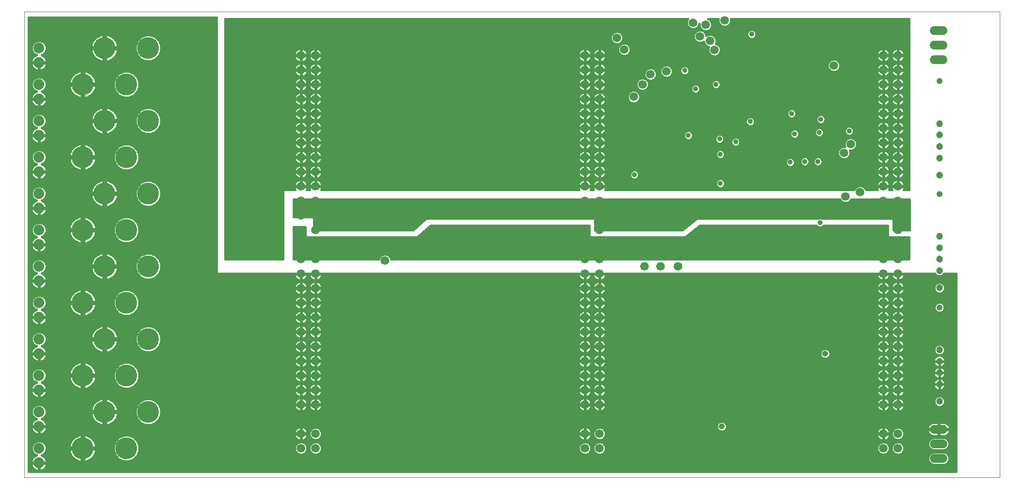
<source format=gbl>
G75*
%MOIN*%
%OFA0B0*%
%FSLAX25Y25*%
%IPPOS*%
%LPD*%
%AMOC8*
5,1,8,0,0,1.08239X$1,22.5*
%
%ADD10C,0.00000*%
%ADD11C,0.07400*%
%ADD12C,0.05906*%
%ADD13C,0.15024*%
%ADD14C,0.21500*%
%ADD15C,0.04134*%
%ADD16C,0.04724*%
%ADD17C,0.06000*%
%ADD18C,0.01600*%
%ADD19C,0.03562*%
D10*
X0003000Y0004250D02*
X0003000Y0324250D01*
X0673000Y0324250D01*
X0673000Y0004250D01*
X0003000Y0004250D01*
D11*
X0013000Y0014250D03*
X0013000Y0024250D03*
X0013000Y0039250D03*
X0013000Y0049250D03*
X0013000Y0064250D03*
X0013000Y0074250D03*
X0013000Y0089250D03*
X0013000Y0099250D03*
X0013000Y0114250D03*
X0013000Y0124250D03*
X0013000Y0139250D03*
X0013000Y0149250D03*
X0013000Y0164250D03*
X0013000Y0174250D03*
X0013000Y0189250D03*
X0013000Y0199250D03*
X0013000Y0214250D03*
X0013000Y0224250D03*
X0013000Y0239250D03*
X0013000Y0249250D03*
X0013000Y0264250D03*
X0013000Y0274250D03*
X0013000Y0289250D03*
X0013000Y0299250D03*
D12*
X0163000Y0294250D03*
X0178000Y0294250D03*
X0193000Y0294250D03*
X0203000Y0294250D03*
X0203000Y0284250D03*
X0193000Y0284250D03*
X0193000Y0274250D03*
X0203000Y0274250D03*
X0203000Y0264250D03*
X0193000Y0264250D03*
X0178000Y0264250D03*
X0163000Y0264250D03*
X0193000Y0254250D03*
X0203000Y0254250D03*
X0203000Y0244250D03*
X0193000Y0244250D03*
X0193000Y0234250D03*
X0203000Y0234250D03*
X0203000Y0224250D03*
X0193000Y0224250D03*
X0193000Y0214250D03*
X0203000Y0214250D03*
X0203000Y0204250D03*
X0193000Y0204250D03*
X0193000Y0194250D03*
X0203000Y0194250D03*
X0203000Y0184250D03*
X0193000Y0184250D03*
X0193000Y0174250D03*
X0203000Y0174250D03*
X0203000Y0164250D03*
X0193000Y0164250D03*
X0193000Y0154250D03*
X0203000Y0154250D03*
X0203000Y0144250D03*
X0193000Y0144250D03*
X0193000Y0134250D03*
X0203000Y0134250D03*
X0203000Y0124250D03*
X0193000Y0124250D03*
X0193000Y0114250D03*
X0203000Y0114250D03*
X0203000Y0104250D03*
X0193000Y0104250D03*
X0193000Y0094250D03*
X0203000Y0094250D03*
X0203000Y0084250D03*
X0193000Y0084250D03*
X0193000Y0074250D03*
X0203000Y0074250D03*
X0203000Y0064250D03*
X0193000Y0064250D03*
X0193000Y0054250D03*
X0203000Y0054250D03*
X0233000Y0054250D03*
X0263000Y0054250D03*
X0293000Y0054250D03*
X0323000Y0054250D03*
X0353000Y0054250D03*
X0388000Y0054250D03*
X0398000Y0054250D03*
X0398000Y0064250D03*
X0388000Y0064250D03*
X0388000Y0074250D03*
X0398000Y0074250D03*
X0398000Y0084250D03*
X0388000Y0084250D03*
X0388000Y0094250D03*
X0398000Y0094250D03*
X0398000Y0104250D03*
X0388000Y0104250D03*
X0388000Y0114250D03*
X0398000Y0114250D03*
X0398000Y0124250D03*
X0388000Y0124250D03*
X0388000Y0134250D03*
X0398000Y0134250D03*
X0398000Y0144250D03*
X0388000Y0144250D03*
X0388000Y0154250D03*
X0398000Y0154250D03*
X0398000Y0164250D03*
X0388000Y0164250D03*
X0388000Y0174250D03*
X0398000Y0174250D03*
X0398000Y0184250D03*
X0388000Y0184250D03*
X0388000Y0194250D03*
X0398000Y0194250D03*
X0398000Y0204250D03*
X0388000Y0204250D03*
X0388000Y0214250D03*
X0398000Y0214250D03*
X0398000Y0224250D03*
X0388000Y0224250D03*
X0388000Y0234250D03*
X0398000Y0234250D03*
X0398000Y0244250D03*
X0388000Y0244250D03*
X0388000Y0254250D03*
X0398000Y0254250D03*
X0398000Y0264250D03*
X0388000Y0264250D03*
X0388000Y0274250D03*
X0398000Y0274250D03*
X0398000Y0284250D03*
X0388000Y0284250D03*
X0388000Y0294250D03*
X0398000Y0294250D03*
X0415000Y0298250D03*
X0410000Y0306250D03*
X0444000Y0283250D03*
X0433000Y0281250D03*
X0427500Y0274250D03*
X0421500Y0265750D03*
X0476900Y0297950D03*
X0474000Y0304250D03*
X0467000Y0307250D03*
X0471000Y0315250D03*
X0462300Y0316650D03*
X0484000Y0318250D03*
X0559000Y0287250D03*
X0593000Y0284250D03*
X0603000Y0284250D03*
X0603000Y0274250D03*
X0593000Y0274250D03*
X0593000Y0264250D03*
X0603000Y0264250D03*
X0603000Y0254250D03*
X0593000Y0254250D03*
X0593000Y0244250D03*
X0603000Y0244250D03*
X0603000Y0234250D03*
X0593000Y0234250D03*
X0570500Y0233250D03*
X0566000Y0227250D03*
X0593000Y0224250D03*
X0603000Y0224250D03*
X0603000Y0214250D03*
X0593000Y0214250D03*
X0593000Y0204250D03*
X0603000Y0204250D03*
X0603000Y0194250D03*
X0593000Y0194250D03*
X0577000Y0200250D03*
X0567000Y0197250D03*
X0593000Y0184250D03*
X0603000Y0184250D03*
X0603000Y0174250D03*
X0593000Y0174250D03*
X0593000Y0164250D03*
X0603000Y0164250D03*
X0603000Y0154250D03*
X0593000Y0154250D03*
X0593000Y0144250D03*
X0603000Y0144250D03*
X0603000Y0134250D03*
X0593000Y0134250D03*
X0593000Y0124250D03*
X0603000Y0124250D03*
X0603000Y0114250D03*
X0593000Y0114250D03*
X0593000Y0104250D03*
X0603000Y0104250D03*
X0603000Y0094250D03*
X0593000Y0094250D03*
X0593000Y0084250D03*
X0603000Y0084250D03*
X0603000Y0074250D03*
X0593000Y0074250D03*
X0593000Y0064250D03*
X0603000Y0064250D03*
X0603000Y0054250D03*
X0593000Y0054250D03*
X0593000Y0034250D03*
X0603000Y0034250D03*
X0603000Y0024250D03*
X0593000Y0024250D03*
X0562500Y0013750D03*
X0540500Y0013250D03*
X0517500Y0013250D03*
X0488000Y0013250D03*
X0458500Y0013250D03*
X0433500Y0013750D03*
X0398000Y0024250D03*
X0388000Y0024250D03*
X0388000Y0034250D03*
X0398000Y0034250D03*
X0353000Y0074250D03*
X0323000Y0074250D03*
X0293000Y0074250D03*
X0263000Y0074250D03*
X0233000Y0074250D03*
X0233000Y0094250D03*
X0263000Y0094250D03*
X0293000Y0094250D03*
X0323000Y0094250D03*
X0353000Y0094250D03*
X0353000Y0114250D03*
X0323000Y0114250D03*
X0293000Y0114250D03*
X0263000Y0114250D03*
X0233000Y0114250D03*
X0223000Y0133250D03*
X0250650Y0153250D03*
X0223000Y0160250D03*
X0223000Y0187250D03*
X0223000Y0215250D03*
X0178000Y0234250D03*
X0163000Y0234250D03*
X0163000Y0204250D03*
X0163000Y0174250D03*
X0429000Y0149250D03*
X0440000Y0149250D03*
X0452000Y0149250D03*
X0203000Y0034250D03*
X0193000Y0034250D03*
X0193000Y0024250D03*
X0203000Y0024250D03*
X0593000Y0294250D03*
X0603000Y0294250D03*
D13*
X0088000Y0299250D03*
X0058000Y0299250D03*
X0043000Y0274250D03*
X0073000Y0274250D03*
X0058000Y0249250D03*
X0088000Y0249250D03*
X0073000Y0224250D03*
X0043000Y0224250D03*
X0058000Y0199250D03*
X0088000Y0199250D03*
X0073000Y0174250D03*
X0043000Y0174250D03*
X0058000Y0149250D03*
X0088000Y0149250D03*
X0073000Y0124250D03*
X0043000Y0124250D03*
X0058000Y0099250D03*
X0088000Y0099250D03*
X0073000Y0074250D03*
X0043000Y0074250D03*
X0058000Y0049250D03*
X0088000Y0049250D03*
X0073000Y0024250D03*
X0043000Y0024250D03*
D14*
X0442000Y0185250D03*
X0471000Y0165250D03*
D15*
X0553000Y0089250D03*
X0631524Y0120994D03*
X0631524Y0198994D03*
X0631524Y0276494D03*
X0482000Y0039250D03*
D16*
X0631524Y0056427D03*
X0631524Y0068238D03*
X0631524Y0076112D03*
X0631524Y0083986D03*
X0631524Y0091860D03*
X0631524Y0134427D03*
X0631524Y0146238D03*
X0631524Y0154112D03*
X0631524Y0161986D03*
X0631524Y0169860D03*
X0631524Y0211927D03*
X0631524Y0223738D03*
X0631524Y0231612D03*
X0631524Y0239486D03*
X0631524Y0247360D03*
D17*
X0634000Y0291250D02*
X0628000Y0291250D01*
X0628000Y0301250D02*
X0634000Y0301250D01*
X0634000Y0311250D02*
X0628000Y0311250D01*
X0628000Y0037250D02*
X0634000Y0037250D01*
X0634000Y0027250D02*
X0628000Y0027250D01*
X0628000Y0017250D02*
X0634000Y0017250D01*
D18*
X0638013Y0015440D02*
X0643000Y0015440D01*
X0643000Y0017038D02*
X0638400Y0017038D01*
X0638400Y0016375D02*
X0638400Y0018125D01*
X0637730Y0019742D01*
X0636492Y0020980D01*
X0634875Y0021650D01*
X0627125Y0021650D01*
X0625508Y0020980D01*
X0624270Y0019742D01*
X0623600Y0018125D01*
X0623600Y0016375D01*
X0624270Y0014758D01*
X0625508Y0013520D01*
X0627125Y0012850D01*
X0634875Y0012850D01*
X0636492Y0013520D01*
X0637730Y0014758D01*
X0638400Y0016375D01*
X0638188Y0018637D02*
X0643000Y0018637D01*
X0643000Y0020235D02*
X0637237Y0020235D01*
X0636281Y0023432D02*
X0643000Y0023432D01*
X0643000Y0021834D02*
X0606710Y0021834D01*
X0606690Y0021784D02*
X0607353Y0023384D01*
X0607353Y0025116D01*
X0606690Y0026716D01*
X0605466Y0027940D01*
X0603866Y0028603D01*
X0602134Y0028603D01*
X0600534Y0027940D01*
X0599310Y0026716D01*
X0598647Y0025116D01*
X0598647Y0023384D01*
X0599310Y0021784D01*
X0600534Y0020560D01*
X0602134Y0019897D01*
X0603866Y0019897D01*
X0605466Y0020560D01*
X0606690Y0021784D01*
X0607353Y0023432D02*
X0625719Y0023432D01*
X0625508Y0023520D02*
X0627125Y0022850D01*
X0634875Y0022850D01*
X0636492Y0023520D01*
X0637730Y0024758D01*
X0638400Y0026375D01*
X0638400Y0028125D01*
X0637730Y0029742D01*
X0636492Y0030980D01*
X0634875Y0031650D01*
X0627125Y0031650D01*
X0625508Y0030980D01*
X0624270Y0029742D01*
X0623600Y0028125D01*
X0623600Y0026375D01*
X0624270Y0024758D01*
X0625508Y0023520D01*
X0624157Y0025031D02*
X0607353Y0025031D01*
X0606726Y0026629D02*
X0623600Y0026629D01*
X0623642Y0028228D02*
X0604771Y0028228D01*
X0603866Y0029897D02*
X0605466Y0030560D01*
X0606690Y0031784D01*
X0607353Y0033384D01*
X0607353Y0035116D01*
X0606690Y0036716D01*
X0605466Y0037940D01*
X0603866Y0038603D01*
X0602134Y0038603D01*
X0600534Y0037940D01*
X0599310Y0036716D01*
X0598647Y0035116D01*
X0598647Y0033384D01*
X0599310Y0031784D01*
X0600534Y0030560D01*
X0602134Y0029897D01*
X0603866Y0029897D01*
X0606330Y0031425D02*
X0626581Y0031425D01*
X0626876Y0032568D02*
X0626157Y0032802D01*
X0625484Y0033145D01*
X0624873Y0033589D01*
X0624339Y0034123D01*
X0623895Y0034734D01*
X0623552Y0035407D01*
X0623318Y0036126D01*
X0623200Y0036872D01*
X0623200Y0037050D01*
X0630800Y0037050D01*
X0631200Y0037050D01*
X0631200Y0037450D01*
X0630800Y0037450D01*
X0630800Y0042050D01*
X0627622Y0042050D01*
X0626876Y0041932D01*
X0626157Y0041698D01*
X0625484Y0041355D01*
X0624873Y0040911D01*
X0624339Y0040377D01*
X0623895Y0039766D01*
X0623552Y0039093D01*
X0623318Y0038374D01*
X0623200Y0037628D01*
X0623200Y0037450D01*
X0630800Y0037450D01*
X0630800Y0037050D01*
X0630800Y0032450D01*
X0627622Y0032450D01*
X0626876Y0032568D01*
X0625723Y0033023D02*
X0607203Y0033023D01*
X0607353Y0034622D02*
X0623976Y0034622D01*
X0623303Y0036220D02*
X0606895Y0036220D01*
X0605587Y0037819D02*
X0623230Y0037819D01*
X0623717Y0039417D02*
X0485467Y0039417D01*
X0485467Y0039940D02*
X0484939Y0041214D01*
X0483964Y0042189D01*
X0482690Y0042717D01*
X0481310Y0042717D01*
X0480036Y0042189D01*
X0479061Y0041214D01*
X0478533Y0039940D01*
X0478533Y0038560D01*
X0479061Y0037286D01*
X0480036Y0036311D01*
X0481310Y0035783D01*
X0482690Y0035783D01*
X0483964Y0036311D01*
X0484939Y0037286D01*
X0485467Y0038560D01*
X0485467Y0039940D01*
X0485021Y0041016D02*
X0625017Y0041016D01*
X0630800Y0041016D02*
X0631200Y0041016D01*
X0631200Y0042050D02*
X0631200Y0037450D01*
X0638800Y0037450D01*
X0638800Y0037628D01*
X0638682Y0038374D01*
X0638448Y0039093D01*
X0638105Y0039766D01*
X0637661Y0040377D01*
X0637127Y0040911D01*
X0636516Y0041355D01*
X0635843Y0041698D01*
X0635124Y0041932D01*
X0634378Y0042050D01*
X0631200Y0042050D01*
X0631200Y0039417D02*
X0630800Y0039417D01*
X0630800Y0037819D02*
X0631200Y0037819D01*
X0631200Y0037050D02*
X0638800Y0037050D01*
X0638800Y0036872D01*
X0638682Y0036126D01*
X0638448Y0035407D01*
X0638105Y0034734D01*
X0637661Y0034123D01*
X0637127Y0033589D01*
X0636516Y0033145D01*
X0635843Y0032802D01*
X0635124Y0032568D01*
X0634378Y0032450D01*
X0631200Y0032450D01*
X0631200Y0037050D01*
X0631200Y0036220D02*
X0630800Y0036220D01*
X0630800Y0034622D02*
X0631200Y0034622D01*
X0631200Y0033023D02*
X0630800Y0033023D01*
X0635419Y0031425D02*
X0643000Y0031425D01*
X0643000Y0033023D02*
X0636277Y0033023D01*
X0638024Y0034622D02*
X0643000Y0034622D01*
X0643000Y0036220D02*
X0638697Y0036220D01*
X0638770Y0037819D02*
X0643000Y0037819D01*
X0643000Y0039417D02*
X0638283Y0039417D01*
X0636983Y0041016D02*
X0643000Y0041016D01*
X0643000Y0042614D02*
X0482937Y0042614D01*
X0481063Y0042614D02*
X0133747Y0042614D01*
X0135000Y0042614D02*
X0093967Y0042614D01*
X0093048Y0041695D02*
X0095555Y0044202D01*
X0096912Y0047477D01*
X0096912Y0051023D01*
X0095555Y0054298D01*
X0093048Y0056805D01*
X0089773Y0058162D01*
X0086227Y0058162D01*
X0082952Y0056805D01*
X0080445Y0054298D01*
X0079088Y0051023D01*
X0079088Y0047477D01*
X0080445Y0044202D01*
X0082952Y0041695D01*
X0086227Y0040338D01*
X0089773Y0040338D01*
X0093048Y0041695D01*
X0091408Y0041016D02*
X0135000Y0041016D01*
X0133759Y0041016D02*
X0478979Y0041016D01*
X0478533Y0039417D02*
X0133771Y0039417D01*
X0135000Y0039417D02*
X0013200Y0039417D01*
X0013200Y0039450D02*
X0018500Y0039450D01*
X0018500Y0039683D01*
X0018365Y0040538D01*
X0018097Y0041361D01*
X0017704Y0042133D01*
X0017195Y0042833D01*
X0016583Y0043445D01*
X0015883Y0043954D01*
X0015111Y0044347D01*
X0014763Y0044460D01*
X0015889Y0044926D01*
X0017324Y0046361D01*
X0018100Y0048236D01*
X0018100Y0050264D01*
X0017324Y0052139D01*
X0015889Y0053574D01*
X0014014Y0054350D01*
X0011986Y0054350D01*
X0010111Y0053574D01*
X0008676Y0052139D01*
X0007900Y0050264D01*
X0007900Y0048236D01*
X0008676Y0046361D01*
X0010111Y0044926D01*
X0011237Y0044460D01*
X0010889Y0044347D01*
X0010117Y0043954D01*
X0009417Y0043445D01*
X0008805Y0042833D01*
X0008296Y0042133D01*
X0007903Y0041361D01*
X0007635Y0040538D01*
X0007500Y0039683D01*
X0007500Y0039450D01*
X0012800Y0039450D01*
X0012800Y0039050D01*
X0007500Y0039050D01*
X0007500Y0038817D01*
X0007635Y0037962D01*
X0007903Y0037139D01*
X0008296Y0036367D01*
X0008805Y0035667D01*
X0009417Y0035055D01*
X0010117Y0034546D01*
X0010889Y0034153D01*
X0011712Y0033885D01*
X0012567Y0033750D01*
X0012800Y0033750D01*
X0012800Y0039050D01*
X0013200Y0039050D01*
X0013200Y0039450D01*
X0013200Y0039050D02*
X0018500Y0039050D01*
X0018500Y0038817D01*
X0018365Y0037962D01*
X0018097Y0037139D01*
X0017704Y0036367D01*
X0017195Y0035667D01*
X0016583Y0035055D01*
X0015883Y0034546D01*
X0015111Y0034153D01*
X0014288Y0033885D01*
X0013433Y0033750D01*
X0013200Y0033750D01*
X0013200Y0039050D01*
X0012800Y0039417D02*
X0005800Y0039417D01*
X0005800Y0039452D02*
X0005800Y0320250D01*
X0135000Y0320250D01*
X0135000Y0008250D01*
X0006000Y0008250D01*
X0005800Y0039452D01*
X0005800Y0041016D02*
X0007791Y0041016D01*
X0008646Y0042614D02*
X0005800Y0042614D01*
X0005800Y0044213D02*
X0010625Y0044213D01*
X0009226Y0045811D02*
X0005800Y0045811D01*
X0005800Y0047410D02*
X0008242Y0047410D01*
X0007900Y0049008D02*
X0005800Y0049008D01*
X0005800Y0050607D02*
X0008042Y0050607D01*
X0008743Y0052205D02*
X0005800Y0052205D01*
X0005800Y0053804D02*
X0010667Y0053804D01*
X0015333Y0053804D02*
X0049864Y0053804D01*
X0049837Y0053761D02*
X0049383Y0052819D01*
X0049038Y0051832D01*
X0048805Y0050812D01*
X0048719Y0050050D01*
X0057200Y0050050D01*
X0057200Y0058531D01*
X0056438Y0058445D01*
X0055418Y0058212D01*
X0054431Y0057867D01*
X0053489Y0057413D01*
X0052603Y0056856D01*
X0051785Y0056204D01*
X0051046Y0055465D01*
X0050394Y0054647D01*
X0049837Y0053761D01*
X0049169Y0052205D02*
X0017257Y0052205D01*
X0017958Y0050607D02*
X0048782Y0050607D01*
X0048719Y0048450D02*
X0048805Y0047688D01*
X0049038Y0046668D01*
X0049383Y0045681D01*
X0049837Y0044739D01*
X0050394Y0043853D01*
X0051046Y0043035D01*
X0051785Y0042296D01*
X0052603Y0041644D01*
X0053489Y0041087D01*
X0054431Y0040633D01*
X0055418Y0040288D01*
X0056438Y0040055D01*
X0057200Y0039969D01*
X0057200Y0048450D01*
X0058800Y0048450D01*
X0058800Y0050050D01*
X0067281Y0050050D01*
X0067195Y0050812D01*
X0066962Y0051832D01*
X0066617Y0052819D01*
X0066163Y0053761D01*
X0065606Y0054647D01*
X0064954Y0055465D01*
X0064215Y0056204D01*
X0063397Y0056856D01*
X0062511Y0057413D01*
X0061569Y0057867D01*
X0060582Y0058212D01*
X0059562Y0058445D01*
X0058800Y0058531D01*
X0058800Y0050050D01*
X0057200Y0050050D01*
X0057200Y0048450D01*
X0048719Y0048450D01*
X0048869Y0047410D02*
X0017758Y0047410D01*
X0018100Y0049008D02*
X0057200Y0049008D01*
X0057200Y0047410D02*
X0058800Y0047410D01*
X0058800Y0048450D02*
X0058800Y0039969D01*
X0059562Y0040055D01*
X0060582Y0040288D01*
X0061569Y0040633D01*
X0062511Y0041087D01*
X0063397Y0041644D01*
X0064215Y0042296D01*
X0064954Y0043035D01*
X0065606Y0043853D01*
X0066163Y0044739D01*
X0066617Y0045681D01*
X0066962Y0046668D01*
X0067195Y0047688D01*
X0067281Y0048450D01*
X0058800Y0048450D01*
X0058800Y0049008D02*
X0079088Y0049008D01*
X0079116Y0047410D02*
X0067131Y0047410D01*
X0066662Y0045811D02*
X0079778Y0045811D01*
X0080440Y0044213D02*
X0065832Y0044213D01*
X0064533Y0042614D02*
X0082033Y0042614D01*
X0084592Y0041016D02*
X0062363Y0041016D01*
X0058800Y0041016D02*
X0057200Y0041016D01*
X0057200Y0042614D02*
X0058800Y0042614D01*
X0058800Y0044213D02*
X0057200Y0044213D01*
X0057200Y0045811D02*
X0058800Y0045811D01*
X0058800Y0050607D02*
X0057200Y0050607D01*
X0057200Y0052205D02*
X0058800Y0052205D01*
X0058800Y0053804D02*
X0057200Y0053804D01*
X0057200Y0055402D02*
X0058800Y0055402D01*
X0058800Y0057001D02*
X0057200Y0057001D01*
X0052833Y0057001D02*
X0005800Y0057001D01*
X0005800Y0058599D02*
X0135000Y0058599D01*
X0133630Y0058599D02*
X0191067Y0058599D01*
X0191176Y0058655D02*
X0190509Y0058315D01*
X0189904Y0057875D01*
X0189375Y0057346D01*
X0188935Y0056741D01*
X0188595Y0056074D01*
X0188364Y0055363D01*
X0188247Y0054624D01*
X0188247Y0054434D01*
X0192816Y0054434D01*
X0192816Y0054066D01*
X0193184Y0054066D01*
X0193184Y0049497D01*
X0193374Y0049497D01*
X0194113Y0049614D01*
X0194824Y0049845D01*
X0195491Y0050185D01*
X0196096Y0050625D01*
X0196625Y0051154D01*
X0197065Y0051759D01*
X0197405Y0052426D01*
X0197636Y0053137D01*
X0197753Y0053876D01*
X0197753Y0054066D01*
X0193184Y0054066D01*
X0193184Y0054434D01*
X0197753Y0054434D01*
X0197753Y0054624D01*
X0197636Y0055363D01*
X0197405Y0056074D01*
X0197065Y0056741D01*
X0196625Y0057346D01*
X0196096Y0057875D01*
X0195491Y0058315D01*
X0194824Y0058655D01*
X0194113Y0058886D01*
X0193374Y0059003D01*
X0193184Y0059003D01*
X0193184Y0054434D01*
X0192816Y0054434D01*
X0192816Y0059003D01*
X0192626Y0059003D01*
X0191887Y0058886D01*
X0191176Y0058655D01*
X0191176Y0059845D02*
X0191887Y0059614D01*
X0192626Y0059497D01*
X0192816Y0059497D01*
X0192816Y0064066D01*
X0193184Y0064066D01*
X0193184Y0059497D01*
X0193374Y0059497D01*
X0194113Y0059614D01*
X0194824Y0059845D01*
X0195491Y0060185D01*
X0196096Y0060625D01*
X0196625Y0061154D01*
X0197065Y0061759D01*
X0197405Y0062426D01*
X0197636Y0063137D01*
X0197753Y0063876D01*
X0197753Y0064066D01*
X0193184Y0064066D01*
X0193184Y0064434D01*
X0197753Y0064434D01*
X0197753Y0064624D01*
X0197636Y0065363D01*
X0197405Y0066074D01*
X0197065Y0066741D01*
X0196625Y0067346D01*
X0196096Y0067875D01*
X0195491Y0068315D01*
X0194824Y0068655D01*
X0194113Y0068886D01*
X0193374Y0069003D01*
X0193184Y0069003D01*
X0193184Y0064434D01*
X0192816Y0064434D01*
X0192816Y0064066D01*
X0188247Y0064066D01*
X0188247Y0063876D01*
X0188364Y0063137D01*
X0188595Y0062426D01*
X0188935Y0061759D01*
X0189375Y0061154D01*
X0189904Y0060625D01*
X0190509Y0060185D01*
X0191176Y0059845D01*
X0190491Y0060198D02*
X0133618Y0060198D01*
X0135000Y0060198D02*
X0016726Y0060198D01*
X0016583Y0060055D02*
X0017195Y0060667D01*
X0017704Y0061367D01*
X0018097Y0062139D01*
X0018365Y0062962D01*
X0018500Y0063817D01*
X0018500Y0064050D01*
X0013200Y0064050D01*
X0013200Y0064450D01*
X0018500Y0064450D01*
X0018500Y0064683D01*
X0018365Y0065538D01*
X0018097Y0066361D01*
X0017704Y0067133D01*
X0017195Y0067833D01*
X0016583Y0068445D01*
X0015883Y0068954D01*
X0015111Y0069347D01*
X0014763Y0069460D01*
X0015889Y0069926D01*
X0017324Y0071361D01*
X0018100Y0073236D01*
X0018100Y0075264D01*
X0017324Y0077139D01*
X0015889Y0078574D01*
X0014014Y0079350D01*
X0011986Y0079350D01*
X0010111Y0078574D01*
X0008676Y0077139D01*
X0007900Y0075264D01*
X0007900Y0073236D01*
X0008676Y0071361D01*
X0010111Y0069926D01*
X0011237Y0069460D01*
X0010889Y0069347D01*
X0010117Y0068954D01*
X0009417Y0068445D01*
X0008805Y0067833D01*
X0008296Y0067133D01*
X0007903Y0066361D01*
X0007635Y0065538D01*
X0007500Y0064683D01*
X0007500Y0064450D01*
X0012800Y0064450D01*
X0012800Y0064050D01*
X0007500Y0064050D01*
X0007500Y0063817D01*
X0007635Y0062962D01*
X0007903Y0062139D01*
X0008296Y0061367D01*
X0008805Y0060667D01*
X0009417Y0060055D01*
X0010117Y0059546D01*
X0010889Y0059153D01*
X0011712Y0058885D01*
X0012567Y0058750D01*
X0012800Y0058750D01*
X0012800Y0064050D01*
X0013200Y0064050D01*
X0013200Y0058750D01*
X0013433Y0058750D01*
X0014288Y0058885D01*
X0015111Y0059153D01*
X0015883Y0059546D01*
X0016583Y0060055D01*
X0017923Y0061796D02*
X0135000Y0061796D01*
X0133606Y0061796D02*
X0188916Y0061796D01*
X0188323Y0063395D02*
X0133595Y0063395D01*
X0135000Y0063395D02*
X0018433Y0063395D01*
X0018451Y0064993D02*
X0041987Y0064993D01*
X0042200Y0064993D02*
X0043800Y0064993D01*
X0043800Y0064969D02*
X0044562Y0065055D01*
X0045582Y0065288D01*
X0046569Y0065633D01*
X0047511Y0066087D01*
X0048397Y0066644D01*
X0049215Y0067296D01*
X0049954Y0068035D01*
X0050606Y0068853D01*
X0051163Y0069739D01*
X0051617Y0070681D01*
X0051962Y0071668D01*
X0052195Y0072688D01*
X0052281Y0073450D01*
X0043800Y0073450D01*
X0043800Y0075050D01*
X0052281Y0075050D01*
X0052195Y0075812D01*
X0051962Y0076832D01*
X0051617Y0077819D01*
X0051163Y0078761D01*
X0050606Y0079647D01*
X0049954Y0080465D01*
X0049215Y0081204D01*
X0048397Y0081856D01*
X0047511Y0082413D01*
X0046569Y0082867D01*
X0045582Y0083212D01*
X0044562Y0083445D01*
X0043800Y0083531D01*
X0043800Y0075050D01*
X0042200Y0075050D01*
X0042200Y0083531D01*
X0041438Y0083445D01*
X0040418Y0083212D01*
X0039431Y0082867D01*
X0038489Y0082413D01*
X0037603Y0081856D01*
X0036785Y0081204D01*
X0036046Y0080465D01*
X0035394Y0079647D01*
X0034837Y0078761D01*
X0034383Y0077819D01*
X0034038Y0076832D01*
X0033805Y0075812D01*
X0033719Y0075050D01*
X0042200Y0075050D01*
X0042200Y0073450D01*
X0043800Y0073450D01*
X0043800Y0064969D01*
X0044013Y0064993D02*
X0135000Y0064993D01*
X0133583Y0064993D02*
X0188306Y0064993D01*
X0188247Y0064624D02*
X0188247Y0064434D01*
X0192816Y0064434D01*
X0192816Y0069003D01*
X0192626Y0069003D01*
X0191887Y0068886D01*
X0191176Y0068655D01*
X0190509Y0068315D01*
X0189904Y0067875D01*
X0189375Y0067346D01*
X0188935Y0066741D01*
X0188595Y0066074D01*
X0188364Y0065363D01*
X0188247Y0064624D01*
X0188859Y0066592D02*
X0133571Y0066592D01*
X0135000Y0066592D02*
X0077799Y0066592D01*
X0078048Y0066695D02*
X0080555Y0069202D01*
X0081912Y0072477D01*
X0081912Y0076023D01*
X0080555Y0079298D01*
X0078048Y0081805D01*
X0074773Y0083162D01*
X0071227Y0083162D01*
X0067952Y0081805D01*
X0065445Y0079298D01*
X0064088Y0076023D01*
X0064088Y0072477D01*
X0065445Y0069202D01*
X0067952Y0066695D01*
X0071227Y0065338D01*
X0074773Y0065338D01*
X0078048Y0066695D01*
X0079544Y0068190D02*
X0135000Y0068190D01*
X0133559Y0068190D02*
X0190338Y0068190D01*
X0191176Y0069845D02*
X0191887Y0069614D01*
X0192626Y0069497D01*
X0192816Y0069497D01*
X0192816Y0074066D01*
X0193184Y0074066D01*
X0193184Y0069497D01*
X0193374Y0069497D01*
X0194113Y0069614D01*
X0194824Y0069845D01*
X0195491Y0070185D01*
X0196096Y0070625D01*
X0196625Y0071154D01*
X0197065Y0071759D01*
X0197405Y0072426D01*
X0197636Y0073137D01*
X0197753Y0073876D01*
X0197753Y0074066D01*
X0193184Y0074066D01*
X0193184Y0074434D01*
X0197753Y0074434D01*
X0197753Y0074624D01*
X0197636Y0075363D01*
X0197405Y0076074D01*
X0197065Y0076741D01*
X0196625Y0077346D01*
X0196096Y0077875D01*
X0195491Y0078315D01*
X0194824Y0078655D01*
X0194113Y0078886D01*
X0193374Y0079003D01*
X0193184Y0079003D01*
X0193184Y0074434D01*
X0192816Y0074434D01*
X0192816Y0074066D01*
X0188247Y0074066D01*
X0188247Y0073876D01*
X0188364Y0073137D01*
X0188595Y0072426D01*
X0188935Y0071759D01*
X0189375Y0071154D01*
X0189904Y0070625D01*
X0190509Y0070185D01*
X0191176Y0069845D01*
X0191349Y0069789D02*
X0133548Y0069789D01*
X0135000Y0069789D02*
X0080798Y0069789D01*
X0081460Y0071387D02*
X0135000Y0071387D01*
X0133536Y0071387D02*
X0189205Y0071387D01*
X0188413Y0072986D02*
X0133524Y0072986D01*
X0135000Y0072986D02*
X0081912Y0072986D01*
X0081912Y0074584D02*
X0135000Y0074584D01*
X0133512Y0074584D02*
X0188247Y0074584D01*
X0188247Y0074624D02*
X0188247Y0074434D01*
X0192816Y0074434D01*
X0192816Y0079003D01*
X0192626Y0079003D01*
X0191887Y0078886D01*
X0191176Y0078655D01*
X0190509Y0078315D01*
X0189904Y0077875D01*
X0189375Y0077346D01*
X0188935Y0076741D01*
X0188595Y0076074D01*
X0188364Y0075363D01*
X0188247Y0074624D01*
X0188651Y0076183D02*
X0133501Y0076183D01*
X0135000Y0076183D02*
X0081845Y0076183D01*
X0081183Y0077782D02*
X0135000Y0077782D01*
X0133489Y0077782D02*
X0189810Y0077782D01*
X0191176Y0079845D02*
X0191887Y0079614D01*
X0192626Y0079497D01*
X0192816Y0079497D01*
X0192816Y0084066D01*
X0193184Y0084066D01*
X0193184Y0079497D01*
X0193374Y0079497D01*
X0194113Y0079614D01*
X0194824Y0079845D01*
X0195491Y0080185D01*
X0196096Y0080625D01*
X0196625Y0081154D01*
X0197065Y0081759D01*
X0197405Y0082426D01*
X0197636Y0083137D01*
X0197753Y0083876D01*
X0197753Y0084066D01*
X0193184Y0084066D01*
X0193184Y0084434D01*
X0197753Y0084434D01*
X0197753Y0084624D01*
X0197636Y0085363D01*
X0197405Y0086074D01*
X0197065Y0086741D01*
X0196625Y0087346D01*
X0196096Y0087875D01*
X0195491Y0088315D01*
X0194824Y0088655D01*
X0194113Y0088886D01*
X0193374Y0089003D01*
X0193184Y0089003D01*
X0193184Y0084434D01*
X0192816Y0084434D01*
X0192816Y0084066D01*
X0188247Y0084066D01*
X0188247Y0083876D01*
X0188364Y0083137D01*
X0188595Y0082426D01*
X0188935Y0081759D01*
X0189375Y0081154D01*
X0189904Y0080625D01*
X0190509Y0080185D01*
X0191176Y0079845D01*
X0189550Y0080979D02*
X0133465Y0080979D01*
X0135000Y0080979D02*
X0078875Y0080979D01*
X0080473Y0079380D02*
X0135000Y0079380D01*
X0133477Y0079380D02*
X0628940Y0079380D01*
X0628812Y0079287D02*
X0628349Y0078824D01*
X0627964Y0078294D01*
X0627666Y0077710D01*
X0627464Y0077087D01*
X0627361Y0076440D01*
X0627361Y0076112D01*
X0627361Y0075785D01*
X0627464Y0075138D01*
X0627666Y0074514D01*
X0627964Y0073931D01*
X0628349Y0073401D01*
X0628812Y0072937D01*
X0629342Y0072552D01*
X0629926Y0072255D01*
X0630171Y0072175D01*
X0629926Y0072095D01*
X0629342Y0071798D01*
X0628812Y0071413D01*
X0628349Y0070950D01*
X0627964Y0070420D01*
X0627666Y0069836D01*
X0627464Y0069213D01*
X0627361Y0068566D01*
X0627361Y0068238D01*
X0627361Y0067911D01*
X0627464Y0067264D01*
X0627666Y0066640D01*
X0627964Y0066057D01*
X0628349Y0065527D01*
X0628812Y0065063D01*
X0629342Y0064678D01*
X0629926Y0064381D01*
X0630549Y0064178D01*
X0631196Y0064076D01*
X0631524Y0064076D01*
X0631851Y0064076D01*
X0632498Y0064178D01*
X0633121Y0064381D01*
X0633705Y0064678D01*
X0634235Y0065063D01*
X0634698Y0065527D01*
X0635083Y0066057D01*
X0635381Y0066640D01*
X0635583Y0067264D01*
X0635686Y0067911D01*
X0635686Y0068238D01*
X0631524Y0068238D01*
X0631524Y0068238D01*
X0631524Y0064076D01*
X0631524Y0068238D01*
X0631524Y0068238D01*
X0635686Y0068238D01*
X0635686Y0068566D01*
X0635583Y0069213D01*
X0635381Y0069836D01*
X0635083Y0070420D01*
X0634698Y0070950D01*
X0634235Y0071413D01*
X0633705Y0071798D01*
X0633121Y0072095D01*
X0632876Y0072175D01*
X0633121Y0072255D01*
X0633705Y0072552D01*
X0634235Y0072937D01*
X0634698Y0073401D01*
X0635083Y0073931D01*
X0635381Y0074514D01*
X0635583Y0075138D01*
X0635686Y0075785D01*
X0635686Y0076112D01*
X0631524Y0076112D01*
X0631524Y0076112D01*
X0631524Y0068238D01*
X0631524Y0068238D01*
X0631523Y0068238D02*
X0627361Y0068238D01*
X0631523Y0068238D01*
X0631523Y0068238D01*
X0631524Y0068238D02*
X0631524Y0072400D01*
X0631524Y0076112D01*
X0631524Y0076112D01*
X0635686Y0076112D01*
X0635686Y0076440D01*
X0635583Y0077087D01*
X0635381Y0077710D01*
X0635083Y0078294D01*
X0634698Y0078824D01*
X0634235Y0079287D01*
X0633705Y0079672D01*
X0633121Y0079969D01*
X0632876Y0080049D01*
X0633121Y0080129D01*
X0633705Y0080426D01*
X0634235Y0080811D01*
X0634698Y0081275D01*
X0635083Y0081805D01*
X0635381Y0082388D01*
X0635583Y0083012D01*
X0635686Y0083659D01*
X0635686Y0083986D01*
X0631524Y0083986D01*
X0631524Y0083986D01*
X0631524Y0076112D01*
X0631524Y0076112D01*
X0631523Y0076112D02*
X0627361Y0076112D01*
X0631523Y0076112D01*
X0631523Y0076112D01*
X0631524Y0076112D02*
X0631524Y0080274D01*
X0631524Y0083986D01*
X0631524Y0083986D01*
X0635686Y0083986D01*
X0635686Y0084314D01*
X0635583Y0084961D01*
X0635381Y0085584D01*
X0635083Y0086168D01*
X0634698Y0086698D01*
X0634235Y0087161D01*
X0633705Y0087546D01*
X0633121Y0087843D01*
X0632498Y0088046D01*
X0632169Y0088098D01*
X0632272Y0088098D01*
X0633655Y0088671D01*
X0634713Y0089729D01*
X0635286Y0091112D01*
X0635286Y0092609D01*
X0634713Y0093991D01*
X0633655Y0095050D01*
X0632272Y0095622D01*
X0630775Y0095622D01*
X0629392Y0095050D01*
X0628334Y0093991D01*
X0627761Y0092609D01*
X0627761Y0091112D01*
X0628334Y0089729D01*
X0629392Y0088671D01*
X0630775Y0088098D01*
X0630878Y0088098D01*
X0630549Y0088046D01*
X0629926Y0087843D01*
X0629342Y0087546D01*
X0628812Y0087161D01*
X0628349Y0086698D01*
X0627964Y0086168D01*
X0627666Y0085584D01*
X0627464Y0084961D01*
X0627361Y0084314D01*
X0627361Y0083986D01*
X0627361Y0083659D01*
X0627464Y0083012D01*
X0627666Y0082388D01*
X0627964Y0081805D01*
X0628349Y0081275D01*
X0628812Y0080811D01*
X0629342Y0080426D01*
X0629926Y0080129D01*
X0630171Y0080049D01*
X0629926Y0079969D01*
X0629342Y0079672D01*
X0628812Y0079287D01*
X0628645Y0080979D02*
X0606450Y0080979D01*
X0606625Y0081154D02*
X0606096Y0080625D01*
X0605491Y0080185D01*
X0604824Y0079845D01*
X0604113Y0079614D01*
X0603374Y0079497D01*
X0603184Y0079497D01*
X0603184Y0084066D01*
X0602816Y0084066D01*
X0602816Y0079497D01*
X0602626Y0079497D01*
X0601887Y0079614D01*
X0601176Y0079845D01*
X0600509Y0080185D01*
X0599904Y0080625D01*
X0599375Y0081154D01*
X0598935Y0081759D01*
X0598595Y0082426D01*
X0598364Y0083137D01*
X0598247Y0083876D01*
X0598247Y0084066D01*
X0602816Y0084066D01*
X0602816Y0084434D01*
X0598247Y0084434D01*
X0598247Y0084624D01*
X0598364Y0085363D01*
X0598595Y0086074D01*
X0598935Y0086741D01*
X0599375Y0087346D01*
X0599904Y0087875D01*
X0600509Y0088315D01*
X0601176Y0088655D01*
X0601887Y0088886D01*
X0602626Y0089003D01*
X0602816Y0089003D01*
X0602816Y0084434D01*
X0603184Y0084434D01*
X0607753Y0084434D01*
X0607753Y0084624D01*
X0607636Y0085363D01*
X0607405Y0086074D01*
X0607065Y0086741D01*
X0606625Y0087346D01*
X0606096Y0087875D01*
X0605491Y0088315D01*
X0604824Y0088655D01*
X0604113Y0088886D01*
X0603374Y0089003D01*
X0603184Y0089003D01*
X0603184Y0084434D01*
X0603184Y0084066D01*
X0607753Y0084066D01*
X0607753Y0083876D01*
X0607636Y0083137D01*
X0607405Y0082426D01*
X0607065Y0081759D01*
X0606625Y0081154D01*
X0607454Y0082577D02*
X0627605Y0082577D01*
X0627361Y0083986D02*
X0631523Y0083986D01*
X0631523Y0083986D01*
X0627361Y0083986D01*
X0627361Y0084176D02*
X0603184Y0084176D01*
X0602816Y0084176D02*
X0593184Y0084176D01*
X0593184Y0084066D02*
X0593184Y0084434D01*
X0597753Y0084434D01*
X0597753Y0084624D01*
X0597636Y0085363D01*
X0597405Y0086074D01*
X0597065Y0086741D01*
X0596625Y0087346D01*
X0596096Y0087875D01*
X0595491Y0088315D01*
X0594824Y0088655D01*
X0594113Y0088886D01*
X0593374Y0089003D01*
X0593184Y0089003D01*
X0593184Y0084434D01*
X0592816Y0084434D01*
X0592816Y0084066D01*
X0593184Y0084066D01*
X0593184Y0079497D01*
X0593374Y0079497D01*
X0594113Y0079614D01*
X0594824Y0079845D01*
X0595491Y0080185D01*
X0596096Y0080625D01*
X0596625Y0081154D01*
X0597065Y0081759D01*
X0597405Y0082426D01*
X0597636Y0083137D01*
X0597753Y0083876D01*
X0597753Y0084066D01*
X0593184Y0084066D01*
X0592816Y0084066D02*
X0592816Y0079497D01*
X0592626Y0079497D01*
X0591887Y0079614D01*
X0591176Y0079845D01*
X0590509Y0080185D01*
X0589904Y0080625D01*
X0589375Y0081154D01*
X0588935Y0081759D01*
X0588595Y0082426D01*
X0588364Y0083137D01*
X0588247Y0083876D01*
X0588247Y0084066D01*
X0592816Y0084066D01*
X0592816Y0084176D02*
X0398184Y0084176D01*
X0398184Y0084066D02*
X0398184Y0084434D01*
X0402753Y0084434D01*
X0402753Y0084624D01*
X0402636Y0085363D01*
X0402405Y0086074D01*
X0402065Y0086741D01*
X0401625Y0087346D01*
X0401096Y0087875D01*
X0400491Y0088315D01*
X0399824Y0088655D01*
X0399113Y0088886D01*
X0398374Y0089003D01*
X0398184Y0089003D01*
X0398184Y0084434D01*
X0397816Y0084434D01*
X0397816Y0084066D01*
X0398184Y0084066D01*
X0398184Y0079497D01*
X0398374Y0079497D01*
X0399113Y0079614D01*
X0399824Y0079845D01*
X0400491Y0080185D01*
X0401096Y0080625D01*
X0401625Y0081154D01*
X0402065Y0081759D01*
X0402405Y0082426D01*
X0402636Y0083137D01*
X0402753Y0083876D01*
X0402753Y0084066D01*
X0398184Y0084066D01*
X0397816Y0084066D02*
X0397816Y0079497D01*
X0397626Y0079497D01*
X0396887Y0079614D01*
X0396176Y0079845D01*
X0395509Y0080185D01*
X0394904Y0080625D01*
X0394375Y0081154D01*
X0393935Y0081759D01*
X0393595Y0082426D01*
X0393364Y0083137D01*
X0393247Y0083876D01*
X0393247Y0084066D01*
X0397816Y0084066D01*
X0397816Y0084176D02*
X0388184Y0084176D01*
X0388184Y0084066D02*
X0388184Y0084434D01*
X0392753Y0084434D01*
X0392753Y0084624D01*
X0392636Y0085363D01*
X0392405Y0086074D01*
X0392065Y0086741D01*
X0391625Y0087346D01*
X0391096Y0087875D01*
X0390491Y0088315D01*
X0389824Y0088655D01*
X0389113Y0088886D01*
X0388374Y0089003D01*
X0388184Y0089003D01*
X0388184Y0084434D01*
X0387816Y0084434D01*
X0387816Y0084066D01*
X0388184Y0084066D01*
X0388184Y0079497D01*
X0388374Y0079497D01*
X0389113Y0079614D01*
X0389824Y0079845D01*
X0390491Y0080185D01*
X0391096Y0080625D01*
X0391625Y0081154D01*
X0392065Y0081759D01*
X0392405Y0082426D01*
X0392636Y0083137D01*
X0392753Y0083876D01*
X0392753Y0084066D01*
X0388184Y0084066D01*
X0387816Y0084066D02*
X0387816Y0079497D01*
X0387626Y0079497D01*
X0386887Y0079614D01*
X0386176Y0079845D01*
X0385509Y0080185D01*
X0384904Y0080625D01*
X0384375Y0081154D01*
X0383935Y0081759D01*
X0383595Y0082426D01*
X0383364Y0083137D01*
X0383247Y0083876D01*
X0383247Y0084066D01*
X0387816Y0084066D01*
X0387816Y0084176D02*
X0203184Y0084176D01*
X0203184Y0084066D02*
X0203184Y0084434D01*
X0207753Y0084434D01*
X0207753Y0084624D01*
X0207636Y0085363D01*
X0207405Y0086074D01*
X0207065Y0086741D01*
X0206625Y0087346D01*
X0206096Y0087875D01*
X0205491Y0088315D01*
X0204824Y0088655D01*
X0204113Y0088886D01*
X0203374Y0089003D01*
X0203184Y0089003D01*
X0203184Y0084434D01*
X0202816Y0084434D01*
X0202816Y0084066D01*
X0203184Y0084066D01*
X0203184Y0079497D01*
X0203374Y0079497D01*
X0204113Y0079614D01*
X0204824Y0079845D01*
X0205491Y0080185D01*
X0206096Y0080625D01*
X0206625Y0081154D01*
X0207065Y0081759D01*
X0207405Y0082426D01*
X0207636Y0083137D01*
X0207753Y0083876D01*
X0207753Y0084066D01*
X0203184Y0084066D01*
X0202816Y0084066D02*
X0202816Y0079497D01*
X0202626Y0079497D01*
X0201887Y0079614D01*
X0201176Y0079845D01*
X0200509Y0080185D01*
X0199904Y0080625D01*
X0199375Y0081154D01*
X0198935Y0081759D01*
X0198595Y0082426D01*
X0198364Y0083137D01*
X0198247Y0083876D01*
X0198247Y0084066D01*
X0202816Y0084066D01*
X0202816Y0084176D02*
X0193184Y0084176D01*
X0192816Y0084176D02*
X0133442Y0084176D01*
X0135000Y0084176D02*
X0015156Y0084176D01*
X0015111Y0084153D02*
X0015883Y0084546D01*
X0016583Y0085055D01*
X0017195Y0085667D01*
X0017704Y0086367D01*
X0018097Y0087139D01*
X0018365Y0087962D01*
X0018500Y0088817D01*
X0018500Y0089050D01*
X0013200Y0089050D01*
X0013200Y0089450D01*
X0018500Y0089450D01*
X0018500Y0089683D01*
X0018365Y0090538D01*
X0018097Y0091361D01*
X0017704Y0092133D01*
X0017195Y0092833D01*
X0016583Y0093445D01*
X0015883Y0093954D01*
X0015111Y0094347D01*
X0014763Y0094460D01*
X0015889Y0094926D01*
X0017324Y0096361D01*
X0018100Y0098236D01*
X0018100Y0100264D01*
X0017324Y0102139D01*
X0015889Y0103574D01*
X0014014Y0104350D01*
X0011986Y0104350D01*
X0010111Y0103574D01*
X0008676Y0102139D01*
X0007900Y0100264D01*
X0007900Y0098236D01*
X0008676Y0096361D01*
X0010111Y0094926D01*
X0011237Y0094460D01*
X0010889Y0094347D01*
X0010117Y0093954D01*
X0009417Y0093445D01*
X0008805Y0092833D01*
X0008296Y0092133D01*
X0007903Y0091361D01*
X0007635Y0090538D01*
X0007500Y0089683D01*
X0007500Y0089450D01*
X0012800Y0089450D01*
X0012800Y0089050D01*
X0007500Y0089050D01*
X0007500Y0088817D01*
X0007635Y0087962D01*
X0007903Y0087139D01*
X0008296Y0086367D01*
X0008805Y0085667D01*
X0009417Y0085055D01*
X0010117Y0084546D01*
X0010889Y0084153D01*
X0011712Y0083885D01*
X0012567Y0083750D01*
X0012800Y0083750D01*
X0012800Y0089050D01*
X0013200Y0089050D01*
X0013200Y0083750D01*
X0013433Y0083750D01*
X0014288Y0083885D01*
X0015111Y0084153D01*
X0013200Y0084176D02*
X0012800Y0084176D01*
X0012800Y0085774D02*
X0013200Y0085774D01*
X0013200Y0087373D02*
X0012800Y0087373D01*
X0012800Y0088971D02*
X0013200Y0088971D01*
X0017273Y0085774D02*
X0135000Y0085774D01*
X0133430Y0085774D02*
X0188498Y0085774D01*
X0188595Y0086074D02*
X0188364Y0085363D01*
X0188247Y0084624D01*
X0188247Y0084434D01*
X0192816Y0084434D01*
X0192816Y0089003D01*
X0192626Y0089003D01*
X0191887Y0088886D01*
X0191176Y0088655D01*
X0190509Y0088315D01*
X0189904Y0087875D01*
X0189375Y0087346D01*
X0188935Y0086741D01*
X0188595Y0086074D01*
X0189401Y0087373D02*
X0133418Y0087373D01*
X0135000Y0087373D02*
X0018173Y0087373D01*
X0018500Y0088971D02*
X0135000Y0088971D01*
X0133406Y0088971D02*
X0192426Y0088971D01*
X0192816Y0088971D02*
X0193184Y0088971D01*
X0193574Y0088971D02*
X0202426Y0088971D01*
X0202626Y0089003D02*
X0201887Y0088886D01*
X0201176Y0088655D01*
X0200509Y0088315D01*
X0199904Y0087875D01*
X0199375Y0087346D01*
X0198935Y0086741D01*
X0198595Y0086074D01*
X0198364Y0085363D01*
X0198247Y0084624D01*
X0198247Y0084434D01*
X0202816Y0084434D01*
X0202816Y0089003D01*
X0202626Y0089003D01*
X0202816Y0088971D02*
X0203184Y0088971D01*
X0203574Y0088971D02*
X0387426Y0088971D01*
X0387626Y0089003D02*
X0386887Y0088886D01*
X0386176Y0088655D01*
X0385509Y0088315D01*
X0384904Y0087875D01*
X0384375Y0087346D01*
X0383935Y0086741D01*
X0383595Y0086074D01*
X0383364Y0085363D01*
X0383247Y0084624D01*
X0383247Y0084434D01*
X0387816Y0084434D01*
X0387816Y0089003D01*
X0387626Y0089003D01*
X0387816Y0088971D02*
X0388184Y0088971D01*
X0388574Y0088971D02*
X0397426Y0088971D01*
X0397626Y0089003D02*
X0396887Y0088886D01*
X0396176Y0088655D01*
X0395509Y0088315D01*
X0394904Y0087875D01*
X0394375Y0087346D01*
X0393935Y0086741D01*
X0393595Y0086074D01*
X0393364Y0085363D01*
X0393247Y0084624D01*
X0393247Y0084434D01*
X0397816Y0084434D01*
X0397816Y0089003D01*
X0397626Y0089003D01*
X0397816Y0088971D02*
X0398184Y0088971D01*
X0398574Y0088971D02*
X0549533Y0088971D01*
X0549533Y0088560D02*
X0550061Y0087286D01*
X0551036Y0086311D01*
X0552310Y0085783D01*
X0553690Y0085783D01*
X0554964Y0086311D01*
X0555939Y0087286D01*
X0556467Y0088560D01*
X0556467Y0089940D01*
X0555939Y0091214D01*
X0554964Y0092189D01*
X0553690Y0092717D01*
X0552310Y0092717D01*
X0551036Y0092189D01*
X0550061Y0091214D01*
X0549533Y0089940D01*
X0549533Y0088560D01*
X0550025Y0087373D02*
X0401599Y0087373D01*
X0402502Y0085774D02*
X0588498Y0085774D01*
X0588595Y0086074D02*
X0588364Y0085363D01*
X0588247Y0084624D01*
X0588247Y0084434D01*
X0592816Y0084434D01*
X0592816Y0089003D01*
X0592626Y0089003D01*
X0591887Y0088886D01*
X0591176Y0088655D01*
X0590509Y0088315D01*
X0589904Y0087875D01*
X0589375Y0087346D01*
X0588935Y0086741D01*
X0588595Y0086074D01*
X0589401Y0087373D02*
X0555975Y0087373D01*
X0556467Y0088971D02*
X0592426Y0088971D01*
X0592816Y0088971D02*
X0593184Y0088971D01*
X0593574Y0088971D02*
X0602426Y0088971D01*
X0602816Y0088971D02*
X0603184Y0088971D01*
X0603574Y0088971D02*
X0629092Y0088971D01*
X0629103Y0087373D02*
X0606599Y0087373D01*
X0607502Y0085774D02*
X0627763Y0085774D01*
X0627986Y0090570D02*
X0606020Y0090570D01*
X0606096Y0090625D02*
X0606625Y0091154D01*
X0607065Y0091759D01*
X0607405Y0092426D01*
X0607636Y0093137D01*
X0607753Y0093876D01*
X0607753Y0094066D01*
X0603184Y0094066D01*
X0603184Y0089497D01*
X0603374Y0089497D01*
X0604113Y0089614D01*
X0604824Y0089845D01*
X0605491Y0090185D01*
X0606096Y0090625D01*
X0607273Y0092168D02*
X0627761Y0092168D01*
X0628241Y0093767D02*
X0607735Y0093767D01*
X0607753Y0094434D02*
X0603184Y0094434D01*
X0603184Y0094066D01*
X0602816Y0094066D01*
X0602816Y0089497D01*
X0602626Y0089497D01*
X0601887Y0089614D01*
X0601176Y0089845D01*
X0600509Y0090185D01*
X0599904Y0090625D01*
X0599375Y0091154D01*
X0598935Y0091759D01*
X0598595Y0092426D01*
X0598364Y0093137D01*
X0598247Y0093876D01*
X0598247Y0094066D01*
X0602816Y0094066D01*
X0602816Y0094434D01*
X0598247Y0094434D01*
X0598247Y0094624D01*
X0598364Y0095363D01*
X0598595Y0096074D01*
X0598935Y0096741D01*
X0599375Y0097346D01*
X0599904Y0097875D01*
X0600509Y0098315D01*
X0601176Y0098655D01*
X0601887Y0098886D01*
X0602626Y0099003D01*
X0602816Y0099003D01*
X0602816Y0094434D01*
X0603184Y0094434D01*
X0603184Y0099003D01*
X0603374Y0099003D01*
X0604113Y0098886D01*
X0604824Y0098655D01*
X0605491Y0098315D01*
X0606096Y0097875D01*
X0606625Y0097346D01*
X0607065Y0096741D01*
X0607405Y0096074D01*
X0607636Y0095363D01*
X0607753Y0094624D01*
X0607753Y0094434D01*
X0607635Y0095365D02*
X0630154Y0095365D01*
X0632893Y0095365D02*
X0643000Y0095365D01*
X0643000Y0093767D02*
X0634806Y0093767D01*
X0635286Y0092168D02*
X0643000Y0092168D01*
X0643000Y0090570D02*
X0635061Y0090570D01*
X0633955Y0088971D02*
X0643000Y0088971D01*
X0643000Y0087373D02*
X0633944Y0087373D01*
X0635284Y0085774D02*
X0643000Y0085774D01*
X0643000Y0084176D02*
X0635686Y0084176D01*
X0635442Y0082577D02*
X0643000Y0082577D01*
X0643000Y0080979D02*
X0634402Y0080979D01*
X0634107Y0079380D02*
X0643000Y0079380D01*
X0643000Y0077782D02*
X0635344Y0077782D01*
X0635686Y0076183D02*
X0643000Y0076183D01*
X0643000Y0074584D02*
X0635404Y0074584D01*
X0634284Y0072986D02*
X0643000Y0072986D01*
X0643000Y0071387D02*
X0634261Y0071387D01*
X0635396Y0069789D02*
X0643000Y0069789D01*
X0643000Y0068190D02*
X0635686Y0068190D01*
X0635356Y0066592D02*
X0643000Y0066592D01*
X0643000Y0064993D02*
X0634139Y0064993D01*
X0631524Y0064993D02*
X0631524Y0064993D01*
X0631524Y0066592D02*
X0631524Y0066592D01*
X0631524Y0068190D02*
X0631524Y0068190D01*
X0631524Y0069789D02*
X0631524Y0069789D01*
X0631524Y0071387D02*
X0631524Y0071387D01*
X0631524Y0072986D02*
X0631524Y0072986D01*
X0631524Y0074584D02*
X0631524Y0074584D01*
X0631524Y0076183D02*
X0631524Y0076183D01*
X0631524Y0077782D02*
X0631524Y0077782D01*
X0631524Y0079380D02*
X0631524Y0079380D01*
X0631524Y0080979D02*
X0631524Y0080979D01*
X0631524Y0082577D02*
X0631524Y0082577D01*
X0627703Y0077782D02*
X0606190Y0077782D01*
X0606096Y0077875D02*
X0605491Y0078315D01*
X0604824Y0078655D01*
X0604113Y0078886D01*
X0603374Y0079003D01*
X0603184Y0079003D01*
X0603184Y0074434D01*
X0607753Y0074434D01*
X0607753Y0074624D01*
X0607636Y0075363D01*
X0607405Y0076074D01*
X0607065Y0076741D01*
X0606625Y0077346D01*
X0606096Y0077875D01*
X0607349Y0076183D02*
X0627361Y0076183D01*
X0627644Y0074584D02*
X0607753Y0074584D01*
X0607753Y0074066D02*
X0603184Y0074066D01*
X0603184Y0069497D01*
X0603374Y0069497D01*
X0604113Y0069614D01*
X0604824Y0069845D01*
X0605491Y0070185D01*
X0606096Y0070625D01*
X0606625Y0071154D01*
X0607065Y0071759D01*
X0607405Y0072426D01*
X0607636Y0073137D01*
X0607753Y0073876D01*
X0607753Y0074066D01*
X0607587Y0072986D02*
X0628764Y0072986D01*
X0628787Y0071387D02*
X0606795Y0071387D01*
X0604651Y0069789D02*
X0627651Y0069789D01*
X0627361Y0068190D02*
X0605662Y0068190D01*
X0605491Y0068315D02*
X0604824Y0068655D01*
X0604113Y0068886D01*
X0603374Y0069003D01*
X0603184Y0069003D01*
X0603184Y0064434D01*
X0607753Y0064434D01*
X0607753Y0064624D01*
X0607636Y0065363D01*
X0607405Y0066074D01*
X0607065Y0066741D01*
X0606625Y0067346D01*
X0606096Y0067875D01*
X0605491Y0068315D01*
X0603184Y0068190D02*
X0602816Y0068190D01*
X0602816Y0069003D02*
X0602816Y0064434D01*
X0602816Y0064066D01*
X0603184Y0064066D01*
X0603184Y0059497D01*
X0603374Y0059497D01*
X0604113Y0059614D01*
X0604824Y0059845D01*
X0605491Y0060185D01*
X0606096Y0060625D01*
X0606625Y0061154D01*
X0607065Y0061759D01*
X0607405Y0062426D01*
X0607636Y0063137D01*
X0607753Y0063876D01*
X0607753Y0064066D01*
X0603184Y0064066D01*
X0603184Y0064434D01*
X0602816Y0064434D01*
X0598247Y0064434D01*
X0598247Y0064624D01*
X0598364Y0065363D01*
X0598595Y0066074D01*
X0598935Y0066741D01*
X0599375Y0067346D01*
X0599904Y0067875D01*
X0600509Y0068315D01*
X0601176Y0068655D01*
X0601887Y0068886D01*
X0602626Y0069003D01*
X0602816Y0069003D01*
X0602816Y0069497D02*
X0602816Y0074066D01*
X0603184Y0074066D01*
X0603184Y0074434D01*
X0602816Y0074434D01*
X0602816Y0074066D01*
X0598247Y0074066D01*
X0598247Y0073876D01*
X0598364Y0073137D01*
X0598595Y0072426D01*
X0598935Y0071759D01*
X0599375Y0071154D01*
X0599904Y0070625D01*
X0600509Y0070185D01*
X0601176Y0069845D01*
X0601887Y0069614D01*
X0602626Y0069497D01*
X0602816Y0069497D01*
X0602816Y0069789D02*
X0603184Y0069789D01*
X0603184Y0071387D02*
X0602816Y0071387D01*
X0602816Y0072986D02*
X0603184Y0072986D01*
X0602816Y0074434D02*
X0598247Y0074434D01*
X0598247Y0074624D01*
X0598364Y0075363D01*
X0598595Y0076074D01*
X0598935Y0076741D01*
X0599375Y0077346D01*
X0599904Y0077875D01*
X0600509Y0078315D01*
X0601176Y0078655D01*
X0601887Y0078886D01*
X0602626Y0079003D01*
X0602816Y0079003D01*
X0602816Y0074434D01*
X0602816Y0074584D02*
X0603184Y0074584D01*
X0603184Y0076183D02*
X0602816Y0076183D01*
X0602816Y0077782D02*
X0603184Y0077782D01*
X0603184Y0080979D02*
X0602816Y0080979D01*
X0602816Y0082577D02*
X0603184Y0082577D01*
X0603184Y0085774D02*
X0602816Y0085774D01*
X0602816Y0087373D02*
X0603184Y0087373D01*
X0603184Y0090570D02*
X0602816Y0090570D01*
X0602816Y0092168D02*
X0603184Y0092168D01*
X0603184Y0093767D02*
X0602816Y0093767D01*
X0602816Y0095365D02*
X0603184Y0095365D01*
X0603184Y0096964D02*
X0602816Y0096964D01*
X0602816Y0098562D02*
X0603184Y0098562D01*
X0603184Y0099497D02*
X0603374Y0099497D01*
X0604113Y0099614D01*
X0604824Y0099845D01*
X0605491Y0100185D01*
X0606096Y0100625D01*
X0606625Y0101154D01*
X0607065Y0101759D01*
X0607405Y0102426D01*
X0607636Y0103137D01*
X0607753Y0103876D01*
X0607753Y0104066D01*
X0603184Y0104066D01*
X0603184Y0099497D01*
X0602816Y0099497D02*
X0602816Y0104066D01*
X0603184Y0104066D01*
X0603184Y0104434D01*
X0607753Y0104434D01*
X0607753Y0104624D01*
X0607636Y0105363D01*
X0607405Y0106074D01*
X0607065Y0106741D01*
X0606625Y0107346D01*
X0606096Y0107875D01*
X0605491Y0108315D01*
X0604824Y0108655D01*
X0604113Y0108886D01*
X0603374Y0109003D01*
X0603184Y0109003D01*
X0603184Y0104434D01*
X0602816Y0104434D01*
X0602816Y0104066D01*
X0598247Y0104066D01*
X0598247Y0103876D01*
X0598364Y0103137D01*
X0598595Y0102426D01*
X0598935Y0101759D01*
X0599375Y0101154D01*
X0599904Y0100625D01*
X0600509Y0100185D01*
X0601176Y0099845D01*
X0601887Y0099614D01*
X0602626Y0099497D01*
X0602816Y0099497D01*
X0602816Y0100161D02*
X0603184Y0100161D01*
X0603184Y0101759D02*
X0602816Y0101759D01*
X0602816Y0103358D02*
X0603184Y0103358D01*
X0602816Y0104434D02*
X0598247Y0104434D01*
X0598247Y0104624D01*
X0598364Y0105363D01*
X0598595Y0106074D01*
X0598935Y0106741D01*
X0599375Y0107346D01*
X0599904Y0107875D01*
X0600509Y0108315D01*
X0601176Y0108655D01*
X0601887Y0108886D01*
X0602626Y0109003D01*
X0602816Y0109003D01*
X0602816Y0104434D01*
X0602816Y0104956D02*
X0603184Y0104956D01*
X0603184Y0106555D02*
X0602816Y0106555D01*
X0602816Y0108153D02*
X0603184Y0108153D01*
X0603184Y0109497D02*
X0603374Y0109497D01*
X0604113Y0109614D01*
X0604824Y0109845D01*
X0605491Y0110185D01*
X0606096Y0110625D01*
X0606625Y0111154D01*
X0607065Y0111759D01*
X0607405Y0112426D01*
X0607636Y0113137D01*
X0607753Y0113876D01*
X0607753Y0114066D01*
X0603184Y0114066D01*
X0603184Y0109497D01*
X0603184Y0109752D02*
X0602816Y0109752D01*
X0602816Y0109497D02*
X0602816Y0114066D01*
X0603184Y0114066D01*
X0603184Y0114434D01*
X0607753Y0114434D01*
X0607753Y0114624D01*
X0607636Y0115363D01*
X0607405Y0116074D01*
X0607065Y0116741D01*
X0606625Y0117346D01*
X0606096Y0117875D01*
X0605491Y0118315D01*
X0604824Y0118655D01*
X0604113Y0118886D01*
X0603374Y0119003D01*
X0603184Y0119003D01*
X0603184Y0114434D01*
X0602816Y0114434D01*
X0602816Y0114066D01*
X0598247Y0114066D01*
X0598247Y0113876D01*
X0598364Y0113137D01*
X0598595Y0112426D01*
X0598935Y0111759D01*
X0599375Y0111154D01*
X0599904Y0110625D01*
X0600509Y0110185D01*
X0601176Y0109845D01*
X0601887Y0109614D01*
X0602626Y0109497D01*
X0602816Y0109497D01*
X0601464Y0109752D02*
X0594536Y0109752D01*
X0594824Y0109845D02*
X0595491Y0110185D01*
X0596096Y0110625D01*
X0596625Y0111154D01*
X0597065Y0111759D01*
X0597405Y0112426D01*
X0597636Y0113137D01*
X0597753Y0113876D01*
X0597753Y0114066D01*
X0593184Y0114066D01*
X0593184Y0109497D01*
X0593374Y0109497D01*
X0594113Y0109614D01*
X0594824Y0109845D01*
X0594824Y0108655D02*
X0594113Y0108886D01*
X0593374Y0109003D01*
X0593184Y0109003D01*
X0593184Y0104434D01*
X0597753Y0104434D01*
X0597753Y0104624D01*
X0597636Y0105363D01*
X0597405Y0106074D01*
X0597065Y0106741D01*
X0596625Y0107346D01*
X0596096Y0107875D01*
X0595491Y0108315D01*
X0594824Y0108655D01*
X0595714Y0108153D02*
X0600286Y0108153D01*
X0598840Y0106555D02*
X0597160Y0106555D01*
X0597700Y0104956D02*
X0598300Y0104956D01*
X0597753Y0104066D02*
X0593184Y0104066D01*
X0593184Y0099497D01*
X0593374Y0099497D01*
X0594113Y0099614D01*
X0594824Y0099845D01*
X0595491Y0100185D01*
X0596096Y0100625D01*
X0596625Y0101154D01*
X0597065Y0101759D01*
X0597405Y0102426D01*
X0597636Y0103137D01*
X0597753Y0103876D01*
X0597753Y0104066D01*
X0597671Y0103358D02*
X0598329Y0103358D01*
X0598935Y0101759D02*
X0597065Y0101759D01*
X0595443Y0100161D02*
X0600557Y0100161D01*
X0600994Y0098562D02*
X0595006Y0098562D01*
X0594824Y0098655D02*
X0594113Y0098886D01*
X0593374Y0099003D01*
X0593184Y0099003D01*
X0593184Y0094434D01*
X0597753Y0094434D01*
X0597753Y0094624D01*
X0597636Y0095363D01*
X0597405Y0096074D01*
X0597065Y0096741D01*
X0596625Y0097346D01*
X0596096Y0097875D01*
X0595491Y0098315D01*
X0594824Y0098655D01*
X0593184Y0098562D02*
X0592816Y0098562D01*
X0592816Y0099003D02*
X0592626Y0099003D01*
X0591887Y0098886D01*
X0591176Y0098655D01*
X0590509Y0098315D01*
X0589904Y0097875D01*
X0589375Y0097346D01*
X0588935Y0096741D01*
X0588595Y0096074D01*
X0588364Y0095363D01*
X0588247Y0094624D01*
X0588247Y0094434D01*
X0592816Y0094434D01*
X0592816Y0094066D01*
X0593184Y0094066D01*
X0593184Y0089497D01*
X0593374Y0089497D01*
X0594113Y0089614D01*
X0594824Y0089845D01*
X0595491Y0090185D01*
X0596096Y0090625D01*
X0596625Y0091154D01*
X0597065Y0091759D01*
X0597405Y0092426D01*
X0597636Y0093137D01*
X0597753Y0093876D01*
X0597753Y0094066D01*
X0593184Y0094066D01*
X0593184Y0094434D01*
X0592816Y0094434D01*
X0592816Y0099003D01*
X0592816Y0099497D02*
X0592816Y0104066D01*
X0593184Y0104066D01*
X0593184Y0104434D01*
X0592816Y0104434D01*
X0592816Y0104066D01*
X0588247Y0104066D01*
X0588247Y0103876D01*
X0588364Y0103137D01*
X0588595Y0102426D01*
X0588935Y0101759D01*
X0589375Y0101154D01*
X0589904Y0100625D01*
X0590509Y0100185D01*
X0591176Y0099845D01*
X0591887Y0099614D01*
X0592626Y0099497D01*
X0592816Y0099497D01*
X0592816Y0100161D02*
X0593184Y0100161D01*
X0593184Y0101759D02*
X0592816Y0101759D01*
X0592816Y0103358D02*
X0593184Y0103358D01*
X0592816Y0104434D02*
X0588247Y0104434D01*
X0588247Y0104624D01*
X0588364Y0105363D01*
X0588595Y0106074D01*
X0588935Y0106741D01*
X0589375Y0107346D01*
X0589904Y0107875D01*
X0590509Y0108315D01*
X0591176Y0108655D01*
X0591887Y0108886D01*
X0592626Y0109003D01*
X0592816Y0109003D01*
X0592816Y0104434D01*
X0592816Y0104956D02*
X0593184Y0104956D01*
X0593184Y0106555D02*
X0592816Y0106555D01*
X0592816Y0108153D02*
X0593184Y0108153D01*
X0592816Y0109497D02*
X0592816Y0114066D01*
X0593184Y0114066D01*
X0593184Y0114434D01*
X0597753Y0114434D01*
X0597753Y0114624D01*
X0597636Y0115363D01*
X0597405Y0116074D01*
X0597065Y0116741D01*
X0596625Y0117346D01*
X0596096Y0117875D01*
X0595491Y0118315D01*
X0594824Y0118655D01*
X0594113Y0118886D01*
X0593374Y0119003D01*
X0593184Y0119003D01*
X0593184Y0114434D01*
X0592816Y0114434D01*
X0592816Y0114066D01*
X0588247Y0114066D01*
X0588247Y0113876D01*
X0588364Y0113137D01*
X0588595Y0112426D01*
X0588935Y0111759D01*
X0589375Y0111154D01*
X0589904Y0110625D01*
X0590509Y0110185D01*
X0591176Y0109845D01*
X0591887Y0109614D01*
X0592626Y0109497D01*
X0592816Y0109497D01*
X0592816Y0109752D02*
X0593184Y0109752D01*
X0593184Y0111350D02*
X0592816Y0111350D01*
X0592816Y0112949D02*
X0593184Y0112949D01*
X0592816Y0114434D02*
X0588247Y0114434D01*
X0588247Y0114624D01*
X0588364Y0115363D01*
X0588595Y0116074D01*
X0588935Y0116741D01*
X0589375Y0117346D01*
X0589904Y0117875D01*
X0590509Y0118315D01*
X0591176Y0118655D01*
X0591887Y0118886D01*
X0592626Y0119003D01*
X0592816Y0119003D01*
X0592816Y0114434D01*
X0592816Y0114547D02*
X0593184Y0114547D01*
X0593184Y0116146D02*
X0592816Y0116146D01*
X0592816Y0117744D02*
X0593184Y0117744D01*
X0593184Y0119497D02*
X0593374Y0119497D01*
X0594113Y0119614D01*
X0594824Y0119845D01*
X0595491Y0120185D01*
X0596096Y0120625D01*
X0596625Y0121154D01*
X0597065Y0121759D01*
X0597405Y0122426D01*
X0597636Y0123137D01*
X0597753Y0123876D01*
X0597753Y0124066D01*
X0593184Y0124066D01*
X0593184Y0119497D01*
X0592816Y0119497D02*
X0592816Y0124066D01*
X0593184Y0124066D01*
X0593184Y0124434D01*
X0597753Y0124434D01*
X0597753Y0124624D01*
X0597636Y0125363D01*
X0597405Y0126074D01*
X0597065Y0126741D01*
X0596625Y0127346D01*
X0596096Y0127875D01*
X0595491Y0128315D01*
X0594824Y0128655D01*
X0594113Y0128886D01*
X0593374Y0129003D01*
X0593184Y0129003D01*
X0593184Y0124434D01*
X0592816Y0124434D01*
X0592816Y0124066D01*
X0588247Y0124066D01*
X0588247Y0123876D01*
X0588364Y0123137D01*
X0588595Y0122426D01*
X0588935Y0121759D01*
X0589375Y0121154D01*
X0589904Y0120625D01*
X0590509Y0120185D01*
X0591176Y0119845D01*
X0591887Y0119614D01*
X0592626Y0119497D01*
X0592816Y0119497D01*
X0592816Y0120941D02*
X0593184Y0120941D01*
X0593184Y0122540D02*
X0592816Y0122540D01*
X0592816Y0124138D02*
X0398184Y0124138D01*
X0398184Y0124066D02*
X0398184Y0124434D01*
X0402753Y0124434D01*
X0402753Y0124624D01*
X0402636Y0125363D01*
X0402405Y0126074D01*
X0402065Y0126741D01*
X0401625Y0127346D01*
X0401096Y0127875D01*
X0400491Y0128315D01*
X0399824Y0128655D01*
X0399113Y0128886D01*
X0398374Y0129003D01*
X0398184Y0129003D01*
X0398184Y0124434D01*
X0397816Y0124434D01*
X0397816Y0124066D01*
X0398184Y0124066D01*
X0398184Y0119497D01*
X0398374Y0119497D01*
X0399113Y0119614D01*
X0399824Y0119845D01*
X0400491Y0120185D01*
X0401096Y0120625D01*
X0401625Y0121154D01*
X0402065Y0121759D01*
X0402405Y0122426D01*
X0402636Y0123137D01*
X0402753Y0123876D01*
X0402753Y0124066D01*
X0398184Y0124066D01*
X0397816Y0124066D02*
X0397816Y0119497D01*
X0397626Y0119497D01*
X0396887Y0119614D01*
X0396176Y0119845D01*
X0395509Y0120185D01*
X0394904Y0120625D01*
X0394375Y0121154D01*
X0393935Y0121759D01*
X0393595Y0122426D01*
X0393364Y0123137D01*
X0393247Y0123876D01*
X0393247Y0124066D01*
X0397816Y0124066D01*
X0397816Y0124138D02*
X0388184Y0124138D01*
X0388184Y0124066D02*
X0388184Y0124434D01*
X0392753Y0124434D01*
X0392753Y0124624D01*
X0392636Y0125363D01*
X0392405Y0126074D01*
X0392065Y0126741D01*
X0391625Y0127346D01*
X0391096Y0127875D01*
X0390491Y0128315D01*
X0389824Y0128655D01*
X0389113Y0128886D01*
X0388374Y0129003D01*
X0388184Y0129003D01*
X0388184Y0124434D01*
X0387816Y0124434D01*
X0387816Y0124066D01*
X0388184Y0124066D01*
X0388184Y0119497D01*
X0388374Y0119497D01*
X0389113Y0119614D01*
X0389824Y0119845D01*
X0390491Y0120185D01*
X0391096Y0120625D01*
X0391625Y0121154D01*
X0392065Y0121759D01*
X0392405Y0122426D01*
X0392636Y0123137D01*
X0392753Y0123876D01*
X0392753Y0124066D01*
X0388184Y0124066D01*
X0387816Y0124066D02*
X0387816Y0119497D01*
X0387626Y0119497D01*
X0386887Y0119614D01*
X0386176Y0119845D01*
X0385509Y0120185D01*
X0384904Y0120625D01*
X0384375Y0121154D01*
X0383935Y0121759D01*
X0383595Y0122426D01*
X0383364Y0123137D01*
X0383247Y0123876D01*
X0383247Y0124066D01*
X0387816Y0124066D01*
X0387816Y0124138D02*
X0203184Y0124138D01*
X0203184Y0124066D02*
X0203184Y0124434D01*
X0207753Y0124434D01*
X0207753Y0124624D01*
X0207636Y0125363D01*
X0207405Y0126074D01*
X0207065Y0126741D01*
X0206625Y0127346D01*
X0206096Y0127875D01*
X0205491Y0128315D01*
X0204824Y0128655D01*
X0204113Y0128886D01*
X0203374Y0129003D01*
X0203184Y0129003D01*
X0203184Y0124434D01*
X0202816Y0124434D01*
X0202816Y0124066D01*
X0203184Y0124066D01*
X0203184Y0119497D01*
X0203374Y0119497D01*
X0204113Y0119614D01*
X0204824Y0119845D01*
X0205491Y0120185D01*
X0206096Y0120625D01*
X0206625Y0121154D01*
X0207065Y0121759D01*
X0207405Y0122426D01*
X0207636Y0123137D01*
X0207753Y0123876D01*
X0207753Y0124066D01*
X0203184Y0124066D01*
X0202816Y0124066D02*
X0202816Y0119497D01*
X0202626Y0119497D01*
X0201887Y0119614D01*
X0201176Y0119845D01*
X0200509Y0120185D01*
X0199904Y0120625D01*
X0199375Y0121154D01*
X0198935Y0121759D01*
X0198595Y0122426D01*
X0198364Y0123137D01*
X0198247Y0123876D01*
X0198247Y0124066D01*
X0202816Y0124066D01*
X0202816Y0124138D02*
X0193184Y0124138D01*
X0193184Y0124066D02*
X0193184Y0124434D01*
X0197753Y0124434D01*
X0197753Y0124624D01*
X0197636Y0125363D01*
X0197405Y0126074D01*
X0197065Y0126741D01*
X0196625Y0127346D01*
X0196096Y0127875D01*
X0195491Y0128315D01*
X0194824Y0128655D01*
X0194113Y0128886D01*
X0193374Y0129003D01*
X0193184Y0129003D01*
X0193184Y0124434D01*
X0192816Y0124434D01*
X0192816Y0124066D01*
X0193184Y0124066D01*
X0193184Y0119497D01*
X0193374Y0119497D01*
X0194113Y0119614D01*
X0194824Y0119845D01*
X0195491Y0120185D01*
X0196096Y0120625D01*
X0196625Y0121154D01*
X0197065Y0121759D01*
X0197405Y0122426D01*
X0197636Y0123137D01*
X0197753Y0123876D01*
X0197753Y0124066D01*
X0193184Y0124066D01*
X0192816Y0124066D02*
X0192816Y0119497D01*
X0192626Y0119497D01*
X0191887Y0119614D01*
X0191176Y0119845D01*
X0190509Y0120185D01*
X0189904Y0120625D01*
X0189375Y0121154D01*
X0188935Y0121759D01*
X0188595Y0122426D01*
X0188364Y0123137D01*
X0188247Y0123876D01*
X0188247Y0124066D01*
X0192816Y0124066D01*
X0192816Y0124138D02*
X0133148Y0124138D01*
X0133160Y0122540D02*
X0188558Y0122540D01*
X0189587Y0120941D02*
X0133171Y0120941D01*
X0133183Y0119343D02*
X0628455Y0119343D01*
X0628584Y0119030D02*
X0629560Y0118055D01*
X0630834Y0117527D01*
X0632213Y0117527D01*
X0633487Y0118055D01*
X0634463Y0119030D01*
X0634991Y0120304D01*
X0634991Y0121684D01*
X0634463Y0122958D01*
X0633487Y0123933D01*
X0632213Y0124461D01*
X0630834Y0124461D01*
X0629560Y0123933D01*
X0628584Y0122958D01*
X0628057Y0121684D01*
X0628057Y0120304D01*
X0628584Y0119030D01*
X0628057Y0120941D02*
X0606413Y0120941D01*
X0606625Y0121154D02*
X0606096Y0120625D01*
X0605491Y0120185D01*
X0604824Y0119845D01*
X0604113Y0119614D01*
X0603374Y0119497D01*
X0603184Y0119497D01*
X0603184Y0124066D01*
X0602816Y0124066D01*
X0602816Y0119497D01*
X0602626Y0119497D01*
X0601887Y0119614D01*
X0601176Y0119845D01*
X0600509Y0120185D01*
X0599904Y0120625D01*
X0599375Y0121154D01*
X0598935Y0121759D01*
X0598595Y0122426D01*
X0598364Y0123137D01*
X0598247Y0123876D01*
X0598247Y0124066D01*
X0602816Y0124066D01*
X0602816Y0124434D01*
X0598247Y0124434D01*
X0598247Y0124624D01*
X0598364Y0125363D01*
X0598595Y0126074D01*
X0598935Y0126741D01*
X0599375Y0127346D01*
X0599904Y0127875D01*
X0600509Y0128315D01*
X0601176Y0128655D01*
X0601887Y0128886D01*
X0602626Y0129003D01*
X0602816Y0129003D01*
X0602816Y0124434D01*
X0603184Y0124434D01*
X0607753Y0124434D01*
X0607753Y0124624D01*
X0607636Y0125363D01*
X0607405Y0126074D01*
X0607065Y0126741D01*
X0606625Y0127346D01*
X0606096Y0127875D01*
X0605491Y0128315D01*
X0604824Y0128655D01*
X0604113Y0128886D01*
X0603374Y0129003D01*
X0603184Y0129003D01*
X0603184Y0124434D01*
X0603184Y0124066D01*
X0607753Y0124066D01*
X0607753Y0123876D01*
X0607636Y0123137D01*
X0607405Y0122426D01*
X0607065Y0121759D01*
X0606625Y0121154D01*
X0607442Y0122540D02*
X0628411Y0122540D01*
X0630055Y0124138D02*
X0603184Y0124138D01*
X0602816Y0124138D02*
X0593184Y0124138D01*
X0592816Y0124434D02*
X0592816Y0129003D01*
X0592626Y0129003D01*
X0591887Y0128886D01*
X0591176Y0128655D01*
X0590509Y0128315D01*
X0589904Y0127875D01*
X0589375Y0127346D01*
X0588935Y0126741D01*
X0588595Y0126074D01*
X0588364Y0125363D01*
X0588247Y0124624D01*
X0588247Y0124434D01*
X0592816Y0124434D01*
X0592816Y0125737D02*
X0593184Y0125737D01*
X0593184Y0127335D02*
X0592816Y0127335D01*
X0592816Y0128934D02*
X0593184Y0128934D01*
X0593184Y0129497D02*
X0593374Y0129497D01*
X0594113Y0129614D01*
X0594824Y0129845D01*
X0595491Y0130185D01*
X0596096Y0130625D01*
X0596625Y0131154D01*
X0597065Y0131759D01*
X0597405Y0132426D01*
X0597636Y0133137D01*
X0597753Y0133876D01*
X0597753Y0134066D01*
X0593184Y0134066D01*
X0593184Y0129497D01*
X0592816Y0129497D02*
X0592816Y0134066D01*
X0593184Y0134066D01*
X0593184Y0134434D01*
X0597753Y0134434D01*
X0597753Y0134624D01*
X0597636Y0135363D01*
X0597405Y0136074D01*
X0597065Y0136741D01*
X0596625Y0137346D01*
X0596096Y0137875D01*
X0595491Y0138315D01*
X0594824Y0138655D01*
X0594113Y0138886D01*
X0593374Y0139003D01*
X0593184Y0139003D01*
X0593184Y0134434D01*
X0592816Y0134434D01*
X0592816Y0134066D01*
X0588247Y0134066D01*
X0588247Y0133876D01*
X0588364Y0133137D01*
X0588595Y0132426D01*
X0588935Y0131759D01*
X0589375Y0131154D01*
X0589904Y0130625D01*
X0590509Y0130185D01*
X0591176Y0129845D01*
X0591887Y0129614D01*
X0592626Y0129497D01*
X0592816Y0129497D01*
X0592191Y0128934D02*
X0398809Y0128934D01*
X0398184Y0128934D02*
X0397816Y0128934D01*
X0397816Y0129003D02*
X0397626Y0129003D01*
X0396887Y0128886D01*
X0396176Y0128655D01*
X0395509Y0128315D01*
X0394904Y0127875D01*
X0394375Y0127346D01*
X0393935Y0126741D01*
X0393595Y0126074D01*
X0393364Y0125363D01*
X0393247Y0124624D01*
X0393247Y0124434D01*
X0397816Y0124434D01*
X0397816Y0129003D01*
X0397816Y0129497D02*
X0397816Y0134066D01*
X0398184Y0134066D01*
X0398184Y0129497D01*
X0398374Y0129497D01*
X0399113Y0129614D01*
X0399824Y0129845D01*
X0400491Y0130185D01*
X0401096Y0130625D01*
X0401625Y0131154D01*
X0402065Y0131759D01*
X0402405Y0132426D01*
X0402636Y0133137D01*
X0402753Y0133876D01*
X0402753Y0134066D01*
X0398184Y0134066D01*
X0398184Y0134434D01*
X0402753Y0134434D01*
X0402753Y0134624D01*
X0402636Y0135363D01*
X0402405Y0136074D01*
X0402065Y0136741D01*
X0401625Y0137346D01*
X0401096Y0137875D01*
X0400491Y0138315D01*
X0399824Y0138655D01*
X0399113Y0138886D01*
X0398374Y0139003D01*
X0398184Y0139003D01*
X0398184Y0134434D01*
X0397816Y0134434D01*
X0397816Y0134066D01*
X0393247Y0134066D01*
X0393247Y0133876D01*
X0393364Y0133137D01*
X0393595Y0132426D01*
X0393935Y0131759D01*
X0394375Y0131154D01*
X0394904Y0130625D01*
X0395509Y0130185D01*
X0396176Y0129845D01*
X0396887Y0129614D01*
X0397626Y0129497D01*
X0397816Y0129497D01*
X0397191Y0128934D02*
X0388809Y0128934D01*
X0388184Y0128934D02*
X0387816Y0128934D01*
X0387816Y0129003D02*
X0387626Y0129003D01*
X0386887Y0128886D01*
X0386176Y0128655D01*
X0385509Y0128315D01*
X0384904Y0127875D01*
X0384375Y0127346D01*
X0383935Y0126741D01*
X0383595Y0126074D01*
X0383364Y0125363D01*
X0383247Y0124624D01*
X0383247Y0124434D01*
X0387816Y0124434D01*
X0387816Y0129003D01*
X0387816Y0129497D02*
X0387816Y0134066D01*
X0388184Y0134066D01*
X0388184Y0129497D01*
X0388374Y0129497D01*
X0389113Y0129614D01*
X0389824Y0129845D01*
X0390491Y0130185D01*
X0391096Y0130625D01*
X0391625Y0131154D01*
X0392065Y0131759D01*
X0392405Y0132426D01*
X0392636Y0133137D01*
X0392753Y0133876D01*
X0392753Y0134066D01*
X0388184Y0134066D01*
X0388184Y0134434D01*
X0392753Y0134434D01*
X0392753Y0134624D01*
X0392636Y0135363D01*
X0392405Y0136074D01*
X0392065Y0136741D01*
X0391625Y0137346D01*
X0391096Y0137875D01*
X0390491Y0138315D01*
X0389824Y0138655D01*
X0389113Y0138886D01*
X0388374Y0139003D01*
X0388184Y0139003D01*
X0388184Y0134434D01*
X0387816Y0134434D01*
X0387816Y0134066D01*
X0383247Y0134066D01*
X0383247Y0133876D01*
X0383364Y0133137D01*
X0383595Y0132426D01*
X0383935Y0131759D01*
X0384375Y0131154D01*
X0384904Y0130625D01*
X0385509Y0130185D01*
X0386176Y0129845D01*
X0386887Y0129614D01*
X0387626Y0129497D01*
X0387816Y0129497D01*
X0387191Y0128934D02*
X0203809Y0128934D01*
X0203184Y0128934D02*
X0202816Y0128934D01*
X0202816Y0129003D02*
X0202626Y0129003D01*
X0201887Y0128886D01*
X0201176Y0128655D01*
X0200509Y0128315D01*
X0199904Y0127875D01*
X0199375Y0127346D01*
X0198935Y0126741D01*
X0198595Y0126074D01*
X0198364Y0125363D01*
X0198247Y0124624D01*
X0198247Y0124434D01*
X0202816Y0124434D01*
X0202816Y0129003D01*
X0202816Y0129497D02*
X0202816Y0134066D01*
X0203184Y0134066D01*
X0203184Y0129497D01*
X0203374Y0129497D01*
X0204113Y0129614D01*
X0204824Y0129845D01*
X0205491Y0130185D01*
X0206096Y0130625D01*
X0206625Y0131154D01*
X0207065Y0131759D01*
X0207405Y0132426D01*
X0207636Y0133137D01*
X0207753Y0133876D01*
X0207753Y0134066D01*
X0203184Y0134066D01*
X0203184Y0134434D01*
X0207753Y0134434D01*
X0207753Y0134624D01*
X0207636Y0135363D01*
X0207405Y0136074D01*
X0207065Y0136741D01*
X0206625Y0137346D01*
X0206096Y0137875D01*
X0205491Y0138315D01*
X0204824Y0138655D01*
X0204113Y0138886D01*
X0203374Y0139003D01*
X0203184Y0139003D01*
X0203184Y0134434D01*
X0202816Y0134434D01*
X0202816Y0134066D01*
X0198247Y0134066D01*
X0198247Y0133876D01*
X0198364Y0133137D01*
X0198595Y0132426D01*
X0198935Y0131759D01*
X0199375Y0131154D01*
X0199904Y0130625D01*
X0200509Y0130185D01*
X0201176Y0129845D01*
X0201887Y0129614D01*
X0202626Y0129497D01*
X0202816Y0129497D01*
X0202191Y0128934D02*
X0193809Y0128934D01*
X0193184Y0128934D02*
X0192816Y0128934D01*
X0192816Y0129003D02*
X0192626Y0129003D01*
X0191887Y0128886D01*
X0191176Y0128655D01*
X0190509Y0128315D01*
X0189904Y0127875D01*
X0189375Y0127346D01*
X0188935Y0126741D01*
X0188595Y0126074D01*
X0188364Y0125363D01*
X0188247Y0124624D01*
X0188247Y0124434D01*
X0192816Y0124434D01*
X0192816Y0129003D01*
X0192816Y0129497D02*
X0192816Y0134066D01*
X0193184Y0134066D01*
X0193184Y0129497D01*
X0193374Y0129497D01*
X0194113Y0129614D01*
X0194824Y0129845D01*
X0195491Y0130185D01*
X0196096Y0130625D01*
X0196625Y0131154D01*
X0197065Y0131759D01*
X0197405Y0132426D01*
X0197636Y0133137D01*
X0197753Y0133876D01*
X0197753Y0134066D01*
X0193184Y0134066D01*
X0193184Y0134434D01*
X0197753Y0134434D01*
X0197753Y0134624D01*
X0197636Y0135363D01*
X0197405Y0136074D01*
X0197065Y0136741D01*
X0196625Y0137346D01*
X0196096Y0137875D01*
X0195491Y0138315D01*
X0194824Y0138655D01*
X0194113Y0138886D01*
X0193374Y0139003D01*
X0193184Y0139003D01*
X0193184Y0134434D01*
X0192816Y0134434D01*
X0192816Y0134066D01*
X0188247Y0134066D01*
X0188247Y0133876D01*
X0188364Y0133137D01*
X0188595Y0132426D01*
X0188935Y0131759D01*
X0189375Y0131154D01*
X0189904Y0130625D01*
X0190509Y0130185D01*
X0191176Y0129845D01*
X0191887Y0129614D01*
X0192626Y0129497D01*
X0192816Y0129497D01*
X0192191Y0128934D02*
X0133113Y0128934D01*
X0133101Y0130532D02*
X0190031Y0130532D01*
X0188746Y0132131D02*
X0133089Y0132131D01*
X0133077Y0133729D02*
X0188270Y0133729D01*
X0188247Y0134434D02*
X0192816Y0134434D01*
X0192816Y0139003D01*
X0192626Y0139003D01*
X0191887Y0138886D01*
X0191176Y0138655D01*
X0190509Y0138315D01*
X0189904Y0137875D01*
X0189375Y0137346D01*
X0188935Y0136741D01*
X0188595Y0136074D01*
X0188364Y0135363D01*
X0188247Y0134624D01*
X0188247Y0134434D01*
X0188359Y0135328D02*
X0133066Y0135328D01*
X0133054Y0136926D02*
X0189070Y0136926D01*
X0190921Y0138525D02*
X0133042Y0138525D01*
X0133030Y0140123D02*
X0190630Y0140123D01*
X0190509Y0140185D02*
X0191176Y0139845D01*
X0191887Y0139614D01*
X0192626Y0139497D01*
X0192816Y0139497D01*
X0192816Y0144066D01*
X0193184Y0144066D01*
X0193184Y0139497D01*
X0193374Y0139497D01*
X0194113Y0139614D01*
X0194824Y0139845D01*
X0195491Y0140185D01*
X0196096Y0140625D01*
X0196625Y0141154D01*
X0197065Y0141759D01*
X0197405Y0142426D01*
X0197636Y0143137D01*
X0197753Y0143876D01*
X0197753Y0144066D01*
X0193184Y0144066D01*
X0193184Y0144250D01*
X0202816Y0144250D01*
X0202816Y0144066D01*
X0203184Y0144066D01*
X0203184Y0139497D01*
X0203374Y0139497D01*
X0204113Y0139614D01*
X0204824Y0139845D01*
X0205491Y0140185D01*
X0206096Y0140625D01*
X0206625Y0141154D01*
X0207065Y0141759D01*
X0207405Y0142426D01*
X0207636Y0143137D01*
X0207753Y0143876D01*
X0207753Y0144066D01*
X0203184Y0144066D01*
X0203184Y0144250D01*
X0387816Y0144250D01*
X0387816Y0144066D01*
X0388184Y0144066D01*
X0388184Y0139497D01*
X0388374Y0139497D01*
X0389113Y0139614D01*
X0389824Y0139845D01*
X0390491Y0140185D01*
X0391096Y0140625D01*
X0391625Y0141154D01*
X0392065Y0141759D01*
X0392405Y0142426D01*
X0392636Y0143137D01*
X0392753Y0143876D01*
X0392753Y0144066D01*
X0388184Y0144066D01*
X0388184Y0144250D01*
X0397816Y0144250D01*
X0397816Y0144066D01*
X0398184Y0144066D01*
X0398184Y0139497D01*
X0398374Y0139497D01*
X0399113Y0139614D01*
X0399824Y0139845D01*
X0400491Y0140185D01*
X0401096Y0140625D01*
X0401625Y0141154D01*
X0402065Y0141759D01*
X0402405Y0142426D01*
X0402636Y0143137D01*
X0402753Y0143876D01*
X0402753Y0144066D01*
X0398184Y0144066D01*
X0398184Y0144250D01*
X0592816Y0144250D01*
X0592816Y0144066D01*
X0593184Y0144066D01*
X0593184Y0139497D01*
X0593374Y0139497D01*
X0594113Y0139614D01*
X0594824Y0139845D01*
X0595491Y0140185D01*
X0596096Y0140625D01*
X0596625Y0141154D01*
X0597065Y0141759D01*
X0597405Y0142426D01*
X0597636Y0143137D01*
X0597753Y0143876D01*
X0597753Y0144066D01*
X0593184Y0144066D01*
X0593184Y0144250D01*
X0602816Y0144250D01*
X0602816Y0144066D01*
X0603184Y0144066D01*
X0603184Y0139497D01*
X0603374Y0139497D01*
X0604113Y0139614D01*
X0604824Y0139845D01*
X0605491Y0140185D01*
X0606096Y0140625D01*
X0606625Y0141154D01*
X0607065Y0141759D01*
X0607405Y0142426D01*
X0607636Y0143137D01*
X0607753Y0143876D01*
X0607753Y0144066D01*
X0603184Y0144066D01*
X0603184Y0144250D01*
X0628275Y0144250D01*
X0628334Y0144107D01*
X0629392Y0143049D01*
X0630775Y0142476D01*
X0632272Y0142476D01*
X0633655Y0143049D01*
X0634713Y0144107D01*
X0634772Y0144250D01*
X0643000Y0144250D01*
X0643000Y0008250D01*
X0134000Y0008250D01*
X0133000Y0144250D01*
X0192816Y0144250D01*
X0192816Y0144066D01*
X0188247Y0144066D01*
X0188247Y0143876D01*
X0188364Y0143137D01*
X0188595Y0142426D01*
X0188935Y0141759D01*
X0189375Y0141154D01*
X0189904Y0140625D01*
X0190509Y0140185D01*
X0188962Y0141722D02*
X0133019Y0141722D01*
X0133007Y0143320D02*
X0188335Y0143320D01*
X0192816Y0143320D02*
X0193184Y0143320D01*
X0193184Y0141722D02*
X0192816Y0141722D01*
X0192816Y0140123D02*
X0193184Y0140123D01*
X0193184Y0138525D02*
X0192816Y0138525D01*
X0192816Y0136926D02*
X0193184Y0136926D01*
X0193184Y0135328D02*
X0192816Y0135328D01*
X0192816Y0133729D02*
X0193184Y0133729D01*
X0193184Y0132131D02*
X0192816Y0132131D01*
X0192816Y0130532D02*
X0193184Y0130532D01*
X0195969Y0130532D02*
X0200031Y0130532D01*
X0198746Y0132131D02*
X0197254Y0132131D01*
X0197730Y0133729D02*
X0198270Y0133729D01*
X0198247Y0134434D02*
X0202816Y0134434D01*
X0202816Y0139003D01*
X0202626Y0139003D01*
X0201887Y0138886D01*
X0201176Y0138655D01*
X0200509Y0138315D01*
X0199904Y0137875D01*
X0199375Y0137346D01*
X0198935Y0136741D01*
X0198595Y0136074D01*
X0198364Y0135363D01*
X0198247Y0134624D01*
X0198247Y0134434D01*
X0198359Y0135328D02*
X0197641Y0135328D01*
X0196930Y0136926D02*
X0199070Y0136926D01*
X0200921Y0138525D02*
X0195079Y0138525D01*
X0195370Y0140123D02*
X0200630Y0140123D01*
X0200509Y0140185D02*
X0201176Y0139845D01*
X0201887Y0139614D01*
X0202626Y0139497D01*
X0202816Y0139497D01*
X0202816Y0144066D01*
X0198247Y0144066D01*
X0198247Y0143876D01*
X0198364Y0143137D01*
X0198595Y0142426D01*
X0198935Y0141759D01*
X0199375Y0141154D01*
X0199904Y0140625D01*
X0200509Y0140185D01*
X0198962Y0141722D02*
X0197038Y0141722D01*
X0197665Y0143320D02*
X0198335Y0143320D01*
X0202816Y0143320D02*
X0203184Y0143320D01*
X0203184Y0141722D02*
X0202816Y0141722D01*
X0202816Y0140123D02*
X0203184Y0140123D01*
X0203184Y0138525D02*
X0202816Y0138525D01*
X0202816Y0136926D02*
X0203184Y0136926D01*
X0203184Y0135328D02*
X0202816Y0135328D01*
X0202816Y0133729D02*
X0203184Y0133729D01*
X0203184Y0132131D02*
X0202816Y0132131D01*
X0202816Y0130532D02*
X0203184Y0130532D01*
X0205969Y0130532D02*
X0385031Y0130532D01*
X0383746Y0132131D02*
X0207254Y0132131D01*
X0207730Y0133729D02*
X0383270Y0133729D01*
X0383247Y0134434D02*
X0387816Y0134434D01*
X0387816Y0139003D01*
X0387626Y0139003D01*
X0386887Y0138886D01*
X0386176Y0138655D01*
X0385509Y0138315D01*
X0384904Y0137875D01*
X0384375Y0137346D01*
X0383935Y0136741D01*
X0383595Y0136074D01*
X0383364Y0135363D01*
X0383247Y0134624D01*
X0383247Y0134434D01*
X0383359Y0135328D02*
X0207641Y0135328D01*
X0206930Y0136926D02*
X0384070Y0136926D01*
X0385921Y0138525D02*
X0205079Y0138525D01*
X0205370Y0140123D02*
X0385630Y0140123D01*
X0385509Y0140185D02*
X0386176Y0139845D01*
X0386887Y0139614D01*
X0387626Y0139497D01*
X0387816Y0139497D01*
X0387816Y0144066D01*
X0383247Y0144066D01*
X0383247Y0143876D01*
X0383364Y0143137D01*
X0383595Y0142426D01*
X0383935Y0141759D01*
X0384375Y0141154D01*
X0384904Y0140625D01*
X0385509Y0140185D01*
X0383962Y0141722D02*
X0207038Y0141722D01*
X0207665Y0143320D02*
X0383335Y0143320D01*
X0387816Y0143320D02*
X0388184Y0143320D01*
X0388184Y0141722D02*
X0387816Y0141722D01*
X0387816Y0140123D02*
X0388184Y0140123D01*
X0388184Y0138525D02*
X0387816Y0138525D01*
X0387816Y0136926D02*
X0388184Y0136926D01*
X0388184Y0135328D02*
X0387816Y0135328D01*
X0387816Y0133729D02*
X0388184Y0133729D01*
X0388184Y0132131D02*
X0387816Y0132131D01*
X0387816Y0130532D02*
X0388184Y0130532D01*
X0390969Y0130532D02*
X0395031Y0130532D01*
X0393746Y0132131D02*
X0392254Y0132131D01*
X0392730Y0133729D02*
X0393270Y0133729D01*
X0393247Y0134434D02*
X0397816Y0134434D01*
X0397816Y0139003D01*
X0397626Y0139003D01*
X0396887Y0138886D01*
X0396176Y0138655D01*
X0395509Y0138315D01*
X0394904Y0137875D01*
X0394375Y0137346D01*
X0393935Y0136741D01*
X0393595Y0136074D01*
X0393364Y0135363D01*
X0393247Y0134624D01*
X0393247Y0134434D01*
X0393359Y0135328D02*
X0392641Y0135328D01*
X0391930Y0136926D02*
X0394070Y0136926D01*
X0395921Y0138525D02*
X0390079Y0138525D01*
X0390370Y0140123D02*
X0395630Y0140123D01*
X0395509Y0140185D02*
X0396176Y0139845D01*
X0396887Y0139614D01*
X0397626Y0139497D01*
X0397816Y0139497D01*
X0397816Y0144066D01*
X0393247Y0144066D01*
X0393247Y0143876D01*
X0393364Y0143137D01*
X0393595Y0142426D01*
X0393935Y0141759D01*
X0394375Y0141154D01*
X0394904Y0140625D01*
X0395509Y0140185D01*
X0393962Y0141722D02*
X0392038Y0141722D01*
X0392665Y0143320D02*
X0393335Y0143320D01*
X0397816Y0143320D02*
X0398184Y0143320D01*
X0398184Y0141722D02*
X0397816Y0141722D01*
X0397816Y0140123D02*
X0398184Y0140123D01*
X0398184Y0138525D02*
X0397816Y0138525D01*
X0397816Y0136926D02*
X0398184Y0136926D01*
X0398184Y0135328D02*
X0397816Y0135328D01*
X0397816Y0133729D02*
X0398184Y0133729D01*
X0398184Y0132131D02*
X0397816Y0132131D01*
X0397816Y0130532D02*
X0398184Y0130532D01*
X0400969Y0130532D02*
X0590031Y0130532D01*
X0588746Y0132131D02*
X0402254Y0132131D01*
X0402730Y0133729D02*
X0588270Y0133729D01*
X0588247Y0134434D02*
X0592816Y0134434D01*
X0592816Y0139003D01*
X0592626Y0139003D01*
X0591887Y0138886D01*
X0591176Y0138655D01*
X0590509Y0138315D01*
X0589904Y0137875D01*
X0589375Y0137346D01*
X0588935Y0136741D01*
X0588595Y0136074D01*
X0588364Y0135363D01*
X0588247Y0134624D01*
X0588247Y0134434D01*
X0588359Y0135328D02*
X0402641Y0135328D01*
X0401930Y0136926D02*
X0589070Y0136926D01*
X0590921Y0138525D02*
X0400079Y0138525D01*
X0400370Y0140123D02*
X0590630Y0140123D01*
X0590509Y0140185D02*
X0591176Y0139845D01*
X0591887Y0139614D01*
X0592626Y0139497D01*
X0592816Y0139497D01*
X0592816Y0144066D01*
X0588247Y0144066D01*
X0588247Y0143876D01*
X0588364Y0143137D01*
X0588595Y0142426D01*
X0588935Y0141759D01*
X0589375Y0141154D01*
X0589904Y0140625D01*
X0590509Y0140185D01*
X0588962Y0141722D02*
X0402038Y0141722D01*
X0402665Y0143320D02*
X0588335Y0143320D01*
X0592816Y0143320D02*
X0593184Y0143320D01*
X0593184Y0141722D02*
X0592816Y0141722D01*
X0592816Y0140123D02*
X0593184Y0140123D01*
X0593184Y0138525D02*
X0592816Y0138525D01*
X0592816Y0136926D02*
X0593184Y0136926D01*
X0593184Y0135328D02*
X0592816Y0135328D01*
X0592816Y0133729D02*
X0593184Y0133729D01*
X0593184Y0132131D02*
X0592816Y0132131D01*
X0592816Y0130532D02*
X0593184Y0130532D01*
X0593809Y0128934D02*
X0602191Y0128934D01*
X0602816Y0128934D02*
X0603184Y0128934D01*
X0603184Y0129497D02*
X0603374Y0129497D01*
X0604113Y0129614D01*
X0604824Y0129845D01*
X0605491Y0130185D01*
X0606096Y0130625D01*
X0606625Y0131154D01*
X0607065Y0131759D01*
X0607405Y0132426D01*
X0607636Y0133137D01*
X0607753Y0133876D01*
X0607753Y0134066D01*
X0603184Y0134066D01*
X0603184Y0129497D01*
X0602816Y0129497D02*
X0602816Y0134066D01*
X0603184Y0134066D01*
X0603184Y0134434D01*
X0607753Y0134434D01*
X0607753Y0134624D01*
X0607636Y0135363D01*
X0607405Y0136074D01*
X0607065Y0136741D01*
X0606625Y0137346D01*
X0606096Y0137875D01*
X0605491Y0138315D01*
X0604824Y0138655D01*
X0604113Y0138886D01*
X0603374Y0139003D01*
X0603184Y0139003D01*
X0603184Y0134434D01*
X0602816Y0134434D01*
X0602816Y0134066D01*
X0598247Y0134066D01*
X0598247Y0133876D01*
X0598364Y0133137D01*
X0598595Y0132426D01*
X0598935Y0131759D01*
X0599375Y0131154D01*
X0599904Y0130625D01*
X0600509Y0130185D01*
X0601176Y0129845D01*
X0601887Y0129614D01*
X0602626Y0129497D01*
X0602816Y0129497D01*
X0602816Y0130532D02*
X0603184Y0130532D01*
X0603184Y0132131D02*
X0602816Y0132131D01*
X0602816Y0133729D02*
X0603184Y0133729D01*
X0602816Y0134434D02*
X0598247Y0134434D01*
X0598247Y0134624D01*
X0598364Y0135363D01*
X0598595Y0136074D01*
X0598935Y0136741D01*
X0599375Y0137346D01*
X0599904Y0137875D01*
X0600509Y0138315D01*
X0601176Y0138655D01*
X0601887Y0138886D01*
X0602626Y0139003D01*
X0602816Y0139003D01*
X0602816Y0134434D01*
X0602816Y0135328D02*
X0603184Y0135328D01*
X0603184Y0136926D02*
X0602816Y0136926D01*
X0602816Y0138525D02*
X0603184Y0138525D01*
X0602816Y0139497D02*
X0602816Y0144066D01*
X0598247Y0144066D01*
X0598247Y0143876D01*
X0598364Y0143137D01*
X0598595Y0142426D01*
X0598935Y0141759D01*
X0599375Y0141154D01*
X0599904Y0140625D01*
X0600509Y0140185D01*
X0601176Y0139845D01*
X0601887Y0139614D01*
X0602626Y0139497D01*
X0602816Y0139497D01*
X0602816Y0140123D02*
X0603184Y0140123D01*
X0603184Y0141722D02*
X0602816Y0141722D01*
X0602816Y0143320D02*
X0603184Y0143320D01*
X0605370Y0140123D02*
X0643000Y0140123D01*
X0643000Y0138525D02*
X0605079Y0138525D01*
X0606930Y0136926D02*
X0628702Y0136926D01*
X0628334Y0136558D02*
X0629392Y0137617D01*
X0630775Y0138189D01*
X0632272Y0138189D01*
X0633655Y0137617D01*
X0634713Y0136558D01*
X0635286Y0135176D01*
X0635286Y0133679D01*
X0634713Y0132296D01*
X0633655Y0131238D01*
X0632272Y0130665D01*
X0630775Y0130665D01*
X0629392Y0131238D01*
X0628334Y0132296D01*
X0627761Y0133679D01*
X0627761Y0135176D01*
X0628334Y0136558D01*
X0627825Y0135328D02*
X0607641Y0135328D01*
X0607730Y0133729D02*
X0627761Y0133729D01*
X0628499Y0132131D02*
X0607254Y0132131D01*
X0605969Y0130532D02*
X0643000Y0130532D01*
X0643000Y0128934D02*
X0603809Y0128934D01*
X0603184Y0127335D02*
X0602816Y0127335D01*
X0602816Y0125737D02*
X0603184Y0125737D01*
X0603184Y0122540D02*
X0602816Y0122540D01*
X0602816Y0120941D02*
X0603184Y0120941D01*
X0602816Y0119003D02*
X0602626Y0119003D01*
X0601887Y0118886D01*
X0601176Y0118655D01*
X0600509Y0118315D01*
X0599904Y0117875D01*
X0599375Y0117346D01*
X0598935Y0116741D01*
X0598595Y0116074D01*
X0598364Y0115363D01*
X0598247Y0114624D01*
X0598247Y0114434D01*
X0602816Y0114434D01*
X0602816Y0119003D01*
X0602816Y0117744D02*
X0603184Y0117744D01*
X0603184Y0116146D02*
X0602816Y0116146D01*
X0602816Y0114547D02*
X0603184Y0114547D01*
X0603184Y0112949D02*
X0602816Y0112949D01*
X0602816Y0111350D02*
X0603184Y0111350D01*
X0604536Y0109752D02*
X0643000Y0109752D01*
X0643000Y0111350D02*
X0606768Y0111350D01*
X0607575Y0112949D02*
X0643000Y0112949D01*
X0643000Y0114547D02*
X0607753Y0114547D01*
X0607368Y0116146D02*
X0643000Y0116146D01*
X0643000Y0117744D02*
X0632737Y0117744D01*
X0630310Y0117744D02*
X0606227Y0117744D01*
X0599773Y0117744D02*
X0596227Y0117744D01*
X0597368Y0116146D02*
X0598632Y0116146D01*
X0598247Y0114547D02*
X0597753Y0114547D01*
X0597575Y0112949D02*
X0598425Y0112949D01*
X0599232Y0111350D02*
X0596768Y0111350D01*
X0591464Y0109752D02*
X0399536Y0109752D01*
X0399824Y0109845D02*
X0400491Y0110185D01*
X0401096Y0110625D01*
X0401625Y0111154D01*
X0402065Y0111759D01*
X0402405Y0112426D01*
X0402636Y0113137D01*
X0402753Y0113876D01*
X0402753Y0114066D01*
X0398184Y0114066D01*
X0398184Y0109497D01*
X0398374Y0109497D01*
X0399113Y0109614D01*
X0399824Y0109845D01*
X0399824Y0108655D02*
X0399113Y0108886D01*
X0398374Y0109003D01*
X0398184Y0109003D01*
X0398184Y0104434D01*
X0402753Y0104434D01*
X0402753Y0104624D01*
X0402636Y0105363D01*
X0402405Y0106074D01*
X0402065Y0106741D01*
X0401625Y0107346D01*
X0401096Y0107875D01*
X0400491Y0108315D01*
X0399824Y0108655D01*
X0400714Y0108153D02*
X0590286Y0108153D01*
X0588840Y0106555D02*
X0402160Y0106555D01*
X0402700Y0104956D02*
X0588300Y0104956D01*
X0588329Y0103358D02*
X0402671Y0103358D01*
X0402636Y0103137D02*
X0402753Y0103876D01*
X0402753Y0104066D01*
X0398184Y0104066D01*
X0398184Y0099497D01*
X0398374Y0099497D01*
X0399113Y0099614D01*
X0399824Y0099845D01*
X0400491Y0100185D01*
X0401096Y0100625D01*
X0401625Y0101154D01*
X0402065Y0101759D01*
X0402405Y0102426D01*
X0402636Y0103137D01*
X0402065Y0101759D02*
X0588935Y0101759D01*
X0590557Y0100161D02*
X0400443Y0100161D01*
X0399824Y0098655D02*
X0399113Y0098886D01*
X0398374Y0099003D01*
X0398184Y0099003D01*
X0398184Y0094434D01*
X0402753Y0094434D01*
X0402753Y0094624D01*
X0402636Y0095363D01*
X0402405Y0096074D01*
X0402065Y0096741D01*
X0401625Y0097346D01*
X0401096Y0097875D01*
X0400491Y0098315D01*
X0399824Y0098655D01*
X0400006Y0098562D02*
X0590994Y0098562D01*
X0592816Y0096964D02*
X0593184Y0096964D01*
X0593184Y0095365D02*
X0592816Y0095365D01*
X0592816Y0094066D02*
X0588247Y0094066D01*
X0588247Y0093876D01*
X0588364Y0093137D01*
X0588595Y0092426D01*
X0588935Y0091759D01*
X0589375Y0091154D01*
X0589904Y0090625D01*
X0590509Y0090185D01*
X0591176Y0089845D01*
X0591887Y0089614D01*
X0592626Y0089497D01*
X0592816Y0089497D01*
X0592816Y0094066D01*
X0592816Y0093767D02*
X0593184Y0093767D01*
X0593184Y0092168D02*
X0592816Y0092168D01*
X0592816Y0090570D02*
X0593184Y0090570D01*
X0596020Y0090570D02*
X0599980Y0090570D01*
X0598727Y0092168D02*
X0597273Y0092168D01*
X0597735Y0093767D02*
X0598265Y0093767D01*
X0598365Y0095365D02*
X0597635Y0095365D01*
X0596903Y0096964D02*
X0599097Y0096964D01*
X0605006Y0098562D02*
X0643000Y0098562D01*
X0643000Y0096964D02*
X0606903Y0096964D01*
X0605443Y0100161D02*
X0643000Y0100161D01*
X0643000Y0101759D02*
X0607065Y0101759D01*
X0607671Y0103358D02*
X0643000Y0103358D01*
X0643000Y0104956D02*
X0607700Y0104956D01*
X0607160Y0106555D02*
X0643000Y0106555D01*
X0643000Y0108153D02*
X0605714Y0108153D01*
X0589232Y0111350D02*
X0401768Y0111350D01*
X0402575Y0112949D02*
X0588425Y0112949D01*
X0588247Y0114547D02*
X0402753Y0114547D01*
X0402753Y0114624D02*
X0402636Y0115363D01*
X0402405Y0116074D01*
X0402065Y0116741D01*
X0401625Y0117346D01*
X0401096Y0117875D01*
X0400491Y0118315D01*
X0399824Y0118655D01*
X0399113Y0118886D01*
X0398374Y0119003D01*
X0398184Y0119003D01*
X0398184Y0114434D01*
X0402753Y0114434D01*
X0402753Y0114624D01*
X0402368Y0116146D02*
X0588632Y0116146D01*
X0589773Y0117744D02*
X0401227Y0117744D01*
X0398184Y0117744D02*
X0397816Y0117744D01*
X0397816Y0119003D02*
X0397626Y0119003D01*
X0396887Y0118886D01*
X0396176Y0118655D01*
X0395509Y0118315D01*
X0394904Y0117875D01*
X0394375Y0117346D01*
X0393935Y0116741D01*
X0393595Y0116074D01*
X0393364Y0115363D01*
X0393247Y0114624D01*
X0393247Y0114434D01*
X0397816Y0114434D01*
X0397816Y0114066D01*
X0398184Y0114066D01*
X0398184Y0114434D01*
X0397816Y0114434D01*
X0397816Y0119003D01*
X0397816Y0120941D02*
X0398184Y0120941D01*
X0398184Y0122540D02*
X0397816Y0122540D01*
X0397816Y0125737D02*
X0398184Y0125737D01*
X0398184Y0127335D02*
X0397816Y0127335D01*
X0394367Y0127335D02*
X0391633Y0127335D01*
X0392514Y0125737D02*
X0393486Y0125737D01*
X0393558Y0122540D02*
X0392442Y0122540D01*
X0391413Y0120941D02*
X0394587Y0120941D01*
X0394773Y0117744D02*
X0391227Y0117744D01*
X0391096Y0117875D02*
X0390491Y0118315D01*
X0389824Y0118655D01*
X0389113Y0118886D01*
X0388374Y0119003D01*
X0388184Y0119003D01*
X0388184Y0114434D01*
X0392753Y0114434D01*
X0392753Y0114624D01*
X0392636Y0115363D01*
X0392405Y0116074D01*
X0392065Y0116741D01*
X0391625Y0117346D01*
X0391096Y0117875D01*
X0392368Y0116146D02*
X0393632Y0116146D01*
X0393247Y0114547D02*
X0392753Y0114547D01*
X0392753Y0114066D02*
X0388184Y0114066D01*
X0388184Y0109497D01*
X0388374Y0109497D01*
X0389113Y0109614D01*
X0389824Y0109845D01*
X0390491Y0110185D01*
X0391096Y0110625D01*
X0391625Y0111154D01*
X0392065Y0111759D01*
X0392405Y0112426D01*
X0392636Y0113137D01*
X0392753Y0113876D01*
X0392753Y0114066D01*
X0393247Y0114066D02*
X0393247Y0113876D01*
X0393364Y0113137D01*
X0393595Y0112426D01*
X0393935Y0111759D01*
X0394375Y0111154D01*
X0394904Y0110625D01*
X0395509Y0110185D01*
X0396176Y0109845D01*
X0396887Y0109614D01*
X0397626Y0109497D01*
X0397816Y0109497D01*
X0397816Y0114066D01*
X0393247Y0114066D01*
X0393425Y0112949D02*
X0392575Y0112949D01*
X0391768Y0111350D02*
X0394232Y0111350D01*
X0396464Y0109752D02*
X0389536Y0109752D01*
X0389113Y0108886D02*
X0388374Y0109003D01*
X0388184Y0109003D01*
X0388184Y0104434D01*
X0392753Y0104434D01*
X0392753Y0104624D01*
X0392636Y0105363D01*
X0392405Y0106074D01*
X0392065Y0106741D01*
X0391625Y0107346D01*
X0391096Y0107875D01*
X0390491Y0108315D01*
X0389824Y0108655D01*
X0389113Y0108886D01*
X0388184Y0108153D02*
X0387816Y0108153D01*
X0387816Y0109003D02*
X0387626Y0109003D01*
X0386887Y0108886D01*
X0386176Y0108655D01*
X0385509Y0108315D01*
X0384904Y0107875D01*
X0384375Y0107346D01*
X0383935Y0106741D01*
X0383595Y0106074D01*
X0383364Y0105363D01*
X0383247Y0104624D01*
X0383247Y0104434D01*
X0387816Y0104434D01*
X0387816Y0104066D01*
X0388184Y0104066D01*
X0388184Y0099497D01*
X0388374Y0099497D01*
X0389113Y0099614D01*
X0389824Y0099845D01*
X0390491Y0100185D01*
X0391096Y0100625D01*
X0391625Y0101154D01*
X0392065Y0101759D01*
X0392405Y0102426D01*
X0392636Y0103137D01*
X0392753Y0103876D01*
X0392753Y0104066D01*
X0388184Y0104066D01*
X0388184Y0104434D01*
X0387816Y0104434D01*
X0387816Y0109003D01*
X0387816Y0109497D02*
X0387816Y0114066D01*
X0388184Y0114066D01*
X0388184Y0114434D01*
X0387816Y0114434D01*
X0387816Y0114066D01*
X0383247Y0114066D01*
X0383247Y0113876D01*
X0383364Y0113137D01*
X0383595Y0112426D01*
X0383935Y0111759D01*
X0384375Y0111154D01*
X0384904Y0110625D01*
X0385509Y0110185D01*
X0386176Y0109845D01*
X0386887Y0109614D01*
X0387626Y0109497D01*
X0387816Y0109497D01*
X0387816Y0109752D02*
X0388184Y0109752D01*
X0388184Y0111350D02*
X0387816Y0111350D01*
X0387816Y0112949D02*
X0388184Y0112949D01*
X0387816Y0114434D02*
X0383247Y0114434D01*
X0383247Y0114624D01*
X0383364Y0115363D01*
X0383595Y0116074D01*
X0383935Y0116741D01*
X0384375Y0117346D01*
X0384904Y0117875D01*
X0385509Y0118315D01*
X0386176Y0118655D01*
X0386887Y0118886D01*
X0387626Y0119003D01*
X0387816Y0119003D01*
X0387816Y0114434D01*
X0387816Y0114547D02*
X0388184Y0114547D01*
X0388184Y0116146D02*
X0387816Y0116146D01*
X0387816Y0117744D02*
X0388184Y0117744D01*
X0388184Y0120941D02*
X0387816Y0120941D01*
X0387816Y0122540D02*
X0388184Y0122540D01*
X0388184Y0125737D02*
X0387816Y0125737D01*
X0387816Y0127335D02*
X0388184Y0127335D01*
X0384367Y0127335D02*
X0206633Y0127335D01*
X0207514Y0125737D02*
X0383486Y0125737D01*
X0383558Y0122540D02*
X0207442Y0122540D01*
X0206413Y0120941D02*
X0384587Y0120941D01*
X0384773Y0117744D02*
X0206227Y0117744D01*
X0206096Y0117875D02*
X0205491Y0118315D01*
X0204824Y0118655D01*
X0204113Y0118886D01*
X0203374Y0119003D01*
X0203184Y0119003D01*
X0203184Y0114434D01*
X0207753Y0114434D01*
X0207753Y0114624D01*
X0207636Y0115363D01*
X0207405Y0116074D01*
X0207065Y0116741D01*
X0206625Y0117346D01*
X0206096Y0117875D01*
X0207368Y0116146D02*
X0383632Y0116146D01*
X0383247Y0114547D02*
X0207753Y0114547D01*
X0207753Y0114066D02*
X0203184Y0114066D01*
X0203184Y0109497D01*
X0203374Y0109497D01*
X0204113Y0109614D01*
X0204824Y0109845D01*
X0205491Y0110185D01*
X0206096Y0110625D01*
X0206625Y0111154D01*
X0207065Y0111759D01*
X0207405Y0112426D01*
X0207636Y0113137D01*
X0207753Y0113876D01*
X0207753Y0114066D01*
X0207575Y0112949D02*
X0383425Y0112949D01*
X0384232Y0111350D02*
X0206768Y0111350D01*
X0204536Y0109752D02*
X0386464Y0109752D01*
X0385286Y0108153D02*
X0205714Y0108153D01*
X0205491Y0108315D02*
X0204824Y0108655D01*
X0204113Y0108886D01*
X0203374Y0109003D01*
X0203184Y0109003D01*
X0203184Y0104434D01*
X0207753Y0104434D01*
X0207753Y0104624D01*
X0207636Y0105363D01*
X0207405Y0106074D01*
X0207065Y0106741D01*
X0206625Y0107346D01*
X0206096Y0107875D01*
X0205491Y0108315D01*
X0203184Y0108153D02*
X0202816Y0108153D01*
X0202816Y0109003D02*
X0202626Y0109003D01*
X0201887Y0108886D01*
X0201176Y0108655D01*
X0200509Y0108315D01*
X0199904Y0107875D01*
X0199375Y0107346D01*
X0198935Y0106741D01*
X0198595Y0106074D01*
X0198364Y0105363D01*
X0198247Y0104624D01*
X0198247Y0104434D01*
X0202816Y0104434D01*
X0202816Y0104066D01*
X0203184Y0104066D01*
X0203184Y0099497D01*
X0203374Y0099497D01*
X0204113Y0099614D01*
X0204824Y0099845D01*
X0205491Y0100185D01*
X0206096Y0100625D01*
X0206625Y0101154D01*
X0207065Y0101759D01*
X0207405Y0102426D01*
X0207636Y0103137D01*
X0207753Y0103876D01*
X0207753Y0104066D01*
X0203184Y0104066D01*
X0203184Y0104434D01*
X0202816Y0104434D01*
X0202816Y0109003D01*
X0202816Y0109497D02*
X0202816Y0114066D01*
X0203184Y0114066D01*
X0203184Y0114434D01*
X0202816Y0114434D01*
X0202816Y0114066D01*
X0198247Y0114066D01*
X0198247Y0113876D01*
X0198364Y0113137D01*
X0198595Y0112426D01*
X0198935Y0111759D01*
X0199375Y0111154D01*
X0199904Y0110625D01*
X0200509Y0110185D01*
X0201176Y0109845D01*
X0201887Y0109614D01*
X0202626Y0109497D01*
X0202816Y0109497D01*
X0202816Y0109752D02*
X0203184Y0109752D01*
X0203184Y0111350D02*
X0202816Y0111350D01*
X0202816Y0112949D02*
X0203184Y0112949D01*
X0202816Y0114434D02*
X0198247Y0114434D01*
X0198247Y0114624D01*
X0198364Y0115363D01*
X0198595Y0116074D01*
X0198935Y0116741D01*
X0199375Y0117346D01*
X0199904Y0117875D01*
X0200509Y0118315D01*
X0201176Y0118655D01*
X0201887Y0118886D01*
X0202626Y0119003D01*
X0202816Y0119003D01*
X0202816Y0114434D01*
X0202816Y0114547D02*
X0203184Y0114547D01*
X0203184Y0116146D02*
X0202816Y0116146D01*
X0202816Y0117744D02*
X0203184Y0117744D01*
X0203184Y0120941D02*
X0202816Y0120941D01*
X0202816Y0122540D02*
X0203184Y0122540D01*
X0203184Y0125737D02*
X0202816Y0125737D01*
X0202816Y0127335D02*
X0203184Y0127335D01*
X0199367Y0127335D02*
X0196633Y0127335D01*
X0197514Y0125737D02*
X0198486Y0125737D01*
X0198558Y0122540D02*
X0197442Y0122540D01*
X0196413Y0120941D02*
X0199587Y0120941D01*
X0199773Y0117744D02*
X0196227Y0117744D01*
X0196096Y0117875D02*
X0195491Y0118315D01*
X0194824Y0118655D01*
X0194113Y0118886D01*
X0193374Y0119003D01*
X0193184Y0119003D01*
X0193184Y0114434D01*
X0197753Y0114434D01*
X0197753Y0114624D01*
X0197636Y0115363D01*
X0197405Y0116074D01*
X0197065Y0116741D01*
X0196625Y0117346D01*
X0196096Y0117875D01*
X0197368Y0116146D02*
X0198632Y0116146D01*
X0198247Y0114547D02*
X0197753Y0114547D01*
X0197753Y0114066D02*
X0193184Y0114066D01*
X0193184Y0109497D01*
X0193374Y0109497D01*
X0194113Y0109614D01*
X0194824Y0109845D01*
X0195491Y0110185D01*
X0196096Y0110625D01*
X0196625Y0111154D01*
X0197065Y0111759D01*
X0197405Y0112426D01*
X0197636Y0113137D01*
X0197753Y0113876D01*
X0197753Y0114066D01*
X0197575Y0112949D02*
X0198425Y0112949D01*
X0199232Y0111350D02*
X0196768Y0111350D01*
X0194536Y0109752D02*
X0201464Y0109752D01*
X0200286Y0108153D02*
X0195714Y0108153D01*
X0195491Y0108315D02*
X0194824Y0108655D01*
X0194113Y0108886D01*
X0193374Y0109003D01*
X0193184Y0109003D01*
X0193184Y0104434D01*
X0197753Y0104434D01*
X0197753Y0104624D01*
X0197636Y0105363D01*
X0197405Y0106074D01*
X0197065Y0106741D01*
X0196625Y0107346D01*
X0196096Y0107875D01*
X0195491Y0108315D01*
X0193184Y0108153D02*
X0192816Y0108153D01*
X0192816Y0109003D02*
X0192626Y0109003D01*
X0191887Y0108886D01*
X0191176Y0108655D01*
X0190509Y0108315D01*
X0189904Y0107875D01*
X0189375Y0107346D01*
X0188935Y0106741D01*
X0188595Y0106074D01*
X0188364Y0105363D01*
X0188247Y0104624D01*
X0188247Y0104434D01*
X0192816Y0104434D01*
X0192816Y0104066D01*
X0193184Y0104066D01*
X0193184Y0099497D01*
X0193374Y0099497D01*
X0194113Y0099614D01*
X0194824Y0099845D01*
X0195491Y0100185D01*
X0196096Y0100625D01*
X0196625Y0101154D01*
X0197065Y0101759D01*
X0197405Y0102426D01*
X0197636Y0103137D01*
X0197753Y0103876D01*
X0197753Y0104066D01*
X0193184Y0104066D01*
X0193184Y0104434D01*
X0192816Y0104434D01*
X0192816Y0109003D01*
X0192816Y0109497D02*
X0192816Y0114066D01*
X0193184Y0114066D01*
X0193184Y0114434D01*
X0192816Y0114434D01*
X0192816Y0114066D01*
X0188247Y0114066D01*
X0188247Y0113876D01*
X0188364Y0113137D01*
X0188595Y0112426D01*
X0188935Y0111759D01*
X0189375Y0111154D01*
X0189904Y0110625D01*
X0190509Y0110185D01*
X0191176Y0109845D01*
X0191887Y0109614D01*
X0192626Y0109497D01*
X0192816Y0109497D01*
X0192816Y0109752D02*
X0193184Y0109752D01*
X0193184Y0111350D02*
X0192816Y0111350D01*
X0192816Y0112949D02*
X0193184Y0112949D01*
X0192816Y0114434D02*
X0188247Y0114434D01*
X0188247Y0114624D01*
X0188364Y0115363D01*
X0188595Y0116074D01*
X0188935Y0116741D01*
X0189375Y0117346D01*
X0189904Y0117875D01*
X0190509Y0118315D01*
X0191176Y0118655D01*
X0191887Y0118886D01*
X0192626Y0119003D01*
X0192816Y0119003D01*
X0192816Y0114434D01*
X0192816Y0114547D02*
X0193184Y0114547D01*
X0193184Y0116146D02*
X0192816Y0116146D01*
X0192816Y0117744D02*
X0193184Y0117744D01*
X0193184Y0120941D02*
X0192816Y0120941D01*
X0192816Y0122540D02*
X0193184Y0122540D01*
X0193184Y0125737D02*
X0192816Y0125737D01*
X0192816Y0127335D02*
X0193184Y0127335D01*
X0189367Y0127335D02*
X0133124Y0127335D01*
X0133136Y0125737D02*
X0188486Y0125737D01*
X0189773Y0117744D02*
X0133195Y0117744D01*
X0133207Y0116146D02*
X0188632Y0116146D01*
X0188247Y0114547D02*
X0133218Y0114547D01*
X0133230Y0112949D02*
X0188425Y0112949D01*
X0189232Y0111350D02*
X0133242Y0111350D01*
X0133254Y0109752D02*
X0191464Y0109752D01*
X0190286Y0108153D02*
X0133265Y0108153D01*
X0133277Y0106555D02*
X0188840Y0106555D01*
X0188300Y0104956D02*
X0133289Y0104956D01*
X0133301Y0103358D02*
X0188329Y0103358D01*
X0188364Y0103137D02*
X0188595Y0102426D01*
X0188935Y0101759D01*
X0189375Y0101154D01*
X0189904Y0100625D01*
X0190509Y0100185D01*
X0191176Y0099845D01*
X0191887Y0099614D01*
X0192626Y0099497D01*
X0192816Y0099497D01*
X0192816Y0104066D01*
X0188247Y0104066D01*
X0188247Y0103876D01*
X0188364Y0103137D01*
X0188935Y0101759D02*
X0133312Y0101759D01*
X0133324Y0100161D02*
X0190557Y0100161D01*
X0191176Y0098655D02*
X0190509Y0098315D01*
X0189904Y0097875D01*
X0189375Y0097346D01*
X0188935Y0096741D01*
X0188595Y0096074D01*
X0188364Y0095363D01*
X0188247Y0094624D01*
X0188247Y0094434D01*
X0192816Y0094434D01*
X0192816Y0094066D01*
X0193184Y0094066D01*
X0193184Y0089497D01*
X0193374Y0089497D01*
X0194113Y0089614D01*
X0194824Y0089845D01*
X0195491Y0090185D01*
X0196096Y0090625D01*
X0196625Y0091154D01*
X0197065Y0091759D01*
X0197405Y0092426D01*
X0197636Y0093137D01*
X0197753Y0093876D01*
X0197753Y0094066D01*
X0193184Y0094066D01*
X0193184Y0094434D01*
X0197753Y0094434D01*
X0197753Y0094624D01*
X0197636Y0095363D01*
X0197405Y0096074D01*
X0197065Y0096741D01*
X0196625Y0097346D01*
X0196096Y0097875D01*
X0195491Y0098315D01*
X0194824Y0098655D01*
X0194113Y0098886D01*
X0193374Y0099003D01*
X0193184Y0099003D01*
X0193184Y0094434D01*
X0192816Y0094434D01*
X0192816Y0099003D01*
X0192626Y0099003D01*
X0191887Y0098886D01*
X0191176Y0098655D01*
X0190994Y0098562D02*
X0133336Y0098562D01*
X0133348Y0096964D02*
X0189097Y0096964D01*
X0188365Y0095365D02*
X0133359Y0095365D01*
X0133371Y0093767D02*
X0188265Y0093767D01*
X0188247Y0093876D02*
X0188364Y0093137D01*
X0188595Y0092426D01*
X0188935Y0091759D01*
X0189375Y0091154D01*
X0189904Y0090625D01*
X0190509Y0090185D01*
X0191176Y0089845D01*
X0191887Y0089614D01*
X0192626Y0089497D01*
X0192816Y0089497D01*
X0192816Y0094066D01*
X0188247Y0094066D01*
X0188247Y0093876D01*
X0188727Y0092168D02*
X0133383Y0092168D01*
X0133395Y0090570D02*
X0189980Y0090570D01*
X0192816Y0090570D02*
X0193184Y0090570D01*
X0193184Y0092168D02*
X0192816Y0092168D01*
X0192816Y0093767D02*
X0193184Y0093767D01*
X0193184Y0095365D02*
X0192816Y0095365D01*
X0192816Y0096964D02*
X0193184Y0096964D01*
X0193184Y0098562D02*
X0192816Y0098562D01*
X0192816Y0100161D02*
X0193184Y0100161D01*
X0193184Y0101759D02*
X0192816Y0101759D01*
X0192816Y0103358D02*
X0193184Y0103358D01*
X0193184Y0104956D02*
X0192816Y0104956D01*
X0192816Y0106555D02*
X0193184Y0106555D01*
X0197160Y0106555D02*
X0198840Y0106555D01*
X0198300Y0104956D02*
X0197700Y0104956D01*
X0198247Y0104066D02*
X0198247Y0103876D01*
X0198364Y0103137D01*
X0198595Y0102426D01*
X0198935Y0101759D01*
X0199375Y0101154D01*
X0199904Y0100625D01*
X0200509Y0100185D01*
X0201176Y0099845D01*
X0201887Y0099614D01*
X0202626Y0099497D01*
X0202816Y0099497D01*
X0202816Y0104066D01*
X0198247Y0104066D01*
X0198329Y0103358D02*
X0197671Y0103358D01*
X0197065Y0101759D02*
X0198935Y0101759D01*
X0200557Y0100161D02*
X0195443Y0100161D01*
X0195006Y0098562D02*
X0200994Y0098562D01*
X0201176Y0098655D02*
X0200509Y0098315D01*
X0199904Y0097875D01*
X0199375Y0097346D01*
X0198935Y0096741D01*
X0198595Y0096074D01*
X0198364Y0095363D01*
X0198247Y0094624D01*
X0198247Y0094434D01*
X0202816Y0094434D01*
X0202816Y0094066D01*
X0203184Y0094066D01*
X0203184Y0089497D01*
X0203374Y0089497D01*
X0204113Y0089614D01*
X0204824Y0089845D01*
X0205491Y0090185D01*
X0206096Y0090625D01*
X0206625Y0091154D01*
X0207065Y0091759D01*
X0207405Y0092426D01*
X0207636Y0093137D01*
X0207753Y0093876D01*
X0207753Y0094066D01*
X0203184Y0094066D01*
X0203184Y0094434D01*
X0207753Y0094434D01*
X0207753Y0094624D01*
X0207636Y0095363D01*
X0207405Y0096074D01*
X0207065Y0096741D01*
X0206625Y0097346D01*
X0206096Y0097875D01*
X0205491Y0098315D01*
X0204824Y0098655D01*
X0204113Y0098886D01*
X0203374Y0099003D01*
X0203184Y0099003D01*
X0203184Y0094434D01*
X0202816Y0094434D01*
X0202816Y0099003D01*
X0202626Y0099003D01*
X0201887Y0098886D01*
X0201176Y0098655D01*
X0202816Y0098562D02*
X0203184Y0098562D01*
X0203184Y0096964D02*
X0202816Y0096964D01*
X0202816Y0095365D02*
X0203184Y0095365D01*
X0202816Y0094066D02*
X0198247Y0094066D01*
X0198247Y0093876D01*
X0198364Y0093137D01*
X0198595Y0092426D01*
X0198935Y0091759D01*
X0199375Y0091154D01*
X0199904Y0090625D01*
X0200509Y0090185D01*
X0201176Y0089845D01*
X0201887Y0089614D01*
X0202626Y0089497D01*
X0202816Y0089497D01*
X0202816Y0094066D01*
X0202816Y0093767D02*
X0203184Y0093767D01*
X0203184Y0092168D02*
X0202816Y0092168D01*
X0202816Y0090570D02*
X0203184Y0090570D01*
X0206020Y0090570D02*
X0384980Y0090570D01*
X0384904Y0090625D02*
X0385509Y0090185D01*
X0386176Y0089845D01*
X0386887Y0089614D01*
X0387626Y0089497D01*
X0387816Y0089497D01*
X0387816Y0094066D01*
X0388184Y0094066D01*
X0388184Y0089497D01*
X0388374Y0089497D01*
X0389113Y0089614D01*
X0389824Y0089845D01*
X0390491Y0090185D01*
X0391096Y0090625D01*
X0391625Y0091154D01*
X0392065Y0091759D01*
X0392405Y0092426D01*
X0392636Y0093137D01*
X0392753Y0093876D01*
X0392753Y0094066D01*
X0388184Y0094066D01*
X0388184Y0094434D01*
X0392753Y0094434D01*
X0392753Y0094624D01*
X0392636Y0095363D01*
X0392405Y0096074D01*
X0392065Y0096741D01*
X0391625Y0097346D01*
X0391096Y0097875D01*
X0390491Y0098315D01*
X0389824Y0098655D01*
X0389113Y0098886D01*
X0388374Y0099003D01*
X0388184Y0099003D01*
X0388184Y0094434D01*
X0387816Y0094434D01*
X0387816Y0094066D01*
X0383247Y0094066D01*
X0383247Y0093876D01*
X0383364Y0093137D01*
X0383595Y0092426D01*
X0383935Y0091759D01*
X0384375Y0091154D01*
X0384904Y0090625D01*
X0383727Y0092168D02*
X0207273Y0092168D01*
X0207735Y0093767D02*
X0383265Y0093767D01*
X0383247Y0094434D02*
X0387816Y0094434D01*
X0387816Y0099003D01*
X0387626Y0099003D01*
X0386887Y0098886D01*
X0386176Y0098655D01*
X0385509Y0098315D01*
X0384904Y0097875D01*
X0384375Y0097346D01*
X0383935Y0096741D01*
X0383595Y0096074D01*
X0383364Y0095363D01*
X0383247Y0094624D01*
X0383247Y0094434D01*
X0383365Y0095365D02*
X0207635Y0095365D01*
X0206903Y0096964D02*
X0384097Y0096964D01*
X0385994Y0098562D02*
X0205006Y0098562D01*
X0205443Y0100161D02*
X0385557Y0100161D01*
X0385509Y0100185D02*
X0386176Y0099845D01*
X0386887Y0099614D01*
X0387626Y0099497D01*
X0387816Y0099497D01*
X0387816Y0104066D01*
X0383247Y0104066D01*
X0383247Y0103876D01*
X0383364Y0103137D01*
X0383595Y0102426D01*
X0383935Y0101759D01*
X0384375Y0101154D01*
X0384904Y0100625D01*
X0385509Y0100185D01*
X0383935Y0101759D02*
X0207065Y0101759D01*
X0207671Y0103358D02*
X0383329Y0103358D01*
X0383300Y0104956D02*
X0207700Y0104956D01*
X0207160Y0106555D02*
X0383840Y0106555D01*
X0387816Y0106555D02*
X0388184Y0106555D01*
X0388184Y0104956D02*
X0387816Y0104956D01*
X0387816Y0103358D02*
X0388184Y0103358D01*
X0388184Y0101759D02*
X0387816Y0101759D01*
X0387816Y0100161D02*
X0388184Y0100161D01*
X0388184Y0098562D02*
X0387816Y0098562D01*
X0387816Y0096964D02*
X0388184Y0096964D01*
X0388184Y0095365D02*
X0387816Y0095365D01*
X0387816Y0093767D02*
X0388184Y0093767D01*
X0388184Y0092168D02*
X0387816Y0092168D01*
X0387816Y0090570D02*
X0388184Y0090570D01*
X0391020Y0090570D02*
X0394980Y0090570D01*
X0394904Y0090625D02*
X0395509Y0090185D01*
X0396176Y0089845D01*
X0396887Y0089614D01*
X0397626Y0089497D01*
X0397816Y0089497D01*
X0397816Y0094066D01*
X0398184Y0094066D01*
X0398184Y0089497D01*
X0398374Y0089497D01*
X0399113Y0089614D01*
X0399824Y0089845D01*
X0400491Y0090185D01*
X0401096Y0090625D01*
X0401625Y0091154D01*
X0402065Y0091759D01*
X0402405Y0092426D01*
X0402636Y0093137D01*
X0402753Y0093876D01*
X0402753Y0094066D01*
X0398184Y0094066D01*
X0398184Y0094434D01*
X0397816Y0094434D01*
X0397816Y0094066D01*
X0393247Y0094066D01*
X0393247Y0093876D01*
X0393364Y0093137D01*
X0393595Y0092426D01*
X0393935Y0091759D01*
X0394375Y0091154D01*
X0394904Y0090625D01*
X0393727Y0092168D02*
X0392273Y0092168D01*
X0392735Y0093767D02*
X0393265Y0093767D01*
X0393247Y0094434D02*
X0397816Y0094434D01*
X0397816Y0099003D01*
X0397626Y0099003D01*
X0396887Y0098886D01*
X0396176Y0098655D01*
X0395509Y0098315D01*
X0394904Y0097875D01*
X0394375Y0097346D01*
X0393935Y0096741D01*
X0393595Y0096074D01*
X0393364Y0095363D01*
X0393247Y0094624D01*
X0393247Y0094434D01*
X0393365Y0095365D02*
X0392635Y0095365D01*
X0391903Y0096964D02*
X0394097Y0096964D01*
X0395994Y0098562D02*
X0390006Y0098562D01*
X0390443Y0100161D02*
X0395557Y0100161D01*
X0395509Y0100185D02*
X0396176Y0099845D01*
X0396887Y0099614D01*
X0397626Y0099497D01*
X0397816Y0099497D01*
X0397816Y0104066D01*
X0398184Y0104066D01*
X0398184Y0104434D01*
X0397816Y0104434D01*
X0397816Y0104066D01*
X0393247Y0104066D01*
X0393247Y0103876D01*
X0393364Y0103137D01*
X0393595Y0102426D01*
X0393935Y0101759D01*
X0394375Y0101154D01*
X0394904Y0100625D01*
X0395509Y0100185D01*
X0393935Y0101759D02*
X0392065Y0101759D01*
X0392671Y0103358D02*
X0393329Y0103358D01*
X0393247Y0104434D02*
X0397816Y0104434D01*
X0397816Y0109003D01*
X0397626Y0109003D01*
X0396887Y0108886D01*
X0396176Y0108655D01*
X0395509Y0108315D01*
X0394904Y0107875D01*
X0394375Y0107346D01*
X0393935Y0106741D01*
X0393595Y0106074D01*
X0393364Y0105363D01*
X0393247Y0104624D01*
X0393247Y0104434D01*
X0393300Y0104956D02*
X0392700Y0104956D01*
X0392160Y0106555D02*
X0393840Y0106555D01*
X0395286Y0108153D02*
X0390714Y0108153D01*
X0397816Y0108153D02*
X0398184Y0108153D01*
X0398184Y0106555D02*
X0397816Y0106555D01*
X0397816Y0104956D02*
X0398184Y0104956D01*
X0398184Y0103358D02*
X0397816Y0103358D01*
X0397816Y0101759D02*
X0398184Y0101759D01*
X0398184Y0100161D02*
X0397816Y0100161D01*
X0397816Y0098562D02*
X0398184Y0098562D01*
X0398184Y0096964D02*
X0397816Y0096964D01*
X0397816Y0095365D02*
X0398184Y0095365D01*
X0398184Y0093767D02*
X0397816Y0093767D01*
X0397816Y0092168D02*
X0398184Y0092168D01*
X0398184Y0090570D02*
X0397816Y0090570D01*
X0397816Y0087373D02*
X0398184Y0087373D01*
X0398184Y0085774D02*
X0397816Y0085774D01*
X0397816Y0082577D02*
X0398184Y0082577D01*
X0398184Y0080979D02*
X0397816Y0080979D01*
X0397816Y0079003D02*
X0397626Y0079003D01*
X0396887Y0078886D01*
X0396176Y0078655D01*
X0395509Y0078315D01*
X0394904Y0077875D01*
X0394375Y0077346D01*
X0393935Y0076741D01*
X0393595Y0076074D01*
X0393364Y0075363D01*
X0393247Y0074624D01*
X0393247Y0074434D01*
X0397816Y0074434D01*
X0397816Y0074066D01*
X0398184Y0074066D01*
X0398184Y0069497D01*
X0398374Y0069497D01*
X0399113Y0069614D01*
X0399824Y0069845D01*
X0400491Y0070185D01*
X0401096Y0070625D01*
X0401625Y0071154D01*
X0402065Y0071759D01*
X0402405Y0072426D01*
X0402636Y0073137D01*
X0402753Y0073876D01*
X0402753Y0074066D01*
X0398184Y0074066D01*
X0398184Y0074434D01*
X0402753Y0074434D01*
X0402753Y0074624D01*
X0402636Y0075363D01*
X0402405Y0076074D01*
X0402065Y0076741D01*
X0401625Y0077346D01*
X0401096Y0077875D01*
X0400491Y0078315D01*
X0399824Y0078655D01*
X0399113Y0078886D01*
X0398374Y0079003D01*
X0398184Y0079003D01*
X0398184Y0074434D01*
X0397816Y0074434D01*
X0397816Y0079003D01*
X0397816Y0077782D02*
X0398184Y0077782D01*
X0398184Y0076183D02*
X0397816Y0076183D01*
X0397816Y0074584D02*
X0398184Y0074584D01*
X0397816Y0074066D02*
X0393247Y0074066D01*
X0393247Y0073876D01*
X0393364Y0073137D01*
X0393595Y0072426D01*
X0393935Y0071759D01*
X0394375Y0071154D01*
X0394904Y0070625D01*
X0395509Y0070185D01*
X0396176Y0069845D01*
X0396887Y0069614D01*
X0397626Y0069497D01*
X0397816Y0069497D01*
X0397816Y0074066D01*
X0397816Y0072986D02*
X0398184Y0072986D01*
X0398184Y0071387D02*
X0397816Y0071387D01*
X0397816Y0069789D02*
X0398184Y0069789D01*
X0398184Y0069003D02*
X0398374Y0069003D01*
X0399113Y0068886D01*
X0399824Y0068655D01*
X0400491Y0068315D01*
X0401096Y0067875D01*
X0401625Y0067346D01*
X0402065Y0066741D01*
X0402405Y0066074D01*
X0402636Y0065363D01*
X0402753Y0064624D01*
X0402753Y0064434D01*
X0398184Y0064434D01*
X0398184Y0064066D01*
X0398184Y0059497D01*
X0398374Y0059497D01*
X0399113Y0059614D01*
X0399824Y0059845D01*
X0400491Y0060185D01*
X0401096Y0060625D01*
X0401625Y0061154D01*
X0402065Y0061759D01*
X0402405Y0062426D01*
X0402636Y0063137D01*
X0402753Y0063876D01*
X0402753Y0064066D01*
X0398184Y0064066D01*
X0397816Y0064066D01*
X0397816Y0059497D01*
X0397626Y0059497D01*
X0396887Y0059614D01*
X0396176Y0059845D01*
X0395509Y0060185D01*
X0394904Y0060625D01*
X0394375Y0061154D01*
X0393935Y0061759D01*
X0393595Y0062426D01*
X0393364Y0063137D01*
X0393247Y0063876D01*
X0393247Y0064066D01*
X0397816Y0064066D01*
X0397816Y0064434D01*
X0393247Y0064434D01*
X0393247Y0064624D01*
X0393364Y0065363D01*
X0393595Y0066074D01*
X0393935Y0066741D01*
X0394375Y0067346D01*
X0394904Y0067875D01*
X0395509Y0068315D01*
X0396176Y0068655D01*
X0396887Y0068886D01*
X0397626Y0069003D01*
X0397816Y0069003D01*
X0397816Y0064434D01*
X0398184Y0064434D01*
X0398184Y0069003D01*
X0398184Y0068190D02*
X0397816Y0068190D01*
X0397816Y0066592D02*
X0398184Y0066592D01*
X0398184Y0064993D02*
X0397816Y0064993D01*
X0397816Y0063395D02*
X0398184Y0063395D01*
X0398184Y0061796D02*
X0397816Y0061796D01*
X0397816Y0060198D02*
X0398184Y0060198D01*
X0398184Y0059003D02*
X0398374Y0059003D01*
X0399113Y0058886D01*
X0399824Y0058655D01*
X0400491Y0058315D01*
X0401096Y0057875D01*
X0401625Y0057346D01*
X0402065Y0056741D01*
X0402405Y0056074D01*
X0402636Y0055363D01*
X0402753Y0054624D01*
X0402753Y0054434D01*
X0398184Y0054434D01*
X0398184Y0054066D01*
X0398184Y0049497D01*
X0398374Y0049497D01*
X0399113Y0049614D01*
X0399824Y0049845D01*
X0400491Y0050185D01*
X0401096Y0050625D01*
X0401625Y0051154D01*
X0402065Y0051759D01*
X0402405Y0052426D01*
X0402636Y0053137D01*
X0402753Y0053876D01*
X0402753Y0054066D01*
X0398184Y0054066D01*
X0397816Y0054066D01*
X0397816Y0049497D01*
X0397626Y0049497D01*
X0396887Y0049614D01*
X0396176Y0049845D01*
X0395509Y0050185D01*
X0394904Y0050625D01*
X0394375Y0051154D01*
X0393935Y0051759D01*
X0393595Y0052426D01*
X0393364Y0053137D01*
X0393247Y0053876D01*
X0393247Y0054066D01*
X0397816Y0054066D01*
X0397816Y0054434D01*
X0393247Y0054434D01*
X0393247Y0054624D01*
X0393364Y0055363D01*
X0393595Y0056074D01*
X0393935Y0056741D01*
X0394375Y0057346D01*
X0394904Y0057875D01*
X0395509Y0058315D01*
X0396176Y0058655D01*
X0396887Y0058886D01*
X0397626Y0059003D01*
X0397816Y0059003D01*
X0397816Y0054434D01*
X0398184Y0054434D01*
X0398184Y0059003D01*
X0398184Y0058599D02*
X0397816Y0058599D01*
X0397816Y0057001D02*
X0398184Y0057001D01*
X0398184Y0055402D02*
X0397816Y0055402D01*
X0397816Y0053804D02*
X0398184Y0053804D01*
X0398184Y0052205D02*
X0397816Y0052205D01*
X0397816Y0050607D02*
X0398184Y0050607D01*
X0401071Y0050607D02*
X0589929Y0050607D01*
X0589904Y0050625D02*
X0590509Y0050185D01*
X0591176Y0049845D01*
X0591887Y0049614D01*
X0592626Y0049497D01*
X0592816Y0049497D01*
X0592816Y0054066D01*
X0593184Y0054066D01*
X0593184Y0049497D01*
X0593374Y0049497D01*
X0594113Y0049614D01*
X0594824Y0049845D01*
X0595491Y0050185D01*
X0596096Y0050625D01*
X0596625Y0051154D01*
X0597065Y0051759D01*
X0597405Y0052426D01*
X0597636Y0053137D01*
X0597753Y0053876D01*
X0597753Y0054066D01*
X0593184Y0054066D01*
X0593184Y0054434D01*
X0597753Y0054434D01*
X0597753Y0054624D01*
X0597636Y0055363D01*
X0597405Y0056074D01*
X0597065Y0056741D01*
X0596625Y0057346D01*
X0596096Y0057875D01*
X0595491Y0058315D01*
X0594824Y0058655D01*
X0594113Y0058886D01*
X0593374Y0059003D01*
X0593184Y0059003D01*
X0593184Y0054434D01*
X0592816Y0054434D01*
X0592816Y0054066D01*
X0588247Y0054066D01*
X0588247Y0053876D01*
X0588364Y0053137D01*
X0588595Y0052426D01*
X0588935Y0051759D01*
X0589375Y0051154D01*
X0589904Y0050625D01*
X0588708Y0052205D02*
X0402292Y0052205D01*
X0402741Y0053804D02*
X0588259Y0053804D01*
X0588247Y0054434D02*
X0592816Y0054434D01*
X0592816Y0059003D01*
X0592626Y0059003D01*
X0591887Y0058886D01*
X0591176Y0058655D01*
X0590509Y0058315D01*
X0589904Y0057875D01*
X0589375Y0057346D01*
X0588935Y0056741D01*
X0588595Y0056074D01*
X0588364Y0055363D01*
X0588247Y0054624D01*
X0588247Y0054434D01*
X0588377Y0055402D02*
X0402623Y0055402D01*
X0401876Y0057001D02*
X0589124Y0057001D01*
X0591067Y0058599D02*
X0399933Y0058599D01*
X0400509Y0060198D02*
X0590491Y0060198D01*
X0590509Y0060185D02*
X0591176Y0059845D01*
X0591887Y0059614D01*
X0592626Y0059497D01*
X0592816Y0059497D01*
X0592816Y0064066D01*
X0593184Y0064066D01*
X0593184Y0059497D01*
X0593374Y0059497D01*
X0594113Y0059614D01*
X0594824Y0059845D01*
X0595491Y0060185D01*
X0596096Y0060625D01*
X0596625Y0061154D01*
X0597065Y0061759D01*
X0597405Y0062426D01*
X0597636Y0063137D01*
X0597753Y0063876D01*
X0597753Y0064066D01*
X0593184Y0064066D01*
X0593184Y0064434D01*
X0597753Y0064434D01*
X0597753Y0064624D01*
X0597636Y0065363D01*
X0597405Y0066074D01*
X0597065Y0066741D01*
X0596625Y0067346D01*
X0596096Y0067875D01*
X0595491Y0068315D01*
X0594824Y0068655D01*
X0594113Y0068886D01*
X0593374Y0069003D01*
X0593184Y0069003D01*
X0593184Y0064434D01*
X0592816Y0064434D01*
X0592816Y0064066D01*
X0588247Y0064066D01*
X0588247Y0063876D01*
X0588364Y0063137D01*
X0588595Y0062426D01*
X0588935Y0061759D01*
X0589375Y0061154D01*
X0589904Y0060625D01*
X0590509Y0060185D01*
X0588916Y0061796D02*
X0402084Y0061796D01*
X0402677Y0063395D02*
X0588323Y0063395D01*
X0588247Y0064434D02*
X0592816Y0064434D01*
X0592816Y0069003D01*
X0592626Y0069003D01*
X0591887Y0068886D01*
X0591176Y0068655D01*
X0590509Y0068315D01*
X0589904Y0067875D01*
X0589375Y0067346D01*
X0588935Y0066741D01*
X0588595Y0066074D01*
X0588364Y0065363D01*
X0588247Y0064624D01*
X0588247Y0064434D01*
X0588306Y0064993D02*
X0402694Y0064993D01*
X0402141Y0066592D02*
X0588859Y0066592D01*
X0590338Y0068190D02*
X0400662Y0068190D01*
X0399651Y0069789D02*
X0591349Y0069789D01*
X0591176Y0069845D02*
X0591887Y0069614D01*
X0592626Y0069497D01*
X0592816Y0069497D01*
X0592816Y0074066D01*
X0593184Y0074066D01*
X0593184Y0069497D01*
X0593374Y0069497D01*
X0594113Y0069614D01*
X0594824Y0069845D01*
X0595491Y0070185D01*
X0596096Y0070625D01*
X0596625Y0071154D01*
X0597065Y0071759D01*
X0597405Y0072426D01*
X0597636Y0073137D01*
X0597753Y0073876D01*
X0597753Y0074066D01*
X0593184Y0074066D01*
X0593184Y0074434D01*
X0597753Y0074434D01*
X0597753Y0074624D01*
X0597636Y0075363D01*
X0597405Y0076074D01*
X0597065Y0076741D01*
X0596625Y0077346D01*
X0596096Y0077875D01*
X0595491Y0078315D01*
X0594824Y0078655D01*
X0594113Y0078886D01*
X0593374Y0079003D01*
X0593184Y0079003D01*
X0593184Y0074434D01*
X0592816Y0074434D01*
X0592816Y0074066D01*
X0588247Y0074066D01*
X0588247Y0073876D01*
X0588364Y0073137D01*
X0588595Y0072426D01*
X0588935Y0071759D01*
X0589375Y0071154D01*
X0589904Y0070625D01*
X0590509Y0070185D01*
X0591176Y0069845D01*
X0592816Y0069789D02*
X0593184Y0069789D01*
X0594651Y0069789D02*
X0601349Y0069789D01*
X0600338Y0068190D02*
X0595662Y0068190D01*
X0597141Y0066592D02*
X0598859Y0066592D01*
X0598306Y0064993D02*
X0597694Y0064993D01*
X0598247Y0064066D02*
X0598247Y0063876D01*
X0598364Y0063137D01*
X0598595Y0062426D01*
X0598935Y0061759D01*
X0599375Y0061154D01*
X0599904Y0060625D01*
X0600509Y0060185D01*
X0601176Y0059845D01*
X0601887Y0059614D01*
X0602626Y0059497D01*
X0602816Y0059497D01*
X0602816Y0064066D01*
X0598247Y0064066D01*
X0598323Y0063395D02*
X0597677Y0063395D01*
X0597084Y0061796D02*
X0598916Y0061796D01*
X0600491Y0060198D02*
X0595509Y0060198D01*
X0594933Y0058599D02*
X0601067Y0058599D01*
X0601176Y0058655D02*
X0600509Y0058315D01*
X0599904Y0057875D01*
X0599375Y0057346D01*
X0598935Y0056741D01*
X0598595Y0056074D01*
X0598364Y0055363D01*
X0598247Y0054624D01*
X0598247Y0054434D01*
X0602816Y0054434D01*
X0602816Y0054066D01*
X0603184Y0054066D01*
X0603184Y0049497D01*
X0603374Y0049497D01*
X0604113Y0049614D01*
X0604824Y0049845D01*
X0605491Y0050185D01*
X0606096Y0050625D01*
X0606625Y0051154D01*
X0607065Y0051759D01*
X0607405Y0052426D01*
X0607636Y0053137D01*
X0607753Y0053876D01*
X0607753Y0054066D01*
X0603184Y0054066D01*
X0603184Y0054434D01*
X0607753Y0054434D01*
X0607753Y0054624D01*
X0607636Y0055363D01*
X0607405Y0056074D01*
X0607065Y0056741D01*
X0606625Y0057346D01*
X0606096Y0057875D01*
X0605491Y0058315D01*
X0604824Y0058655D01*
X0604113Y0058886D01*
X0603374Y0059003D01*
X0603184Y0059003D01*
X0603184Y0054434D01*
X0602816Y0054434D01*
X0602816Y0059003D01*
X0602626Y0059003D01*
X0601887Y0058886D01*
X0601176Y0058655D01*
X0602816Y0058599D02*
X0603184Y0058599D01*
X0603184Y0057001D02*
X0602816Y0057001D01*
X0602816Y0055402D02*
X0603184Y0055402D01*
X0602816Y0054066D02*
X0598247Y0054066D01*
X0598247Y0053876D01*
X0598364Y0053137D01*
X0598595Y0052426D01*
X0598935Y0051759D01*
X0599375Y0051154D01*
X0599904Y0050625D01*
X0600509Y0050185D01*
X0601176Y0049845D01*
X0601887Y0049614D01*
X0602626Y0049497D01*
X0602816Y0049497D01*
X0602816Y0054066D01*
X0602816Y0053804D02*
X0603184Y0053804D01*
X0603184Y0052205D02*
X0602816Y0052205D01*
X0602816Y0050607D02*
X0603184Y0050607D01*
X0606071Y0050607D02*
X0643000Y0050607D01*
X0643000Y0052205D02*
X0607292Y0052205D01*
X0607741Y0053804D02*
X0628826Y0053804D01*
X0628334Y0054296D02*
X0629392Y0053238D01*
X0630775Y0052665D01*
X0632272Y0052665D01*
X0633655Y0053238D01*
X0634713Y0054296D01*
X0635286Y0055679D01*
X0635286Y0057176D01*
X0634713Y0058558D01*
X0633655Y0059617D01*
X0632272Y0060189D01*
X0630775Y0060189D01*
X0629392Y0059617D01*
X0628334Y0058558D01*
X0627761Y0057176D01*
X0627761Y0055679D01*
X0628334Y0054296D01*
X0627876Y0055402D02*
X0607623Y0055402D01*
X0606876Y0057001D02*
X0627761Y0057001D01*
X0628375Y0058599D02*
X0604933Y0058599D01*
X0605509Y0060198D02*
X0643000Y0060198D01*
X0643000Y0061796D02*
X0607084Y0061796D01*
X0607677Y0063395D02*
X0643000Y0063395D01*
X0643000Y0058599D02*
X0634672Y0058599D01*
X0635286Y0057001D02*
X0643000Y0057001D01*
X0643000Y0055402D02*
X0635171Y0055402D01*
X0634221Y0053804D02*
X0643000Y0053804D01*
X0643000Y0049008D02*
X0133700Y0049008D01*
X0135000Y0049008D02*
X0096912Y0049008D01*
X0096884Y0047410D02*
X0135000Y0047410D01*
X0133712Y0047410D02*
X0643000Y0047410D01*
X0643000Y0045811D02*
X0133724Y0045811D01*
X0135000Y0045811D02*
X0096222Y0045811D01*
X0095560Y0044213D02*
X0135000Y0044213D01*
X0133736Y0044213D02*
X0643000Y0044213D01*
X0643000Y0029826D02*
X0637646Y0029826D01*
X0638358Y0028228D02*
X0643000Y0028228D01*
X0643000Y0026629D02*
X0638400Y0026629D01*
X0637843Y0025031D02*
X0643000Y0025031D01*
X0643000Y0013841D02*
X0636814Y0013841D01*
X0643000Y0012243D02*
X0133971Y0012243D01*
X0135000Y0012243D02*
X0018131Y0012243D01*
X0018097Y0012139D02*
X0018365Y0012962D01*
X0018500Y0013817D01*
X0018500Y0014050D01*
X0013200Y0014050D01*
X0013200Y0014450D01*
X0018500Y0014450D01*
X0018500Y0014683D01*
X0018365Y0015538D01*
X0018097Y0016361D01*
X0017704Y0017133D01*
X0017195Y0017833D01*
X0016583Y0018445D01*
X0015883Y0018954D01*
X0015111Y0019347D01*
X0014763Y0019460D01*
X0015889Y0019926D01*
X0017324Y0021361D01*
X0018100Y0023236D01*
X0018100Y0025264D01*
X0017324Y0027139D01*
X0015889Y0028574D01*
X0014014Y0029350D01*
X0011986Y0029350D01*
X0010111Y0028574D01*
X0008676Y0027139D01*
X0007900Y0025264D01*
X0007900Y0023236D01*
X0008676Y0021361D01*
X0010111Y0019926D01*
X0011237Y0019460D01*
X0010889Y0019347D01*
X0010117Y0018954D01*
X0009417Y0018445D01*
X0008805Y0017833D01*
X0008296Y0017133D01*
X0007903Y0016361D01*
X0007635Y0015538D01*
X0007500Y0014683D01*
X0007500Y0014450D01*
X0012800Y0014450D01*
X0012800Y0014050D01*
X0007500Y0014050D01*
X0007500Y0013817D01*
X0007635Y0012962D01*
X0007903Y0012139D01*
X0008296Y0011367D01*
X0008805Y0010667D01*
X0009417Y0010055D01*
X0010117Y0009546D01*
X0010889Y0009153D01*
X0011712Y0008885D01*
X0012567Y0008750D01*
X0012800Y0008750D01*
X0012800Y0014050D01*
X0013200Y0014050D01*
X0013200Y0008750D01*
X0013433Y0008750D01*
X0014288Y0008885D01*
X0015111Y0009153D01*
X0015883Y0009546D01*
X0016583Y0010055D01*
X0017195Y0010667D01*
X0017704Y0011367D01*
X0018097Y0012139D01*
X0018500Y0013841D02*
X0135000Y0013841D01*
X0133959Y0013841D02*
X0625186Y0013841D01*
X0623987Y0015440D02*
X0133947Y0015440D01*
X0135000Y0015440D02*
X0075017Y0015440D01*
X0074773Y0015338D02*
X0078048Y0016695D01*
X0080555Y0019202D01*
X0081912Y0022477D01*
X0081912Y0026023D01*
X0080555Y0029298D01*
X0078048Y0031805D01*
X0074773Y0033162D01*
X0071227Y0033162D01*
X0067952Y0031805D01*
X0065445Y0029298D01*
X0064088Y0026023D01*
X0064088Y0022477D01*
X0065445Y0019202D01*
X0067952Y0016695D01*
X0071227Y0015338D01*
X0074773Y0015338D01*
X0070983Y0015440D02*
X0046015Y0015440D01*
X0045582Y0015288D02*
X0046569Y0015633D01*
X0047511Y0016087D01*
X0048397Y0016644D01*
X0049215Y0017296D01*
X0049954Y0018035D01*
X0050606Y0018853D01*
X0051163Y0019739D01*
X0051617Y0020681D01*
X0051962Y0021668D01*
X0052195Y0022688D01*
X0052281Y0023450D01*
X0043800Y0023450D01*
X0043800Y0025050D01*
X0052281Y0025050D01*
X0052195Y0025812D01*
X0051962Y0026832D01*
X0051617Y0027819D01*
X0051163Y0028761D01*
X0050606Y0029647D01*
X0049954Y0030465D01*
X0049215Y0031204D01*
X0048397Y0031856D01*
X0047511Y0032413D01*
X0046569Y0032867D01*
X0045582Y0033212D01*
X0044562Y0033445D01*
X0043800Y0033531D01*
X0043800Y0025050D01*
X0042200Y0025050D01*
X0042200Y0033531D01*
X0041438Y0033445D01*
X0040418Y0033212D01*
X0039431Y0032867D01*
X0038489Y0032413D01*
X0037603Y0031856D01*
X0036785Y0031204D01*
X0036046Y0030465D01*
X0035394Y0029647D01*
X0034837Y0028761D01*
X0034383Y0027819D01*
X0034038Y0026832D01*
X0033805Y0025812D01*
X0033719Y0025050D01*
X0042200Y0025050D01*
X0042200Y0023450D01*
X0043800Y0023450D01*
X0043800Y0014969D01*
X0044562Y0015055D01*
X0045582Y0015288D01*
X0043800Y0015440D02*
X0042200Y0015440D01*
X0042200Y0014969D02*
X0042200Y0023450D01*
X0033719Y0023450D01*
X0033805Y0022688D01*
X0034038Y0021668D01*
X0034383Y0020681D01*
X0034837Y0019739D01*
X0035394Y0018853D01*
X0036046Y0018035D01*
X0036785Y0017296D01*
X0037603Y0016644D01*
X0038489Y0016087D01*
X0039431Y0015633D01*
X0040418Y0015288D01*
X0041438Y0015055D01*
X0042200Y0014969D01*
X0042200Y0017038D02*
X0043800Y0017038D01*
X0043800Y0018637D02*
X0042200Y0018637D01*
X0042200Y0020235D02*
X0043800Y0020235D01*
X0043800Y0021834D02*
X0042200Y0021834D01*
X0042200Y0023432D02*
X0043800Y0023432D01*
X0043800Y0025031D02*
X0064088Y0025031D01*
X0064088Y0023432D02*
X0052279Y0023432D01*
X0052000Y0021834D02*
X0064355Y0021834D01*
X0065017Y0020235D02*
X0051402Y0020235D01*
X0050434Y0018637D02*
X0066010Y0018637D01*
X0067609Y0017038D02*
X0048892Y0017038D01*
X0039985Y0015440D02*
X0018380Y0015440D01*
X0017752Y0017038D02*
X0037108Y0017038D01*
X0035566Y0018637D02*
X0016320Y0018637D01*
X0016198Y0020235D02*
X0034598Y0020235D01*
X0034000Y0021834D02*
X0017519Y0021834D01*
X0018100Y0023432D02*
X0033721Y0023432D01*
X0033992Y0026629D02*
X0017535Y0026629D01*
X0018100Y0025031D02*
X0042200Y0025031D01*
X0042200Y0026629D02*
X0043800Y0026629D01*
X0043800Y0028228D02*
X0042200Y0028228D01*
X0042200Y0029826D02*
X0043800Y0029826D01*
X0043800Y0031425D02*
X0042200Y0031425D01*
X0042200Y0033023D02*
X0043800Y0033023D01*
X0046121Y0033023D02*
X0070893Y0033023D01*
X0067571Y0031425D02*
X0048938Y0031425D01*
X0050463Y0029826D02*
X0065973Y0029826D01*
X0065002Y0028228D02*
X0051420Y0028228D01*
X0052008Y0026629D02*
X0064339Y0026629D01*
X0075107Y0033023D02*
X0135000Y0033023D01*
X0133818Y0033023D02*
X0188401Y0033023D01*
X0188364Y0033137D02*
X0188595Y0032426D01*
X0188935Y0031759D01*
X0189375Y0031154D01*
X0189904Y0030625D01*
X0190509Y0030185D01*
X0191176Y0029845D01*
X0191887Y0029614D01*
X0192626Y0029497D01*
X0192816Y0029497D01*
X0192816Y0034066D01*
X0193184Y0034066D01*
X0193184Y0029497D01*
X0193374Y0029497D01*
X0194113Y0029614D01*
X0194824Y0029845D01*
X0195491Y0030185D01*
X0196096Y0030625D01*
X0196625Y0031154D01*
X0197065Y0031759D01*
X0197405Y0032426D01*
X0197636Y0033137D01*
X0197753Y0033876D01*
X0197753Y0034066D01*
X0193184Y0034066D01*
X0193184Y0034434D01*
X0197753Y0034434D01*
X0197753Y0034624D01*
X0197636Y0035363D01*
X0197405Y0036074D01*
X0197065Y0036741D01*
X0196625Y0037346D01*
X0196096Y0037875D01*
X0195491Y0038315D01*
X0194824Y0038655D01*
X0194113Y0038886D01*
X0193374Y0039003D01*
X0193184Y0039003D01*
X0193184Y0034434D01*
X0192816Y0034434D01*
X0192816Y0034066D01*
X0188247Y0034066D01*
X0188247Y0033876D01*
X0188364Y0033137D01*
X0188247Y0034434D02*
X0192816Y0034434D01*
X0192816Y0039003D01*
X0192626Y0039003D01*
X0191887Y0038886D01*
X0191176Y0038655D01*
X0190509Y0038315D01*
X0189904Y0037875D01*
X0189375Y0037346D01*
X0188935Y0036741D01*
X0188595Y0036074D01*
X0188364Y0035363D01*
X0188247Y0034624D01*
X0188247Y0034434D01*
X0188247Y0034622D02*
X0133806Y0034622D01*
X0135000Y0034622D02*
X0015987Y0034622D01*
X0017597Y0036220D02*
X0135000Y0036220D01*
X0133794Y0036220D02*
X0188670Y0036220D01*
X0189847Y0037819D02*
X0133783Y0037819D01*
X0135000Y0037819D02*
X0018318Y0037819D01*
X0018209Y0041016D02*
X0053637Y0041016D01*
X0051467Y0042614D02*
X0017354Y0042614D01*
X0015375Y0044213D02*
X0050168Y0044213D01*
X0049338Y0045811D02*
X0016774Y0045811D01*
X0013200Y0037819D02*
X0012800Y0037819D01*
X0012800Y0036220D02*
X0013200Y0036220D01*
X0013200Y0034622D02*
X0012800Y0034622D01*
X0010013Y0034622D02*
X0005831Y0034622D01*
X0005821Y0036220D02*
X0008403Y0036220D01*
X0007682Y0037819D02*
X0005810Y0037819D01*
X0005841Y0033023D02*
X0039879Y0033023D01*
X0037062Y0031425D02*
X0005851Y0031425D01*
X0005862Y0029826D02*
X0035537Y0029826D01*
X0034580Y0028228D02*
X0016235Y0028228D01*
X0009765Y0028228D02*
X0005872Y0028228D01*
X0005882Y0026629D02*
X0008465Y0026629D01*
X0007900Y0025031D02*
X0005892Y0025031D01*
X0005903Y0023432D02*
X0007900Y0023432D01*
X0008481Y0021834D02*
X0005913Y0021834D01*
X0005923Y0020235D02*
X0009802Y0020235D01*
X0009680Y0018637D02*
X0005933Y0018637D01*
X0005944Y0017038D02*
X0008248Y0017038D01*
X0007620Y0015440D02*
X0005954Y0015440D01*
X0005964Y0013841D02*
X0007500Y0013841D01*
X0007869Y0012243D02*
X0005974Y0012243D01*
X0005985Y0010644D02*
X0008828Y0010644D01*
X0011219Y0009046D02*
X0005995Y0009046D01*
X0012800Y0009046D02*
X0013200Y0009046D01*
X0014781Y0009046D02*
X0135000Y0009046D01*
X0133994Y0009046D02*
X0643000Y0009046D01*
X0643000Y0010644D02*
X0133982Y0010644D01*
X0135000Y0010644D02*
X0017172Y0010644D01*
X0013200Y0010644D02*
X0012800Y0010644D01*
X0012800Y0012243D02*
X0013200Y0012243D01*
X0013200Y0013841D02*
X0012800Y0013841D01*
X0078391Y0017038D02*
X0135000Y0017038D01*
X0133935Y0017038D02*
X0623600Y0017038D01*
X0623812Y0018637D02*
X0133924Y0018637D01*
X0135000Y0018637D02*
X0079990Y0018637D01*
X0080983Y0020235D02*
X0135000Y0020235D01*
X0133912Y0020235D02*
X0191318Y0020235D01*
X0190534Y0020560D02*
X0192134Y0019897D01*
X0193866Y0019897D01*
X0195466Y0020560D01*
X0196690Y0021784D01*
X0197353Y0023384D01*
X0197353Y0025116D01*
X0196690Y0026716D01*
X0195466Y0027940D01*
X0193866Y0028603D01*
X0192134Y0028603D01*
X0190534Y0027940D01*
X0189310Y0026716D01*
X0188647Y0025116D01*
X0188647Y0023384D01*
X0189310Y0021784D01*
X0190534Y0020560D01*
X0189289Y0021834D02*
X0133900Y0021834D01*
X0135000Y0021834D02*
X0081645Y0021834D01*
X0081912Y0023432D02*
X0135000Y0023432D01*
X0133888Y0023432D02*
X0188647Y0023432D01*
X0188647Y0025031D02*
X0133877Y0025031D01*
X0135000Y0025031D02*
X0081912Y0025031D01*
X0081661Y0026629D02*
X0135000Y0026629D01*
X0133865Y0026629D02*
X0189274Y0026629D01*
X0191229Y0028228D02*
X0133853Y0028228D01*
X0135000Y0028228D02*
X0080998Y0028228D01*
X0080027Y0029826D02*
X0135000Y0029826D01*
X0133841Y0029826D02*
X0191235Y0029826D01*
X0192816Y0029826D02*
X0193184Y0029826D01*
X0194765Y0029826D02*
X0386235Y0029826D01*
X0386176Y0029845D02*
X0386887Y0029614D01*
X0387626Y0029497D01*
X0387816Y0029497D01*
X0387816Y0034066D01*
X0388184Y0034066D01*
X0388184Y0029497D01*
X0388374Y0029497D01*
X0389113Y0029614D01*
X0389824Y0029845D01*
X0390491Y0030185D01*
X0391096Y0030625D01*
X0391625Y0031154D01*
X0392065Y0031759D01*
X0392405Y0032426D01*
X0392636Y0033137D01*
X0392753Y0033876D01*
X0392753Y0034066D01*
X0388184Y0034066D01*
X0388184Y0034434D01*
X0392753Y0034434D01*
X0392753Y0034624D01*
X0392636Y0035363D01*
X0392405Y0036074D01*
X0392065Y0036741D01*
X0391625Y0037346D01*
X0391096Y0037875D01*
X0390491Y0038315D01*
X0389824Y0038655D01*
X0389113Y0038886D01*
X0388374Y0039003D01*
X0388184Y0039003D01*
X0388184Y0034434D01*
X0387816Y0034434D01*
X0387816Y0034066D01*
X0383247Y0034066D01*
X0383247Y0033876D01*
X0383364Y0033137D01*
X0383595Y0032426D01*
X0383935Y0031759D01*
X0384375Y0031154D01*
X0384904Y0030625D01*
X0385509Y0030185D01*
X0386176Y0029845D01*
X0387134Y0028603D02*
X0385534Y0027940D01*
X0384310Y0026716D01*
X0383647Y0025116D01*
X0383647Y0023384D01*
X0384310Y0021784D01*
X0385534Y0020560D01*
X0387134Y0019897D01*
X0388866Y0019897D01*
X0390466Y0020560D01*
X0391690Y0021784D01*
X0392353Y0023384D01*
X0392353Y0025116D01*
X0391690Y0026716D01*
X0390466Y0027940D01*
X0388866Y0028603D01*
X0387134Y0028603D01*
X0386229Y0028228D02*
X0204771Y0028228D01*
X0205466Y0027940D02*
X0203866Y0028603D01*
X0202134Y0028603D01*
X0200534Y0027940D01*
X0199310Y0026716D01*
X0198647Y0025116D01*
X0198647Y0023384D01*
X0199310Y0021784D01*
X0200534Y0020560D01*
X0202134Y0019897D01*
X0203866Y0019897D01*
X0205466Y0020560D01*
X0206690Y0021784D01*
X0207353Y0023384D01*
X0207353Y0025116D01*
X0206690Y0026716D01*
X0205466Y0027940D01*
X0206726Y0026629D02*
X0384274Y0026629D01*
X0383647Y0025031D02*
X0207353Y0025031D01*
X0207353Y0023432D02*
X0383647Y0023432D01*
X0384289Y0021834D02*
X0206710Y0021834D01*
X0204682Y0020235D02*
X0386318Y0020235D01*
X0389682Y0020235D02*
X0396318Y0020235D01*
X0395534Y0020560D02*
X0397134Y0019897D01*
X0398866Y0019897D01*
X0400466Y0020560D01*
X0401690Y0021784D01*
X0402353Y0023384D01*
X0402353Y0025116D01*
X0401690Y0026716D01*
X0400466Y0027940D01*
X0398866Y0028603D01*
X0397134Y0028603D01*
X0395534Y0027940D01*
X0394310Y0026716D01*
X0393647Y0025116D01*
X0393647Y0023384D01*
X0394310Y0021784D01*
X0395534Y0020560D01*
X0394289Y0021834D02*
X0391710Y0021834D01*
X0392353Y0023432D02*
X0393647Y0023432D01*
X0393647Y0025031D02*
X0392353Y0025031D01*
X0391726Y0026629D02*
X0394274Y0026629D01*
X0396229Y0028228D02*
X0389771Y0028228D01*
X0389765Y0029826D02*
X0591235Y0029826D01*
X0591176Y0029845D02*
X0591887Y0029614D01*
X0592626Y0029497D01*
X0592816Y0029497D01*
X0592816Y0034066D01*
X0593184Y0034066D01*
X0593184Y0029497D01*
X0593374Y0029497D01*
X0594113Y0029614D01*
X0594824Y0029845D01*
X0595491Y0030185D01*
X0596096Y0030625D01*
X0596625Y0031154D01*
X0597065Y0031759D01*
X0597405Y0032426D01*
X0597636Y0033137D01*
X0597753Y0033876D01*
X0597753Y0034066D01*
X0593184Y0034066D01*
X0593184Y0034434D01*
X0597753Y0034434D01*
X0597753Y0034624D01*
X0597636Y0035363D01*
X0597405Y0036074D01*
X0597065Y0036741D01*
X0596625Y0037346D01*
X0596096Y0037875D01*
X0595491Y0038315D01*
X0594824Y0038655D01*
X0594113Y0038886D01*
X0593374Y0039003D01*
X0593184Y0039003D01*
X0593184Y0034434D01*
X0592816Y0034434D01*
X0592816Y0034066D01*
X0588247Y0034066D01*
X0588247Y0033876D01*
X0588364Y0033137D01*
X0588595Y0032426D01*
X0588935Y0031759D01*
X0589375Y0031154D01*
X0589904Y0030625D01*
X0590509Y0030185D01*
X0591176Y0029845D01*
X0592134Y0028603D02*
X0590534Y0027940D01*
X0589310Y0026716D01*
X0588647Y0025116D01*
X0588647Y0023384D01*
X0589310Y0021784D01*
X0590534Y0020560D01*
X0592134Y0019897D01*
X0593866Y0019897D01*
X0595466Y0020560D01*
X0596690Y0021784D01*
X0597353Y0023384D01*
X0597353Y0025116D01*
X0596690Y0026716D01*
X0595466Y0027940D01*
X0593866Y0028603D01*
X0592134Y0028603D01*
X0591229Y0028228D02*
X0399771Y0028228D01*
X0398866Y0029897D02*
X0397134Y0029897D01*
X0395534Y0030560D01*
X0394310Y0031784D01*
X0393647Y0033384D01*
X0393647Y0035116D01*
X0394310Y0036716D01*
X0395534Y0037940D01*
X0397134Y0038603D01*
X0398866Y0038603D01*
X0400466Y0037940D01*
X0401690Y0036716D01*
X0402353Y0035116D01*
X0402353Y0033384D01*
X0401690Y0031784D01*
X0400466Y0030560D01*
X0398866Y0029897D01*
X0401330Y0031425D02*
X0589178Y0031425D01*
X0588401Y0033023D02*
X0402203Y0033023D01*
X0402353Y0034622D02*
X0588247Y0034622D01*
X0588247Y0034624D02*
X0588247Y0034434D01*
X0592816Y0034434D01*
X0592816Y0039003D01*
X0592626Y0039003D01*
X0591887Y0038886D01*
X0591176Y0038655D01*
X0590509Y0038315D01*
X0589904Y0037875D01*
X0589375Y0037346D01*
X0588935Y0036741D01*
X0588595Y0036074D01*
X0588364Y0035363D01*
X0588247Y0034624D01*
X0588670Y0036220D02*
X0483745Y0036220D01*
X0485160Y0037819D02*
X0589847Y0037819D01*
X0592816Y0037819D02*
X0593184Y0037819D01*
X0593184Y0036220D02*
X0592816Y0036220D01*
X0592816Y0034622D02*
X0593184Y0034622D01*
X0593184Y0033023D02*
X0592816Y0033023D01*
X0592816Y0031425D02*
X0593184Y0031425D01*
X0593184Y0029826D02*
X0592816Y0029826D01*
X0594765Y0029826D02*
X0624354Y0029826D01*
X0624763Y0020235D02*
X0604682Y0020235D01*
X0601318Y0020235D02*
X0594682Y0020235D01*
X0596710Y0021834D02*
X0599289Y0021834D01*
X0598647Y0023432D02*
X0597353Y0023432D01*
X0597353Y0025031D02*
X0598647Y0025031D01*
X0599274Y0026629D02*
X0596726Y0026629D01*
X0594771Y0028228D02*
X0601229Y0028228D01*
X0599670Y0031425D02*
X0596822Y0031425D01*
X0597599Y0033023D02*
X0598797Y0033023D01*
X0598647Y0034622D02*
X0597753Y0034622D01*
X0597330Y0036220D02*
X0599105Y0036220D01*
X0600413Y0037819D02*
X0596153Y0037819D01*
X0589274Y0026629D02*
X0401726Y0026629D01*
X0402353Y0025031D02*
X0588647Y0025031D01*
X0588647Y0023432D02*
X0402353Y0023432D01*
X0401710Y0021834D02*
X0589289Y0021834D01*
X0591318Y0020235D02*
X0399682Y0020235D01*
X0394670Y0031425D02*
X0391822Y0031425D01*
X0392599Y0033023D02*
X0393797Y0033023D01*
X0393647Y0034622D02*
X0392753Y0034622D01*
X0392330Y0036220D02*
X0394105Y0036220D01*
X0395413Y0037819D02*
X0391153Y0037819D01*
X0388184Y0037819D02*
X0387816Y0037819D01*
X0387816Y0039003D02*
X0387626Y0039003D01*
X0386887Y0038886D01*
X0386176Y0038655D01*
X0385509Y0038315D01*
X0384904Y0037875D01*
X0384375Y0037346D01*
X0383935Y0036741D01*
X0383595Y0036074D01*
X0383364Y0035363D01*
X0383247Y0034624D01*
X0383247Y0034434D01*
X0387816Y0034434D01*
X0387816Y0039003D01*
X0387816Y0036220D02*
X0388184Y0036220D01*
X0388184Y0034622D02*
X0387816Y0034622D01*
X0387816Y0033023D02*
X0388184Y0033023D01*
X0388184Y0031425D02*
X0387816Y0031425D01*
X0387816Y0029826D02*
X0388184Y0029826D01*
X0384178Y0031425D02*
X0206330Y0031425D01*
X0206690Y0031784D02*
X0207353Y0033384D01*
X0207353Y0035116D01*
X0206690Y0036716D01*
X0205466Y0037940D01*
X0203866Y0038603D01*
X0202134Y0038603D01*
X0200534Y0037940D01*
X0199310Y0036716D01*
X0198647Y0035116D01*
X0198647Y0033384D01*
X0199310Y0031784D01*
X0200534Y0030560D01*
X0202134Y0029897D01*
X0203866Y0029897D01*
X0205466Y0030560D01*
X0206690Y0031784D01*
X0207203Y0033023D02*
X0383401Y0033023D01*
X0383247Y0034622D02*
X0207353Y0034622D01*
X0206895Y0036220D02*
X0383670Y0036220D01*
X0384847Y0037819D02*
X0205587Y0037819D01*
X0200413Y0037819D02*
X0196153Y0037819D01*
X0197330Y0036220D02*
X0199105Y0036220D01*
X0198647Y0034622D02*
X0197753Y0034622D01*
X0197599Y0033023D02*
X0198797Y0033023D01*
X0199670Y0031425D02*
X0196822Y0031425D01*
X0193184Y0031425D02*
X0192816Y0031425D01*
X0192816Y0033023D02*
X0193184Y0033023D01*
X0193184Y0034622D02*
X0192816Y0034622D01*
X0192816Y0036220D02*
X0193184Y0036220D01*
X0193184Y0037819D02*
X0192816Y0037819D01*
X0189178Y0031425D02*
X0133830Y0031425D01*
X0135000Y0031425D02*
X0078428Y0031425D01*
X0079088Y0050607D02*
X0067218Y0050607D01*
X0066831Y0052205D02*
X0079578Y0052205D01*
X0080240Y0053804D02*
X0066136Y0053804D01*
X0065004Y0055402D02*
X0081549Y0055402D01*
X0083425Y0057001D02*
X0063167Y0057001D01*
X0050996Y0055402D02*
X0005800Y0055402D01*
X0005800Y0060198D02*
X0009274Y0060198D01*
X0008077Y0061796D02*
X0005800Y0061796D01*
X0005800Y0063395D02*
X0007567Y0063395D01*
X0007549Y0064993D02*
X0005800Y0064993D01*
X0005800Y0066592D02*
X0008020Y0066592D01*
X0009162Y0068190D02*
X0005800Y0068190D01*
X0005800Y0069789D02*
X0010443Y0069789D01*
X0008665Y0071387D02*
X0005800Y0071387D01*
X0005800Y0072986D02*
X0008003Y0072986D01*
X0007900Y0074584D02*
X0005800Y0074584D01*
X0005800Y0076183D02*
X0008280Y0076183D01*
X0009319Y0077782D02*
X0005800Y0077782D01*
X0005800Y0079380D02*
X0035226Y0079380D01*
X0034370Y0077782D02*
X0016681Y0077782D01*
X0017720Y0076183D02*
X0033890Y0076183D01*
X0033719Y0073450D02*
X0033805Y0072688D01*
X0034038Y0071668D01*
X0034383Y0070681D01*
X0034837Y0069739D01*
X0035394Y0068853D01*
X0036046Y0068035D01*
X0036785Y0067296D01*
X0037603Y0066644D01*
X0038489Y0066087D01*
X0039431Y0065633D01*
X0040418Y0065288D01*
X0041438Y0065055D01*
X0042200Y0064969D01*
X0042200Y0073450D01*
X0033719Y0073450D01*
X0033772Y0072986D02*
X0017997Y0072986D01*
X0018100Y0074584D02*
X0042200Y0074584D01*
X0042200Y0072986D02*
X0043800Y0072986D01*
X0043800Y0074584D02*
X0064088Y0074584D01*
X0064088Y0072986D02*
X0052228Y0072986D01*
X0051864Y0071387D02*
X0064540Y0071387D01*
X0065202Y0069789D02*
X0051187Y0069789D01*
X0050078Y0068190D02*
X0066456Y0068190D01*
X0068200Y0066592D02*
X0048315Y0066592D01*
X0043800Y0066592D02*
X0042200Y0066592D01*
X0042200Y0068190D02*
X0043800Y0068190D01*
X0043800Y0069789D02*
X0042200Y0069789D01*
X0042200Y0071387D02*
X0043800Y0071387D01*
X0037685Y0066592D02*
X0017980Y0066592D01*
X0016838Y0068190D02*
X0035922Y0068190D01*
X0034813Y0069789D02*
X0015557Y0069789D01*
X0017334Y0071387D02*
X0034136Y0071387D01*
X0042200Y0076183D02*
X0043800Y0076183D01*
X0043800Y0077782D02*
X0042200Y0077782D01*
X0042200Y0079380D02*
X0043800Y0079380D01*
X0043800Y0080979D02*
X0042200Y0080979D01*
X0042200Y0082577D02*
X0043800Y0082577D01*
X0047170Y0082577D02*
X0069816Y0082577D01*
X0067125Y0080979D02*
X0049440Y0080979D01*
X0050774Y0079380D02*
X0065527Y0079380D01*
X0064817Y0077782D02*
X0051630Y0077782D01*
X0052110Y0076183D02*
X0064155Y0076183D01*
X0076184Y0082577D02*
X0135000Y0082577D01*
X0133453Y0082577D02*
X0188546Y0082577D01*
X0192816Y0082577D02*
X0193184Y0082577D01*
X0193184Y0080979D02*
X0192816Y0080979D01*
X0192816Y0077782D02*
X0193184Y0077782D01*
X0193184Y0076183D02*
X0192816Y0076183D01*
X0192816Y0074584D02*
X0193184Y0074584D01*
X0193184Y0072986D02*
X0192816Y0072986D01*
X0192816Y0071387D02*
X0193184Y0071387D01*
X0193184Y0069789D02*
X0192816Y0069789D01*
X0192816Y0068190D02*
X0193184Y0068190D01*
X0193184Y0066592D02*
X0192816Y0066592D01*
X0192816Y0064993D02*
X0193184Y0064993D01*
X0193184Y0063395D02*
X0192816Y0063395D01*
X0192816Y0061796D02*
X0193184Y0061796D01*
X0193184Y0060198D02*
X0192816Y0060198D01*
X0192816Y0058599D02*
X0193184Y0058599D01*
X0193184Y0057001D02*
X0192816Y0057001D01*
X0192816Y0055402D02*
X0193184Y0055402D01*
X0192816Y0054066D02*
X0188247Y0054066D01*
X0188247Y0053876D01*
X0188364Y0053137D01*
X0188595Y0052426D01*
X0188935Y0051759D01*
X0189375Y0051154D01*
X0189904Y0050625D01*
X0190509Y0050185D01*
X0191176Y0049845D01*
X0191887Y0049614D01*
X0192626Y0049497D01*
X0192816Y0049497D01*
X0192816Y0054066D01*
X0192816Y0053804D02*
X0193184Y0053804D01*
X0193184Y0052205D02*
X0192816Y0052205D01*
X0192816Y0050607D02*
X0193184Y0050607D01*
X0196071Y0050607D02*
X0199929Y0050607D01*
X0199904Y0050625D02*
X0200509Y0050185D01*
X0201176Y0049845D01*
X0201887Y0049614D01*
X0202626Y0049497D01*
X0202816Y0049497D01*
X0202816Y0054066D01*
X0203184Y0054066D01*
X0203184Y0049497D01*
X0203374Y0049497D01*
X0204113Y0049614D01*
X0204824Y0049845D01*
X0205491Y0050185D01*
X0206096Y0050625D01*
X0206625Y0051154D01*
X0207065Y0051759D01*
X0207405Y0052426D01*
X0207636Y0053137D01*
X0207753Y0053876D01*
X0207753Y0054066D01*
X0203184Y0054066D01*
X0203184Y0054434D01*
X0207753Y0054434D01*
X0207753Y0054624D01*
X0207636Y0055363D01*
X0207405Y0056074D01*
X0207065Y0056741D01*
X0206625Y0057346D01*
X0206096Y0057875D01*
X0205491Y0058315D01*
X0204824Y0058655D01*
X0204113Y0058886D01*
X0203374Y0059003D01*
X0203184Y0059003D01*
X0203184Y0054434D01*
X0202816Y0054434D01*
X0202816Y0054066D01*
X0198247Y0054066D01*
X0198247Y0053876D01*
X0198364Y0053137D01*
X0198595Y0052426D01*
X0198935Y0051759D01*
X0199375Y0051154D01*
X0199904Y0050625D01*
X0198708Y0052205D02*
X0197292Y0052205D01*
X0197741Y0053804D02*
X0198259Y0053804D01*
X0198247Y0054434D02*
X0202816Y0054434D01*
X0202816Y0059003D01*
X0202626Y0059003D01*
X0201887Y0058886D01*
X0201176Y0058655D01*
X0200509Y0058315D01*
X0199904Y0057875D01*
X0199375Y0057346D01*
X0198935Y0056741D01*
X0198595Y0056074D01*
X0198364Y0055363D01*
X0198247Y0054624D01*
X0198247Y0054434D01*
X0198377Y0055402D02*
X0197623Y0055402D01*
X0196876Y0057001D02*
X0199124Y0057001D01*
X0201067Y0058599D02*
X0194933Y0058599D01*
X0195509Y0060198D02*
X0200491Y0060198D01*
X0200509Y0060185D02*
X0201176Y0059845D01*
X0201887Y0059614D01*
X0202626Y0059497D01*
X0202816Y0059497D01*
X0202816Y0064066D01*
X0203184Y0064066D01*
X0203184Y0059497D01*
X0203374Y0059497D01*
X0204113Y0059614D01*
X0204824Y0059845D01*
X0205491Y0060185D01*
X0206096Y0060625D01*
X0206625Y0061154D01*
X0207065Y0061759D01*
X0207405Y0062426D01*
X0207636Y0063137D01*
X0207753Y0063876D01*
X0207753Y0064066D01*
X0203184Y0064066D01*
X0203184Y0064434D01*
X0207753Y0064434D01*
X0207753Y0064624D01*
X0207636Y0065363D01*
X0207405Y0066074D01*
X0207065Y0066741D01*
X0206625Y0067346D01*
X0206096Y0067875D01*
X0205491Y0068315D01*
X0204824Y0068655D01*
X0204113Y0068886D01*
X0203374Y0069003D01*
X0203184Y0069003D01*
X0203184Y0064434D01*
X0202816Y0064434D01*
X0202816Y0064066D01*
X0198247Y0064066D01*
X0198247Y0063876D01*
X0198364Y0063137D01*
X0198595Y0062426D01*
X0198935Y0061759D01*
X0199375Y0061154D01*
X0199904Y0060625D01*
X0200509Y0060185D01*
X0198916Y0061796D02*
X0197084Y0061796D01*
X0197677Y0063395D02*
X0198323Y0063395D01*
X0198247Y0064434D02*
X0202816Y0064434D01*
X0202816Y0069003D01*
X0202626Y0069003D01*
X0201887Y0068886D01*
X0201176Y0068655D01*
X0200509Y0068315D01*
X0199904Y0067875D01*
X0199375Y0067346D01*
X0198935Y0066741D01*
X0198595Y0066074D01*
X0198364Y0065363D01*
X0198247Y0064624D01*
X0198247Y0064434D01*
X0198306Y0064993D02*
X0197694Y0064993D01*
X0197141Y0066592D02*
X0198859Y0066592D01*
X0200338Y0068190D02*
X0195662Y0068190D01*
X0194651Y0069789D02*
X0201349Y0069789D01*
X0201176Y0069845D02*
X0201887Y0069614D01*
X0202626Y0069497D01*
X0202816Y0069497D01*
X0202816Y0074066D01*
X0203184Y0074066D01*
X0203184Y0069497D01*
X0203374Y0069497D01*
X0204113Y0069614D01*
X0204824Y0069845D01*
X0205491Y0070185D01*
X0206096Y0070625D01*
X0206625Y0071154D01*
X0207065Y0071759D01*
X0207405Y0072426D01*
X0207636Y0073137D01*
X0207753Y0073876D01*
X0207753Y0074066D01*
X0203184Y0074066D01*
X0203184Y0074434D01*
X0207753Y0074434D01*
X0207753Y0074624D01*
X0207636Y0075363D01*
X0207405Y0076074D01*
X0207065Y0076741D01*
X0206625Y0077346D01*
X0206096Y0077875D01*
X0205491Y0078315D01*
X0204824Y0078655D01*
X0204113Y0078886D01*
X0203374Y0079003D01*
X0203184Y0079003D01*
X0203184Y0074434D01*
X0202816Y0074434D01*
X0202816Y0074066D01*
X0198247Y0074066D01*
X0198247Y0073876D01*
X0198364Y0073137D01*
X0198595Y0072426D01*
X0198935Y0071759D01*
X0199375Y0071154D01*
X0199904Y0070625D01*
X0200509Y0070185D01*
X0201176Y0069845D01*
X0202816Y0069789D02*
X0203184Y0069789D01*
X0204651Y0069789D02*
X0386349Y0069789D01*
X0386176Y0069845D02*
X0386887Y0069614D01*
X0387626Y0069497D01*
X0387816Y0069497D01*
X0387816Y0074066D01*
X0388184Y0074066D01*
X0388184Y0069497D01*
X0388374Y0069497D01*
X0389113Y0069614D01*
X0389824Y0069845D01*
X0390491Y0070185D01*
X0391096Y0070625D01*
X0391625Y0071154D01*
X0392065Y0071759D01*
X0392405Y0072426D01*
X0392636Y0073137D01*
X0392753Y0073876D01*
X0392753Y0074066D01*
X0388184Y0074066D01*
X0388184Y0074434D01*
X0392753Y0074434D01*
X0392753Y0074624D01*
X0392636Y0075363D01*
X0392405Y0076074D01*
X0392065Y0076741D01*
X0391625Y0077346D01*
X0391096Y0077875D01*
X0390491Y0078315D01*
X0389824Y0078655D01*
X0389113Y0078886D01*
X0388374Y0079003D01*
X0388184Y0079003D01*
X0388184Y0074434D01*
X0387816Y0074434D01*
X0387816Y0074066D01*
X0383247Y0074066D01*
X0383247Y0073876D01*
X0383364Y0073137D01*
X0383595Y0072426D01*
X0383935Y0071759D01*
X0384375Y0071154D01*
X0384904Y0070625D01*
X0385509Y0070185D01*
X0386176Y0069845D01*
X0386176Y0068655D02*
X0385509Y0068315D01*
X0384904Y0067875D01*
X0384375Y0067346D01*
X0383935Y0066741D01*
X0383595Y0066074D01*
X0383364Y0065363D01*
X0383247Y0064624D01*
X0383247Y0064434D01*
X0387816Y0064434D01*
X0387816Y0064066D01*
X0388184Y0064066D01*
X0388184Y0059497D01*
X0388374Y0059497D01*
X0389113Y0059614D01*
X0389824Y0059845D01*
X0390491Y0060185D01*
X0391096Y0060625D01*
X0391625Y0061154D01*
X0392065Y0061759D01*
X0392405Y0062426D01*
X0392636Y0063137D01*
X0392753Y0063876D01*
X0392753Y0064066D01*
X0388184Y0064066D01*
X0388184Y0064434D01*
X0392753Y0064434D01*
X0392753Y0064624D01*
X0392636Y0065363D01*
X0392405Y0066074D01*
X0392065Y0066741D01*
X0391625Y0067346D01*
X0391096Y0067875D01*
X0390491Y0068315D01*
X0389824Y0068655D01*
X0389113Y0068886D01*
X0388374Y0069003D01*
X0388184Y0069003D01*
X0388184Y0064434D01*
X0387816Y0064434D01*
X0387816Y0069003D01*
X0387626Y0069003D01*
X0386887Y0068886D01*
X0386176Y0068655D01*
X0385338Y0068190D02*
X0205662Y0068190D01*
X0207141Y0066592D02*
X0383859Y0066592D01*
X0383306Y0064993D02*
X0207694Y0064993D01*
X0207677Y0063395D02*
X0383323Y0063395D01*
X0383364Y0063137D02*
X0383595Y0062426D01*
X0383935Y0061759D01*
X0384375Y0061154D01*
X0384904Y0060625D01*
X0385509Y0060185D01*
X0386176Y0059845D01*
X0386887Y0059614D01*
X0387626Y0059497D01*
X0387816Y0059497D01*
X0387816Y0064066D01*
X0383247Y0064066D01*
X0383247Y0063876D01*
X0383364Y0063137D01*
X0383916Y0061796D02*
X0207084Y0061796D01*
X0205509Y0060198D02*
X0385491Y0060198D01*
X0386176Y0058655D02*
X0385509Y0058315D01*
X0384904Y0057875D01*
X0384375Y0057346D01*
X0383935Y0056741D01*
X0383595Y0056074D01*
X0383364Y0055363D01*
X0383247Y0054624D01*
X0383247Y0054434D01*
X0387816Y0054434D01*
X0387816Y0054066D01*
X0388184Y0054066D01*
X0388184Y0049497D01*
X0388374Y0049497D01*
X0389113Y0049614D01*
X0389824Y0049845D01*
X0390491Y0050185D01*
X0391096Y0050625D01*
X0391625Y0051154D01*
X0392065Y0051759D01*
X0392405Y0052426D01*
X0392636Y0053137D01*
X0392753Y0053876D01*
X0392753Y0054066D01*
X0388184Y0054066D01*
X0388184Y0054434D01*
X0392753Y0054434D01*
X0392753Y0054624D01*
X0392636Y0055363D01*
X0392405Y0056074D01*
X0392065Y0056741D01*
X0391625Y0057346D01*
X0391096Y0057875D01*
X0390491Y0058315D01*
X0389824Y0058655D01*
X0389113Y0058886D01*
X0388374Y0059003D01*
X0388184Y0059003D01*
X0388184Y0054434D01*
X0387816Y0054434D01*
X0387816Y0059003D01*
X0387626Y0059003D01*
X0386887Y0058886D01*
X0386176Y0058655D01*
X0386067Y0058599D02*
X0204933Y0058599D01*
X0203184Y0058599D02*
X0202816Y0058599D01*
X0202816Y0057001D02*
X0203184Y0057001D01*
X0203184Y0055402D02*
X0202816Y0055402D01*
X0202816Y0053804D02*
X0203184Y0053804D01*
X0203184Y0052205D02*
X0202816Y0052205D01*
X0202816Y0050607D02*
X0203184Y0050607D01*
X0206071Y0050607D02*
X0384929Y0050607D01*
X0384904Y0050625D02*
X0385509Y0050185D01*
X0386176Y0049845D01*
X0386887Y0049614D01*
X0387626Y0049497D01*
X0387816Y0049497D01*
X0387816Y0054066D01*
X0383247Y0054066D01*
X0383247Y0053876D01*
X0383364Y0053137D01*
X0383595Y0052426D01*
X0383935Y0051759D01*
X0384375Y0051154D01*
X0384904Y0050625D01*
X0383708Y0052205D02*
X0207292Y0052205D01*
X0207741Y0053804D02*
X0383259Y0053804D01*
X0383377Y0055402D02*
X0207623Y0055402D01*
X0206876Y0057001D02*
X0384124Y0057001D01*
X0387816Y0057001D02*
X0388184Y0057001D01*
X0388184Y0058599D02*
X0387816Y0058599D01*
X0387816Y0060198D02*
X0388184Y0060198D01*
X0388184Y0061796D02*
X0387816Y0061796D01*
X0387816Y0063395D02*
X0388184Y0063395D01*
X0388184Y0064993D02*
X0387816Y0064993D01*
X0387816Y0066592D02*
X0388184Y0066592D01*
X0388184Y0068190D02*
X0387816Y0068190D01*
X0387816Y0069789D02*
X0388184Y0069789D01*
X0389651Y0069789D02*
X0396349Y0069789D01*
X0395338Y0068190D02*
X0390662Y0068190D01*
X0392141Y0066592D02*
X0393859Y0066592D01*
X0393306Y0064993D02*
X0392694Y0064993D01*
X0392677Y0063395D02*
X0393323Y0063395D01*
X0393916Y0061796D02*
X0392084Y0061796D01*
X0390509Y0060198D02*
X0395491Y0060198D01*
X0396067Y0058599D02*
X0389933Y0058599D01*
X0391876Y0057001D02*
X0394124Y0057001D01*
X0393377Y0055402D02*
X0392623Y0055402D01*
X0392741Y0053804D02*
X0393259Y0053804D01*
X0393708Y0052205D02*
X0392292Y0052205D01*
X0391071Y0050607D02*
X0394929Y0050607D01*
X0388184Y0050607D02*
X0387816Y0050607D01*
X0387816Y0052205D02*
X0388184Y0052205D01*
X0388184Y0053804D02*
X0387816Y0053804D01*
X0387816Y0055402D02*
X0388184Y0055402D01*
X0388184Y0071387D02*
X0387816Y0071387D01*
X0387816Y0072986D02*
X0388184Y0072986D01*
X0387816Y0074434D02*
X0383247Y0074434D01*
X0383247Y0074624D01*
X0383364Y0075363D01*
X0383595Y0076074D01*
X0383935Y0076741D01*
X0384375Y0077346D01*
X0384904Y0077875D01*
X0385509Y0078315D01*
X0386176Y0078655D01*
X0386887Y0078886D01*
X0387626Y0079003D01*
X0387816Y0079003D01*
X0387816Y0074434D01*
X0387816Y0074584D02*
X0388184Y0074584D01*
X0388184Y0076183D02*
X0387816Y0076183D01*
X0387816Y0077782D02*
X0388184Y0077782D01*
X0391190Y0077782D02*
X0394810Y0077782D01*
X0393651Y0076183D02*
X0392349Y0076183D01*
X0392753Y0074584D02*
X0393247Y0074584D01*
X0393413Y0072986D02*
X0392587Y0072986D01*
X0391795Y0071387D02*
X0394205Y0071387D01*
X0401795Y0071387D02*
X0589205Y0071387D01*
X0588413Y0072986D02*
X0402587Y0072986D01*
X0402753Y0074584D02*
X0588247Y0074584D01*
X0588247Y0074624D02*
X0588247Y0074434D01*
X0592816Y0074434D01*
X0592816Y0079003D01*
X0592626Y0079003D01*
X0591887Y0078886D01*
X0591176Y0078655D01*
X0590509Y0078315D01*
X0589904Y0077875D01*
X0589375Y0077346D01*
X0588935Y0076741D01*
X0588595Y0076074D01*
X0588364Y0075363D01*
X0588247Y0074624D01*
X0588651Y0076183D02*
X0402349Y0076183D01*
X0401190Y0077782D02*
X0589810Y0077782D01*
X0592816Y0077782D02*
X0593184Y0077782D01*
X0593184Y0076183D02*
X0592816Y0076183D01*
X0592816Y0074584D02*
X0593184Y0074584D01*
X0593184Y0072986D02*
X0592816Y0072986D01*
X0592816Y0071387D02*
X0593184Y0071387D01*
X0593184Y0068190D02*
X0592816Y0068190D01*
X0592816Y0066592D02*
X0593184Y0066592D01*
X0593184Y0064993D02*
X0592816Y0064993D01*
X0592816Y0063395D02*
X0593184Y0063395D01*
X0593184Y0061796D02*
X0592816Y0061796D01*
X0592816Y0060198D02*
X0593184Y0060198D01*
X0593184Y0058599D02*
X0592816Y0058599D01*
X0592816Y0057001D02*
X0593184Y0057001D01*
X0593184Y0055402D02*
X0592816Y0055402D01*
X0592816Y0053804D02*
X0593184Y0053804D01*
X0593184Y0052205D02*
X0592816Y0052205D01*
X0592816Y0050607D02*
X0593184Y0050607D01*
X0596071Y0050607D02*
X0599929Y0050607D01*
X0598708Y0052205D02*
X0597292Y0052205D01*
X0597741Y0053804D02*
X0598259Y0053804D01*
X0598377Y0055402D02*
X0597623Y0055402D01*
X0596876Y0057001D02*
X0599124Y0057001D01*
X0602816Y0060198D02*
X0603184Y0060198D01*
X0603184Y0061796D02*
X0602816Y0061796D01*
X0602816Y0063395D02*
X0603184Y0063395D01*
X0603184Y0064993D02*
X0602816Y0064993D01*
X0602816Y0066592D02*
X0603184Y0066592D01*
X0607141Y0066592D02*
X0627691Y0066592D01*
X0628908Y0064993D02*
X0607694Y0064993D01*
X0599205Y0071387D02*
X0596795Y0071387D01*
X0597587Y0072986D02*
X0598413Y0072986D01*
X0598247Y0074584D02*
X0597753Y0074584D01*
X0597349Y0076183D02*
X0598651Y0076183D01*
X0599810Y0077782D02*
X0596190Y0077782D01*
X0596450Y0080979D02*
X0599550Y0080979D01*
X0598546Y0082577D02*
X0597454Y0082577D01*
X0597502Y0085774D02*
X0598498Y0085774D01*
X0599401Y0087373D02*
X0596599Y0087373D01*
X0593184Y0087373D02*
X0592816Y0087373D01*
X0592816Y0085774D02*
X0593184Y0085774D01*
X0593184Y0082577D02*
X0592816Y0082577D01*
X0592816Y0080979D02*
X0593184Y0080979D01*
X0589550Y0080979D02*
X0401450Y0080979D01*
X0402454Y0082577D02*
X0588546Y0082577D01*
X0589980Y0090570D02*
X0556206Y0090570D01*
X0554985Y0092168D02*
X0588727Y0092168D01*
X0588265Y0093767D02*
X0402735Y0093767D01*
X0402635Y0095365D02*
X0588365Y0095365D01*
X0589097Y0096964D02*
X0401903Y0096964D01*
X0402273Y0092168D02*
X0551015Y0092168D01*
X0549794Y0090570D02*
X0401020Y0090570D01*
X0394401Y0087373D02*
X0391599Y0087373D01*
X0392502Y0085774D02*
X0393498Y0085774D01*
X0393546Y0082577D02*
X0392454Y0082577D01*
X0391450Y0080979D02*
X0394550Y0080979D01*
X0388184Y0080979D02*
X0387816Y0080979D01*
X0387816Y0082577D02*
X0388184Y0082577D01*
X0388184Y0085774D02*
X0387816Y0085774D01*
X0387816Y0087373D02*
X0388184Y0087373D01*
X0384401Y0087373D02*
X0206599Y0087373D01*
X0207502Y0085774D02*
X0383498Y0085774D01*
X0383546Y0082577D02*
X0207454Y0082577D01*
X0206450Y0080979D02*
X0384550Y0080979D01*
X0384810Y0077782D02*
X0206190Y0077782D01*
X0207349Y0076183D02*
X0383651Y0076183D01*
X0383247Y0074584D02*
X0207753Y0074584D01*
X0207587Y0072986D02*
X0383413Y0072986D01*
X0384205Y0071387D02*
X0206795Y0071387D01*
X0203184Y0071387D02*
X0202816Y0071387D01*
X0202816Y0072986D02*
X0203184Y0072986D01*
X0202816Y0074434D02*
X0198247Y0074434D01*
X0198247Y0074624D01*
X0198364Y0075363D01*
X0198595Y0076074D01*
X0198935Y0076741D01*
X0199375Y0077346D01*
X0199904Y0077875D01*
X0200509Y0078315D01*
X0201176Y0078655D01*
X0201887Y0078886D01*
X0202626Y0079003D01*
X0202816Y0079003D01*
X0202816Y0074434D01*
X0202816Y0074584D02*
X0203184Y0074584D01*
X0203184Y0076183D02*
X0202816Y0076183D01*
X0202816Y0077782D02*
X0203184Y0077782D01*
X0203184Y0080979D02*
X0202816Y0080979D01*
X0202816Y0082577D02*
X0203184Y0082577D01*
X0203184Y0085774D02*
X0202816Y0085774D01*
X0202816Y0087373D02*
X0203184Y0087373D01*
X0199401Y0087373D02*
X0196599Y0087373D01*
X0197502Y0085774D02*
X0198498Y0085774D01*
X0198546Y0082577D02*
X0197454Y0082577D01*
X0196450Y0080979D02*
X0199550Y0080979D01*
X0199810Y0077782D02*
X0196190Y0077782D01*
X0197349Y0076183D02*
X0198651Y0076183D01*
X0198247Y0074584D02*
X0197753Y0074584D01*
X0197587Y0072986D02*
X0198413Y0072986D01*
X0199205Y0071387D02*
X0196795Y0071387D01*
X0202816Y0068190D02*
X0203184Y0068190D01*
X0203184Y0066592D02*
X0202816Y0066592D01*
X0202816Y0064993D02*
X0203184Y0064993D01*
X0203184Y0063395D02*
X0202816Y0063395D01*
X0202816Y0061796D02*
X0203184Y0061796D01*
X0203184Y0060198D02*
X0202816Y0060198D01*
X0189124Y0057001D02*
X0133642Y0057001D01*
X0135000Y0057001D02*
X0092575Y0057001D01*
X0094451Y0055402D02*
X0135000Y0055402D01*
X0133653Y0055402D02*
X0188377Y0055402D01*
X0188259Y0053804D02*
X0133665Y0053804D01*
X0135000Y0053804D02*
X0095760Y0053804D01*
X0096422Y0052205D02*
X0135000Y0052205D01*
X0133677Y0052205D02*
X0188708Y0052205D01*
X0189929Y0050607D02*
X0133689Y0050607D01*
X0135000Y0050607D02*
X0096912Y0050607D01*
X0036560Y0080979D02*
X0005800Y0080979D01*
X0005800Y0082577D02*
X0038830Y0082577D01*
X0052603Y0091644D02*
X0053489Y0091087D01*
X0054431Y0090633D01*
X0055418Y0090288D01*
X0056438Y0090055D01*
X0057200Y0089969D01*
X0057200Y0098450D01*
X0058800Y0098450D01*
X0058800Y0100050D01*
X0067281Y0100050D01*
X0067195Y0100812D01*
X0066962Y0101832D01*
X0066617Y0102819D01*
X0066163Y0103761D01*
X0065606Y0104647D01*
X0064954Y0105465D01*
X0064215Y0106204D01*
X0063397Y0106856D01*
X0062511Y0107413D01*
X0061569Y0107867D01*
X0060582Y0108212D01*
X0059562Y0108445D01*
X0058800Y0108531D01*
X0058800Y0100050D01*
X0057200Y0100050D01*
X0057200Y0108531D01*
X0056438Y0108445D01*
X0055418Y0108212D01*
X0054431Y0107867D01*
X0053489Y0107413D01*
X0052603Y0106856D01*
X0051785Y0106204D01*
X0051046Y0105465D01*
X0050394Y0104647D01*
X0049837Y0103761D01*
X0049383Y0102819D01*
X0049038Y0101832D01*
X0048805Y0100812D01*
X0048719Y0100050D01*
X0057200Y0100050D01*
X0057200Y0098450D01*
X0048719Y0098450D01*
X0048805Y0097688D01*
X0049038Y0096668D01*
X0049383Y0095681D01*
X0049837Y0094739D01*
X0050394Y0093853D01*
X0051046Y0093035D01*
X0051785Y0092296D01*
X0052603Y0091644D01*
X0051945Y0092168D02*
X0017678Y0092168D01*
X0018354Y0090570D02*
X0054613Y0090570D01*
X0057200Y0090570D02*
X0058800Y0090570D01*
X0058800Y0089969D02*
X0059562Y0090055D01*
X0060582Y0090288D01*
X0061569Y0090633D01*
X0062511Y0091087D01*
X0063397Y0091644D01*
X0064215Y0092296D01*
X0064954Y0093035D01*
X0065606Y0093853D01*
X0066163Y0094739D01*
X0066617Y0095681D01*
X0066962Y0096668D01*
X0067195Y0097688D01*
X0067281Y0098450D01*
X0058800Y0098450D01*
X0058800Y0089969D01*
X0058800Y0092168D02*
X0057200Y0092168D01*
X0057200Y0093767D02*
X0058800Y0093767D01*
X0058800Y0095365D02*
X0057200Y0095365D01*
X0057200Y0096964D02*
X0058800Y0096964D01*
X0058800Y0098562D02*
X0079088Y0098562D01*
X0079088Y0097477D02*
X0080445Y0094202D01*
X0082952Y0091695D01*
X0086227Y0090338D01*
X0089773Y0090338D01*
X0093048Y0091695D01*
X0095555Y0094202D01*
X0096912Y0097477D01*
X0096912Y0101023D01*
X0095555Y0104298D01*
X0093048Y0106805D01*
X0089773Y0108162D01*
X0086227Y0108162D01*
X0082952Y0106805D01*
X0080445Y0104298D01*
X0079088Y0101023D01*
X0079088Y0097477D01*
X0079301Y0096964D02*
X0067029Y0096964D01*
X0066464Y0095365D02*
X0079963Y0095365D01*
X0080880Y0093767D02*
X0065537Y0093767D01*
X0064055Y0092168D02*
X0082479Y0092168D01*
X0085669Y0090570D02*
X0061387Y0090570D01*
X0050463Y0093767D02*
X0016141Y0093767D01*
X0016328Y0095365D02*
X0049536Y0095365D01*
X0048971Y0096964D02*
X0017573Y0096964D01*
X0018100Y0098562D02*
X0057200Y0098562D01*
X0057200Y0100161D02*
X0058800Y0100161D01*
X0058800Y0101759D02*
X0057200Y0101759D01*
X0057200Y0103358D02*
X0058800Y0103358D01*
X0058800Y0104956D02*
X0057200Y0104956D01*
X0057200Y0106555D02*
X0058800Y0106555D01*
X0058800Y0108153D02*
X0057200Y0108153D01*
X0055250Y0108153D02*
X0005800Y0108153D01*
X0005800Y0106555D02*
X0052225Y0106555D01*
X0050640Y0104956D02*
X0005800Y0104956D01*
X0005800Y0103358D02*
X0009895Y0103358D01*
X0008519Y0101759D02*
X0005800Y0101759D01*
X0005800Y0100161D02*
X0007900Y0100161D01*
X0007900Y0098562D02*
X0005800Y0098562D01*
X0005800Y0096964D02*
X0008427Y0096964D01*
X0009672Y0095365D02*
X0005800Y0095365D01*
X0005800Y0093767D02*
X0009859Y0093767D01*
X0008322Y0092168D02*
X0005800Y0092168D01*
X0005800Y0090570D02*
X0007646Y0090570D01*
X0007500Y0088971D02*
X0005800Y0088971D01*
X0005800Y0087373D02*
X0007827Y0087373D01*
X0008727Y0085774D02*
X0005800Y0085774D01*
X0005800Y0084176D02*
X0010844Y0084176D01*
X0018100Y0100161D02*
X0048732Y0100161D01*
X0049021Y0101759D02*
X0017481Y0101759D01*
X0016105Y0103358D02*
X0049643Y0103358D01*
X0060750Y0108153D02*
X0086207Y0108153D01*
X0089793Y0108153D02*
X0135000Y0108153D01*
X0135000Y0106555D02*
X0093298Y0106555D01*
X0094897Y0104956D02*
X0135000Y0104956D01*
X0135000Y0103358D02*
X0095945Y0103358D01*
X0096607Y0101759D02*
X0135000Y0101759D01*
X0135000Y0100161D02*
X0096912Y0100161D01*
X0096912Y0098562D02*
X0135000Y0098562D01*
X0135000Y0096964D02*
X0096699Y0096964D01*
X0096037Y0095365D02*
X0135000Y0095365D01*
X0135000Y0093767D02*
X0095120Y0093767D01*
X0093521Y0092168D02*
X0135000Y0092168D01*
X0135000Y0090570D02*
X0090331Y0090570D01*
X0079088Y0100161D02*
X0067268Y0100161D01*
X0066979Y0101759D02*
X0079393Y0101759D01*
X0080055Y0103358D02*
X0066357Y0103358D01*
X0065360Y0104956D02*
X0081103Y0104956D01*
X0082702Y0106555D02*
X0063775Y0106555D01*
X0067952Y0116695D02*
X0071227Y0115338D01*
X0074773Y0115338D01*
X0078048Y0116695D01*
X0080555Y0119202D01*
X0081912Y0122477D01*
X0081912Y0126023D01*
X0080555Y0129298D01*
X0078048Y0131805D01*
X0074773Y0133162D01*
X0071227Y0133162D01*
X0067952Y0131805D01*
X0065445Y0129298D01*
X0064088Y0126023D01*
X0064088Y0122477D01*
X0065445Y0119202D01*
X0067952Y0116695D01*
X0069278Y0116146D02*
X0047605Y0116146D01*
X0047511Y0116087D02*
X0048397Y0116644D01*
X0049215Y0117296D01*
X0049954Y0118035D01*
X0050606Y0118853D01*
X0051163Y0119739D01*
X0051617Y0120681D01*
X0051962Y0121668D01*
X0052195Y0122688D01*
X0052281Y0123450D01*
X0043800Y0123450D01*
X0043800Y0125050D01*
X0052281Y0125050D01*
X0052195Y0125812D01*
X0051962Y0126832D01*
X0051617Y0127819D01*
X0051163Y0128761D01*
X0050606Y0129647D01*
X0049954Y0130465D01*
X0049215Y0131204D01*
X0048397Y0131856D01*
X0047511Y0132413D01*
X0046569Y0132867D01*
X0045582Y0133212D01*
X0044562Y0133445D01*
X0043800Y0133531D01*
X0043800Y0125050D01*
X0042200Y0125050D01*
X0042200Y0133531D01*
X0041438Y0133445D01*
X0040418Y0133212D01*
X0039431Y0132867D01*
X0038489Y0132413D01*
X0037603Y0131856D01*
X0036785Y0131204D01*
X0036046Y0130465D01*
X0035394Y0129647D01*
X0034837Y0128761D01*
X0034383Y0127819D01*
X0034038Y0126832D01*
X0033805Y0125812D01*
X0033719Y0125050D01*
X0042200Y0125050D01*
X0042200Y0123450D01*
X0043800Y0123450D01*
X0043800Y0114969D01*
X0044562Y0115055D01*
X0045582Y0115288D01*
X0046569Y0115633D01*
X0047511Y0116087D01*
X0049663Y0117744D02*
X0066902Y0117744D01*
X0065387Y0119343D02*
X0050914Y0119343D01*
X0051708Y0120941D02*
X0064724Y0120941D01*
X0064088Y0122540D02*
X0052161Y0122540D01*
X0052203Y0125737D02*
X0064088Y0125737D01*
X0064088Y0124138D02*
X0043800Y0124138D01*
X0043800Y0122540D02*
X0042200Y0122540D01*
X0042200Y0123450D02*
X0042200Y0114969D01*
X0041438Y0115055D01*
X0040418Y0115288D01*
X0039431Y0115633D01*
X0038489Y0116087D01*
X0037603Y0116644D01*
X0036785Y0117296D01*
X0036046Y0118035D01*
X0035394Y0118853D01*
X0034837Y0119739D01*
X0034383Y0120681D01*
X0034038Y0121668D01*
X0033805Y0122688D01*
X0033719Y0123450D01*
X0042200Y0123450D01*
X0042200Y0124138D02*
X0018100Y0124138D01*
X0018100Y0123236D02*
X0018100Y0125264D01*
X0017324Y0127139D01*
X0015889Y0128574D01*
X0014014Y0129350D01*
X0011986Y0129350D01*
X0010111Y0128574D01*
X0008676Y0127139D01*
X0007900Y0125264D01*
X0007900Y0123236D01*
X0008676Y0121361D01*
X0010111Y0119926D01*
X0011237Y0119460D01*
X0010889Y0119347D01*
X0010117Y0118954D01*
X0009417Y0118445D01*
X0008805Y0117833D01*
X0008296Y0117133D01*
X0007903Y0116361D01*
X0007635Y0115538D01*
X0007500Y0114683D01*
X0007500Y0114450D01*
X0012800Y0114450D01*
X0012800Y0114050D01*
X0007500Y0114050D01*
X0007500Y0113817D01*
X0007635Y0112962D01*
X0007903Y0112139D01*
X0008296Y0111367D01*
X0008805Y0110667D01*
X0009417Y0110055D01*
X0010117Y0109546D01*
X0010889Y0109153D01*
X0011712Y0108885D01*
X0012567Y0108750D01*
X0012800Y0108750D01*
X0012800Y0114050D01*
X0013200Y0114050D01*
X0013200Y0114450D01*
X0018500Y0114450D01*
X0018500Y0114683D01*
X0018365Y0115538D01*
X0018097Y0116361D01*
X0017704Y0117133D01*
X0017195Y0117833D01*
X0016583Y0118445D01*
X0015883Y0118954D01*
X0015111Y0119347D01*
X0014763Y0119460D01*
X0015889Y0119926D01*
X0017324Y0121361D01*
X0018100Y0123236D01*
X0017812Y0122540D02*
X0033839Y0122540D01*
X0034292Y0120941D02*
X0016904Y0120941D01*
X0015120Y0119343D02*
X0035086Y0119343D01*
X0036337Y0117744D02*
X0017260Y0117744D01*
X0018167Y0116146D02*
X0038395Y0116146D01*
X0042200Y0116146D02*
X0043800Y0116146D01*
X0043800Y0117744D02*
X0042200Y0117744D01*
X0042200Y0119343D02*
X0043800Y0119343D01*
X0043800Y0120941D02*
X0042200Y0120941D01*
X0042200Y0125737D02*
X0043800Y0125737D01*
X0043800Y0127335D02*
X0042200Y0127335D01*
X0042200Y0128934D02*
X0043800Y0128934D01*
X0043800Y0130532D02*
X0042200Y0130532D01*
X0042200Y0132131D02*
X0043800Y0132131D01*
X0047960Y0132131D02*
X0068739Y0132131D01*
X0066679Y0130532D02*
X0049886Y0130532D01*
X0051054Y0128934D02*
X0065294Y0128934D01*
X0064632Y0127335D02*
X0051786Y0127335D01*
X0038040Y0132131D02*
X0005800Y0132131D01*
X0005800Y0133729D02*
X0135000Y0133729D01*
X0135000Y0132131D02*
X0077261Y0132131D01*
X0079321Y0130532D02*
X0135000Y0130532D01*
X0135000Y0128934D02*
X0080706Y0128934D01*
X0081368Y0127335D02*
X0135000Y0127335D01*
X0135000Y0125737D02*
X0081912Y0125737D01*
X0081912Y0124138D02*
X0135000Y0124138D01*
X0135000Y0122540D02*
X0081912Y0122540D01*
X0081276Y0120941D02*
X0135000Y0120941D01*
X0135000Y0119343D02*
X0080613Y0119343D01*
X0079098Y0117744D02*
X0135000Y0117744D01*
X0135000Y0116146D02*
X0076722Y0116146D01*
X0036114Y0130532D02*
X0005800Y0130532D01*
X0005800Y0128934D02*
X0010981Y0128934D01*
X0008873Y0127335D02*
X0005800Y0127335D01*
X0005800Y0125737D02*
X0008096Y0125737D01*
X0007900Y0124138D02*
X0005800Y0124138D01*
X0005800Y0122540D02*
X0008188Y0122540D01*
X0009096Y0120941D02*
X0005800Y0120941D01*
X0005800Y0119343D02*
X0010880Y0119343D01*
X0008740Y0117744D02*
X0005800Y0117744D01*
X0005800Y0116146D02*
X0007833Y0116146D01*
X0007500Y0114547D02*
X0005800Y0114547D01*
X0005800Y0112949D02*
X0007640Y0112949D01*
X0008308Y0111350D02*
X0005800Y0111350D01*
X0005800Y0109752D02*
X0009834Y0109752D01*
X0012800Y0109752D02*
X0013200Y0109752D01*
X0013200Y0108750D02*
X0013433Y0108750D01*
X0014288Y0108885D01*
X0015111Y0109153D01*
X0015883Y0109546D01*
X0016583Y0110055D01*
X0017195Y0110667D01*
X0017704Y0111367D01*
X0018097Y0112139D01*
X0018365Y0112962D01*
X0018500Y0113817D01*
X0018500Y0114050D01*
X0013200Y0114050D01*
X0013200Y0108750D01*
X0013200Y0111350D02*
X0012800Y0111350D01*
X0012800Y0112949D02*
X0013200Y0112949D01*
X0016166Y0109752D02*
X0135000Y0109752D01*
X0135000Y0111350D02*
X0017692Y0111350D01*
X0018360Y0112949D02*
X0135000Y0112949D01*
X0135000Y0114547D02*
X0018500Y0114547D01*
X0017904Y0125737D02*
X0033797Y0125737D01*
X0034214Y0127335D02*
X0017127Y0127335D01*
X0015019Y0128934D02*
X0034946Y0128934D01*
X0018097Y0137139D02*
X0018365Y0137962D01*
X0018500Y0138817D01*
X0018500Y0139050D01*
X0013200Y0139050D01*
X0013200Y0139450D01*
X0018500Y0139450D01*
X0018500Y0139683D01*
X0018365Y0140538D01*
X0018097Y0141361D01*
X0017704Y0142133D01*
X0017195Y0142833D01*
X0016583Y0143445D01*
X0015883Y0143954D01*
X0015111Y0144347D01*
X0014763Y0144460D01*
X0015889Y0144926D01*
X0017324Y0146361D01*
X0018100Y0148236D01*
X0018100Y0150264D01*
X0017324Y0152139D01*
X0015889Y0153574D01*
X0014014Y0154350D01*
X0011986Y0154350D01*
X0010111Y0153574D01*
X0008676Y0152139D01*
X0007900Y0150264D01*
X0007900Y0148236D01*
X0008676Y0146361D01*
X0010111Y0144926D01*
X0011237Y0144460D01*
X0010889Y0144347D01*
X0010117Y0143954D01*
X0009417Y0143445D01*
X0008805Y0142833D01*
X0008296Y0142133D01*
X0007903Y0141361D01*
X0007635Y0140538D01*
X0007500Y0139683D01*
X0007500Y0139450D01*
X0012800Y0139450D01*
X0012800Y0139050D01*
X0007500Y0139050D01*
X0007500Y0138817D01*
X0007635Y0137962D01*
X0007903Y0137139D01*
X0008296Y0136367D01*
X0008805Y0135667D01*
X0009417Y0135055D01*
X0010117Y0134546D01*
X0010889Y0134153D01*
X0011712Y0133885D01*
X0012567Y0133750D01*
X0012800Y0133750D01*
X0012800Y0139050D01*
X0013200Y0139050D01*
X0013200Y0133750D01*
X0013433Y0133750D01*
X0014288Y0133885D01*
X0015111Y0134153D01*
X0015883Y0134546D01*
X0016583Y0135055D01*
X0017195Y0135667D01*
X0017704Y0136367D01*
X0018097Y0137139D01*
X0017989Y0136926D02*
X0135000Y0136926D01*
X0135000Y0135328D02*
X0016856Y0135328D01*
X0018454Y0138525D02*
X0135000Y0138525D01*
X0135000Y0140123D02*
X0059861Y0140123D01*
X0059562Y0140055D02*
X0060582Y0140288D01*
X0061569Y0140633D01*
X0062511Y0141087D01*
X0063397Y0141644D01*
X0064215Y0142296D01*
X0064954Y0143035D01*
X0065606Y0143853D01*
X0066163Y0144739D01*
X0066617Y0145681D01*
X0066962Y0146668D01*
X0067195Y0147688D01*
X0067281Y0148450D01*
X0058800Y0148450D01*
X0058800Y0150050D01*
X0067281Y0150050D01*
X0067195Y0150812D01*
X0066962Y0151832D01*
X0066617Y0152819D01*
X0066163Y0153761D01*
X0065606Y0154647D01*
X0064954Y0155465D01*
X0064215Y0156204D01*
X0063397Y0156856D01*
X0062511Y0157413D01*
X0061569Y0157867D01*
X0060582Y0158212D01*
X0059562Y0158445D01*
X0058800Y0158531D01*
X0058800Y0150050D01*
X0057200Y0150050D01*
X0057200Y0158531D01*
X0056438Y0158445D01*
X0055418Y0158212D01*
X0054431Y0157867D01*
X0053489Y0157413D01*
X0052603Y0156856D01*
X0051785Y0156204D01*
X0051046Y0155465D01*
X0050394Y0154647D01*
X0049837Y0153761D01*
X0049383Y0152819D01*
X0049038Y0151832D01*
X0048805Y0150812D01*
X0048719Y0150050D01*
X0057200Y0150050D01*
X0057200Y0148450D01*
X0058800Y0148450D01*
X0058800Y0139969D01*
X0059562Y0140055D01*
X0058800Y0140123D02*
X0057200Y0140123D01*
X0057200Y0139969D02*
X0057200Y0148450D01*
X0048719Y0148450D01*
X0048805Y0147688D01*
X0049038Y0146668D01*
X0049383Y0145681D01*
X0049837Y0144739D01*
X0050394Y0143853D01*
X0051046Y0143035D01*
X0051785Y0142296D01*
X0052603Y0141644D01*
X0053489Y0141087D01*
X0054431Y0140633D01*
X0055418Y0140288D01*
X0056438Y0140055D01*
X0057200Y0139969D01*
X0056139Y0140123D02*
X0018430Y0140123D01*
X0017913Y0141722D02*
X0052505Y0141722D01*
X0050818Y0143320D02*
X0016708Y0143320D01*
X0015871Y0144919D02*
X0049750Y0144919D01*
X0049091Y0146518D02*
X0017388Y0146518D01*
X0018050Y0148116D02*
X0048757Y0148116D01*
X0048920Y0151313D02*
X0017666Y0151313D01*
X0018100Y0149715D02*
X0057200Y0149715D01*
X0057200Y0151313D02*
X0058800Y0151313D01*
X0058800Y0149715D02*
X0079088Y0149715D01*
X0079088Y0151023D02*
X0079088Y0147477D01*
X0080445Y0144202D01*
X0082952Y0141695D01*
X0086227Y0140338D01*
X0089773Y0140338D01*
X0093048Y0141695D01*
X0095555Y0144202D01*
X0096912Y0147477D01*
X0096912Y0151023D01*
X0095555Y0154298D01*
X0093048Y0156805D01*
X0089773Y0158162D01*
X0086227Y0158162D01*
X0082952Y0156805D01*
X0080445Y0154298D01*
X0079088Y0151023D01*
X0079208Y0151313D02*
X0067080Y0151313D01*
X0066572Y0152912D02*
X0079871Y0152912D01*
X0080657Y0154510D02*
X0065692Y0154510D01*
X0064310Y0156109D02*
X0082255Y0156109D01*
X0085130Y0157707D02*
X0061900Y0157707D01*
X0058800Y0157707D02*
X0057200Y0157707D01*
X0057200Y0156109D02*
X0058800Y0156109D01*
X0058800Y0154510D02*
X0057200Y0154510D01*
X0057200Y0152912D02*
X0058800Y0152912D01*
X0054100Y0157707D02*
X0005800Y0157707D01*
X0005800Y0156109D02*
X0051690Y0156109D01*
X0050308Y0154510D02*
X0005800Y0154510D01*
X0005800Y0152912D02*
X0009449Y0152912D01*
X0008334Y0151313D02*
X0005800Y0151313D01*
X0005800Y0149715D02*
X0007900Y0149715D01*
X0007949Y0148116D02*
X0005800Y0148116D01*
X0005800Y0146518D02*
X0008612Y0146518D01*
X0010129Y0144919D02*
X0005800Y0144919D01*
X0005800Y0143320D02*
X0009292Y0143320D01*
X0008087Y0141722D02*
X0005800Y0141722D01*
X0005800Y0140123D02*
X0007570Y0140123D01*
X0007546Y0138525D02*
X0005800Y0138525D01*
X0005800Y0136926D02*
X0008011Y0136926D01*
X0009144Y0135328D02*
X0005800Y0135328D01*
X0012800Y0135328D02*
X0013200Y0135328D01*
X0013200Y0136926D02*
X0012800Y0136926D01*
X0012800Y0138525D02*
X0013200Y0138525D01*
X0016551Y0152912D02*
X0049428Y0152912D01*
X0057200Y0148116D02*
X0058800Y0148116D01*
X0058800Y0146518D02*
X0057200Y0146518D01*
X0057200Y0144919D02*
X0058800Y0144919D01*
X0058800Y0143320D02*
X0057200Y0143320D01*
X0057200Y0141722D02*
X0058800Y0141722D01*
X0063495Y0141722D02*
X0082925Y0141722D01*
X0081326Y0143320D02*
X0065182Y0143320D01*
X0066250Y0144919D02*
X0080148Y0144919D01*
X0079486Y0146518D02*
X0066909Y0146518D01*
X0067243Y0148116D02*
X0079088Y0148116D01*
X0093075Y0141722D02*
X0135000Y0141722D01*
X0135000Y0143320D02*
X0094674Y0143320D01*
X0095852Y0144919D02*
X0135000Y0144919D01*
X0135000Y0146518D02*
X0096514Y0146518D01*
X0096912Y0148116D02*
X0135000Y0148116D01*
X0135000Y0149715D02*
X0096912Y0149715D01*
X0096792Y0151313D02*
X0135000Y0151313D01*
X0135000Y0152912D02*
X0096129Y0152912D01*
X0095343Y0154510D02*
X0135000Y0154510D01*
X0135000Y0156109D02*
X0093745Y0156109D01*
X0090870Y0157707D02*
X0135000Y0157707D01*
X0135000Y0159306D02*
X0015411Y0159306D01*
X0015111Y0159153D02*
X0015883Y0159546D01*
X0016583Y0160055D01*
X0017195Y0160667D01*
X0017704Y0161367D01*
X0018097Y0162139D01*
X0018365Y0162962D01*
X0018500Y0163817D01*
X0018500Y0164050D01*
X0013200Y0164050D01*
X0013200Y0164450D01*
X0018500Y0164450D01*
X0018500Y0164683D01*
X0018365Y0165538D01*
X0018097Y0166361D01*
X0017704Y0167133D01*
X0017195Y0167833D01*
X0016583Y0168445D01*
X0015883Y0168954D01*
X0015111Y0169347D01*
X0014763Y0169460D01*
X0015889Y0169926D01*
X0017324Y0171361D01*
X0018100Y0173236D01*
X0018100Y0175264D01*
X0017324Y0177139D01*
X0015889Y0178574D01*
X0014014Y0179350D01*
X0011986Y0179350D01*
X0010111Y0178574D01*
X0008676Y0177139D01*
X0007900Y0175264D01*
X0007900Y0173236D01*
X0008676Y0171361D01*
X0010111Y0169926D01*
X0011237Y0169460D01*
X0010889Y0169347D01*
X0010117Y0168954D01*
X0009417Y0168445D01*
X0008805Y0167833D01*
X0008296Y0167133D01*
X0007903Y0166361D01*
X0007635Y0165538D01*
X0007500Y0164683D01*
X0007500Y0164450D01*
X0012800Y0164450D01*
X0012800Y0164050D01*
X0007500Y0164050D01*
X0007500Y0163817D01*
X0007635Y0162962D01*
X0007903Y0162139D01*
X0008296Y0161367D01*
X0008805Y0160667D01*
X0009417Y0160055D01*
X0010117Y0159546D01*
X0010889Y0159153D01*
X0011712Y0158885D01*
X0012567Y0158750D01*
X0012800Y0158750D01*
X0012800Y0164050D01*
X0013200Y0164050D01*
X0013200Y0158750D01*
X0013433Y0158750D01*
X0014288Y0158885D01*
X0015111Y0159153D01*
X0013200Y0159306D02*
X0012800Y0159306D01*
X0012800Y0160904D02*
X0013200Y0160904D01*
X0013200Y0162503D02*
X0012800Y0162503D01*
X0012800Y0164101D02*
X0005800Y0164101D01*
X0005800Y0162503D02*
X0007785Y0162503D01*
X0008633Y0160904D02*
X0005800Y0160904D01*
X0005800Y0159306D02*
X0010589Y0159306D01*
X0017367Y0160904D02*
X0135000Y0160904D01*
X0135000Y0162503D02*
X0018215Y0162503D01*
X0018312Y0165700D02*
X0039293Y0165700D01*
X0039431Y0165633D02*
X0040418Y0165288D01*
X0041438Y0165055D01*
X0042200Y0164969D01*
X0042200Y0173450D01*
X0043800Y0173450D01*
X0043800Y0175050D01*
X0052281Y0175050D01*
X0052195Y0175812D01*
X0051962Y0176832D01*
X0051617Y0177819D01*
X0051163Y0178761D01*
X0050606Y0179647D01*
X0049954Y0180465D01*
X0049215Y0181204D01*
X0048397Y0181856D01*
X0047511Y0182413D01*
X0046569Y0182867D01*
X0045582Y0183212D01*
X0044562Y0183445D01*
X0043800Y0183531D01*
X0043800Y0175050D01*
X0042200Y0175050D01*
X0042200Y0183531D01*
X0041438Y0183445D01*
X0040418Y0183212D01*
X0039431Y0182867D01*
X0038489Y0182413D01*
X0037603Y0181856D01*
X0036785Y0181204D01*
X0036046Y0180465D01*
X0035394Y0179647D01*
X0034837Y0178761D01*
X0034383Y0177819D01*
X0034038Y0176832D01*
X0033805Y0175812D01*
X0033719Y0175050D01*
X0042200Y0175050D01*
X0042200Y0173450D01*
X0033719Y0173450D01*
X0033805Y0172688D01*
X0034038Y0171668D01*
X0034383Y0170681D01*
X0034837Y0169739D01*
X0035394Y0168853D01*
X0036046Y0168035D01*
X0036785Y0167296D01*
X0037603Y0166644D01*
X0038489Y0166087D01*
X0039431Y0165633D01*
X0042200Y0165700D02*
X0043800Y0165700D01*
X0043800Y0164969D02*
X0044562Y0165055D01*
X0045582Y0165288D01*
X0046569Y0165633D01*
X0047511Y0166087D01*
X0048397Y0166644D01*
X0049215Y0167296D01*
X0049954Y0168035D01*
X0050606Y0168853D01*
X0051163Y0169739D01*
X0051617Y0170681D01*
X0051962Y0171668D01*
X0052195Y0172688D01*
X0052281Y0173450D01*
X0043800Y0173450D01*
X0043800Y0164969D01*
X0043800Y0167298D02*
X0042200Y0167298D01*
X0042200Y0168897D02*
X0043800Y0168897D01*
X0043800Y0170495D02*
X0042200Y0170495D01*
X0042200Y0172094D02*
X0043800Y0172094D01*
X0043800Y0173692D02*
X0064088Y0173692D01*
X0064088Y0172477D02*
X0065445Y0169202D01*
X0067952Y0166695D01*
X0071227Y0165338D01*
X0074773Y0165338D01*
X0078048Y0166695D01*
X0080555Y0169202D01*
X0081912Y0172477D01*
X0081912Y0176023D01*
X0080555Y0179298D01*
X0078048Y0181805D01*
X0074773Y0183162D01*
X0071227Y0183162D01*
X0067952Y0181805D01*
X0065445Y0179298D01*
X0064088Y0176023D01*
X0064088Y0172477D01*
X0064247Y0172094D02*
X0052059Y0172094D01*
X0051527Y0170495D02*
X0064909Y0170495D01*
X0065750Y0168897D02*
X0050634Y0168897D01*
X0049217Y0167298D02*
X0067349Y0167298D01*
X0070355Y0165700D02*
X0046707Y0165700D01*
X0036783Y0167298D02*
X0017584Y0167298D01*
X0015962Y0168897D02*
X0035366Y0168897D01*
X0034473Y0170495D02*
X0016458Y0170495D01*
X0017627Y0172094D02*
X0033941Y0172094D01*
X0033747Y0175291D02*
X0018089Y0175291D01*
X0018100Y0173692D02*
X0042200Y0173692D01*
X0042200Y0175291D02*
X0043800Y0175291D01*
X0043800Y0176889D02*
X0042200Y0176889D01*
X0042200Y0178488D02*
X0043800Y0178488D01*
X0043800Y0180086D02*
X0042200Y0180086D01*
X0042200Y0181685D02*
X0043800Y0181685D01*
X0043800Y0183283D02*
X0042200Y0183283D01*
X0040730Y0183283D02*
X0005800Y0183283D01*
X0005800Y0181685D02*
X0037388Y0181685D01*
X0035744Y0180086D02*
X0005800Y0180086D01*
X0005800Y0178488D02*
X0010025Y0178488D01*
X0008573Y0176889D02*
X0005800Y0176889D01*
X0005800Y0175291D02*
X0007911Y0175291D01*
X0007900Y0173692D02*
X0005800Y0173692D01*
X0005800Y0172094D02*
X0008373Y0172094D01*
X0009542Y0170495D02*
X0005800Y0170495D01*
X0005800Y0168897D02*
X0010038Y0168897D01*
X0008416Y0167298D02*
X0005800Y0167298D01*
X0005800Y0165700D02*
X0007688Y0165700D01*
X0013200Y0164101D02*
X0135000Y0164101D01*
X0135000Y0165700D02*
X0075645Y0165700D01*
X0078651Y0167298D02*
X0135000Y0167298D01*
X0135000Y0168897D02*
X0080250Y0168897D01*
X0081091Y0170495D02*
X0135000Y0170495D01*
X0135000Y0172094D02*
X0081753Y0172094D01*
X0081912Y0173692D02*
X0135000Y0173692D01*
X0135000Y0175291D02*
X0081912Y0175291D01*
X0081553Y0176889D02*
X0135000Y0176889D01*
X0135000Y0178488D02*
X0080891Y0178488D01*
X0079767Y0180086D02*
X0135000Y0180086D01*
X0135000Y0181685D02*
X0078168Y0181685D01*
X0067832Y0181685D02*
X0048612Y0181685D01*
X0050256Y0180086D02*
X0066233Y0180086D01*
X0065109Y0178488D02*
X0051295Y0178488D01*
X0051942Y0176889D02*
X0064447Y0176889D01*
X0064088Y0175291D02*
X0052253Y0175291D01*
X0034705Y0178488D02*
X0015975Y0178488D01*
X0017427Y0176889D02*
X0034058Y0176889D01*
X0045270Y0183283D02*
X0135000Y0183283D01*
X0135000Y0184882D02*
X0016345Y0184882D01*
X0016583Y0185055D02*
X0017195Y0185667D01*
X0017704Y0186367D01*
X0018097Y0187139D01*
X0018365Y0187962D01*
X0018500Y0188817D01*
X0018500Y0189050D01*
X0013200Y0189050D01*
X0013200Y0189450D01*
X0018500Y0189450D01*
X0018500Y0189683D01*
X0018365Y0190538D01*
X0018097Y0191361D01*
X0017704Y0192133D01*
X0017195Y0192833D01*
X0016583Y0193445D01*
X0015883Y0193954D01*
X0015111Y0194347D01*
X0014763Y0194460D01*
X0015889Y0194926D01*
X0017324Y0196361D01*
X0018100Y0198236D01*
X0018100Y0200264D01*
X0017324Y0202139D01*
X0015889Y0203574D01*
X0014014Y0204350D01*
X0011986Y0204350D01*
X0010111Y0203574D01*
X0008676Y0202139D01*
X0007900Y0200264D01*
X0007900Y0198236D01*
X0008676Y0196361D01*
X0010111Y0194926D01*
X0011237Y0194460D01*
X0010889Y0194347D01*
X0010117Y0193954D01*
X0009417Y0193445D01*
X0008805Y0192833D01*
X0008296Y0192133D01*
X0007903Y0191361D01*
X0007635Y0190538D01*
X0007500Y0189683D01*
X0007500Y0189450D01*
X0012800Y0189450D01*
X0012800Y0189050D01*
X0007500Y0189050D01*
X0007500Y0188817D01*
X0007635Y0187962D01*
X0007903Y0187139D01*
X0008296Y0186367D01*
X0008805Y0185667D01*
X0009417Y0185055D01*
X0010117Y0184546D01*
X0010889Y0184153D01*
X0011712Y0183885D01*
X0012567Y0183750D01*
X0012800Y0183750D01*
X0012800Y0189050D01*
X0013200Y0189050D01*
X0013200Y0183750D01*
X0013433Y0183750D01*
X0014288Y0183885D01*
X0015111Y0184153D01*
X0015883Y0184546D01*
X0016583Y0185055D01*
X0017762Y0186480D02*
X0135000Y0186480D01*
X0135000Y0188079D02*
X0018383Y0188079D01*
X0018500Y0189677D02*
X0135000Y0189677D01*
X0135000Y0191276D02*
X0092036Y0191276D01*
X0093048Y0191695D02*
X0095555Y0194202D01*
X0096912Y0197477D01*
X0096912Y0201023D01*
X0095555Y0204298D01*
X0093048Y0206805D01*
X0089773Y0208162D01*
X0086227Y0208162D01*
X0082952Y0206805D01*
X0080445Y0204298D01*
X0079088Y0201023D01*
X0079088Y0197477D01*
X0080445Y0194202D01*
X0082952Y0191695D01*
X0086227Y0190338D01*
X0089773Y0190338D01*
X0093048Y0191695D01*
X0094228Y0192874D02*
X0135000Y0192874D01*
X0135000Y0194473D02*
X0095667Y0194473D01*
X0096329Y0196071D02*
X0135000Y0196071D01*
X0135000Y0197670D02*
X0096912Y0197670D01*
X0096912Y0199268D02*
X0135000Y0199268D01*
X0135000Y0200867D02*
X0096912Y0200867D01*
X0096314Y0202465D02*
X0135000Y0202465D01*
X0135000Y0204064D02*
X0095652Y0204064D01*
X0094191Y0205662D02*
X0135000Y0205662D01*
X0135000Y0207261D02*
X0091948Y0207261D01*
X0084052Y0207261D02*
X0062753Y0207261D01*
X0062511Y0207413D02*
X0061569Y0207867D01*
X0060582Y0208212D01*
X0059562Y0208445D01*
X0058800Y0208531D01*
X0058800Y0200050D01*
X0067281Y0200050D01*
X0067195Y0200812D01*
X0066962Y0201832D01*
X0066617Y0202819D01*
X0066163Y0203761D01*
X0065606Y0204647D01*
X0064954Y0205465D01*
X0064215Y0206204D01*
X0063397Y0206856D01*
X0062511Y0207413D01*
X0064756Y0205662D02*
X0081809Y0205662D01*
X0080348Y0204064D02*
X0065973Y0204064D01*
X0066740Y0202465D02*
X0079686Y0202465D01*
X0079088Y0200867D02*
X0067182Y0200867D01*
X0067281Y0198450D02*
X0058800Y0198450D01*
X0058800Y0200050D01*
X0057200Y0200050D01*
X0057200Y0208531D01*
X0056438Y0208445D01*
X0055418Y0208212D01*
X0054431Y0207867D01*
X0053489Y0207413D01*
X0052603Y0206856D01*
X0051785Y0206204D01*
X0051046Y0205465D01*
X0050394Y0204647D01*
X0049837Y0203761D01*
X0049383Y0202819D01*
X0049038Y0201832D01*
X0048805Y0200812D01*
X0048719Y0200050D01*
X0057200Y0200050D01*
X0057200Y0198450D01*
X0058800Y0198450D01*
X0058800Y0189969D01*
X0059562Y0190055D01*
X0060582Y0190288D01*
X0061569Y0190633D01*
X0062511Y0191087D01*
X0063397Y0191644D01*
X0064215Y0192296D01*
X0064954Y0193035D01*
X0065606Y0193853D01*
X0066163Y0194739D01*
X0066617Y0195681D01*
X0066962Y0196668D01*
X0067195Y0197688D01*
X0067281Y0198450D01*
X0067191Y0197670D02*
X0079088Y0197670D01*
X0079088Y0199268D02*
X0058800Y0199268D01*
X0058800Y0197670D02*
X0057200Y0197670D01*
X0057200Y0198450D02*
X0057200Y0189969D01*
X0056438Y0190055D01*
X0055418Y0190288D01*
X0054431Y0190633D01*
X0053489Y0191087D01*
X0052603Y0191644D01*
X0051785Y0192296D01*
X0051046Y0193035D01*
X0050394Y0193853D01*
X0049837Y0194739D01*
X0049383Y0195681D01*
X0049038Y0196668D01*
X0048805Y0197688D01*
X0048719Y0198450D01*
X0057200Y0198450D01*
X0057200Y0199268D02*
X0018100Y0199268D01*
X0017866Y0197670D02*
X0048809Y0197670D01*
X0049247Y0196071D02*
X0017034Y0196071D01*
X0014794Y0194473D02*
X0050004Y0194473D01*
X0051207Y0192874D02*
X0017154Y0192874D01*
X0018125Y0191276D02*
X0053188Y0191276D01*
X0057200Y0191276D02*
X0058800Y0191276D01*
X0058800Y0192874D02*
X0057200Y0192874D01*
X0057200Y0194473D02*
X0058800Y0194473D01*
X0058800Y0196071D02*
X0057200Y0196071D01*
X0057200Y0200867D02*
X0058800Y0200867D01*
X0058800Y0202465D02*
X0057200Y0202465D01*
X0057200Y0204064D02*
X0058800Y0204064D01*
X0058800Y0205662D02*
X0057200Y0205662D01*
X0057200Y0207261D02*
X0058800Y0207261D01*
X0053247Y0207261D02*
X0005800Y0207261D01*
X0005800Y0208859D02*
X0011876Y0208859D01*
X0011712Y0208885D02*
X0012567Y0208750D01*
X0012800Y0208750D01*
X0012800Y0214050D01*
X0007500Y0214050D01*
X0007500Y0213817D01*
X0007635Y0212962D01*
X0007903Y0212139D01*
X0008296Y0211367D01*
X0008805Y0210667D01*
X0009417Y0210055D01*
X0010117Y0209546D01*
X0010889Y0209153D01*
X0011712Y0208885D01*
X0012800Y0208859D02*
X0013200Y0208859D01*
X0013200Y0208750D02*
X0013433Y0208750D01*
X0014288Y0208885D01*
X0015111Y0209153D01*
X0015883Y0209546D01*
X0016583Y0210055D01*
X0017195Y0210667D01*
X0017704Y0211367D01*
X0018097Y0212139D01*
X0018365Y0212962D01*
X0018500Y0213817D01*
X0018500Y0214050D01*
X0013200Y0214050D01*
X0013200Y0214450D01*
X0018500Y0214450D01*
X0018500Y0214683D01*
X0018365Y0215538D01*
X0018097Y0216361D01*
X0017704Y0217133D01*
X0017195Y0217833D01*
X0016583Y0218445D01*
X0015883Y0218954D01*
X0015111Y0219347D01*
X0014763Y0219460D01*
X0015889Y0219926D01*
X0017324Y0221361D01*
X0018100Y0223236D01*
X0018100Y0225264D01*
X0017324Y0227139D01*
X0015889Y0228574D01*
X0014014Y0229350D01*
X0011986Y0229350D01*
X0010111Y0228574D01*
X0008676Y0227139D01*
X0007900Y0225264D01*
X0007900Y0223236D01*
X0008676Y0221361D01*
X0010111Y0219926D01*
X0011237Y0219460D01*
X0010889Y0219347D01*
X0010117Y0218954D01*
X0009417Y0218445D01*
X0008805Y0217833D01*
X0008296Y0217133D01*
X0007903Y0216361D01*
X0007635Y0215538D01*
X0007500Y0214683D01*
X0007500Y0214450D01*
X0012800Y0214450D01*
X0012800Y0214050D01*
X0013200Y0214050D01*
X0013200Y0208750D01*
X0014124Y0208859D02*
X0135000Y0208859D01*
X0135000Y0210458D02*
X0016986Y0210458D01*
X0018055Y0212056D02*
X0135000Y0212056D01*
X0135000Y0213655D02*
X0018474Y0213655D01*
X0018410Y0215253D02*
X0040569Y0215253D01*
X0040418Y0215288D02*
X0041438Y0215055D01*
X0042200Y0214969D01*
X0042200Y0223450D01*
X0043800Y0223450D01*
X0043800Y0225050D01*
X0052281Y0225050D01*
X0052195Y0225812D01*
X0051962Y0226832D01*
X0051617Y0227819D01*
X0051163Y0228761D01*
X0050606Y0229647D01*
X0049954Y0230465D01*
X0049215Y0231204D01*
X0048397Y0231856D01*
X0047511Y0232413D01*
X0046569Y0232867D01*
X0045582Y0233212D01*
X0044562Y0233445D01*
X0043800Y0233531D01*
X0043800Y0225050D01*
X0042200Y0225050D01*
X0042200Y0233531D01*
X0041438Y0233445D01*
X0040418Y0233212D01*
X0039431Y0232867D01*
X0038489Y0232413D01*
X0037603Y0231856D01*
X0036785Y0231204D01*
X0036046Y0230465D01*
X0035394Y0229647D01*
X0034837Y0228761D01*
X0034383Y0227819D01*
X0034038Y0226832D01*
X0033805Y0225812D01*
X0033719Y0225050D01*
X0042200Y0225050D01*
X0042200Y0223450D01*
X0033719Y0223450D01*
X0033805Y0222688D01*
X0034038Y0221668D01*
X0034383Y0220681D01*
X0034837Y0219739D01*
X0035394Y0218853D01*
X0036046Y0218035D01*
X0036785Y0217296D01*
X0037603Y0216644D01*
X0038489Y0216087D01*
X0039431Y0215633D01*
X0040418Y0215288D01*
X0042200Y0215253D02*
X0043800Y0215253D01*
X0043800Y0214969D02*
X0044562Y0215055D01*
X0045582Y0215288D01*
X0046569Y0215633D01*
X0047511Y0216087D01*
X0048397Y0216644D01*
X0049215Y0217296D01*
X0049954Y0218035D01*
X0050606Y0218853D01*
X0051163Y0219739D01*
X0051617Y0220681D01*
X0051962Y0221668D01*
X0052195Y0222688D01*
X0052281Y0223450D01*
X0043800Y0223450D01*
X0043800Y0214969D01*
X0045431Y0215253D02*
X0135000Y0215253D01*
X0135000Y0216852D02*
X0078205Y0216852D01*
X0078048Y0216695D02*
X0080555Y0219202D01*
X0081912Y0222477D01*
X0081912Y0226023D01*
X0080555Y0229298D01*
X0078048Y0231805D01*
X0074773Y0233162D01*
X0071227Y0233162D01*
X0067952Y0231805D01*
X0065445Y0229298D01*
X0064088Y0226023D01*
X0064088Y0222477D01*
X0065445Y0219202D01*
X0067952Y0216695D01*
X0071227Y0215338D01*
X0074773Y0215338D01*
X0078048Y0216695D01*
X0079804Y0218451D02*
X0135000Y0218451D01*
X0135000Y0220049D02*
X0080906Y0220049D01*
X0081568Y0221648D02*
X0135000Y0221648D01*
X0135000Y0223246D02*
X0081912Y0223246D01*
X0081912Y0224845D02*
X0135000Y0224845D01*
X0135000Y0226443D02*
X0081738Y0226443D01*
X0081076Y0228042D02*
X0135000Y0228042D01*
X0135000Y0229640D02*
X0080213Y0229640D01*
X0078615Y0231239D02*
X0135000Y0231239D01*
X0135000Y0232837D02*
X0075557Y0232837D01*
X0070443Y0232837D02*
X0046630Y0232837D01*
X0043800Y0232837D02*
X0042200Y0232837D01*
X0042200Y0231239D02*
X0043800Y0231239D01*
X0043800Y0229640D02*
X0042200Y0229640D01*
X0042200Y0228042D02*
X0043800Y0228042D01*
X0043800Y0226443D02*
X0042200Y0226443D01*
X0042200Y0224845D02*
X0018100Y0224845D01*
X0018100Y0223246D02*
X0033742Y0223246D01*
X0034045Y0221648D02*
X0017442Y0221648D01*
X0016012Y0220049D02*
X0034688Y0220049D01*
X0035715Y0218451D02*
X0016576Y0218451D01*
X0017847Y0216852D02*
X0037342Y0216852D01*
X0042200Y0216852D02*
X0043800Y0216852D01*
X0043800Y0218451D02*
X0042200Y0218451D01*
X0042200Y0220049D02*
X0043800Y0220049D01*
X0043800Y0221648D02*
X0042200Y0221648D01*
X0042200Y0223246D02*
X0043800Y0223246D01*
X0043800Y0224845D02*
X0064088Y0224845D01*
X0064088Y0223246D02*
X0052258Y0223246D01*
X0051955Y0221648D02*
X0064432Y0221648D01*
X0065094Y0220049D02*
X0051312Y0220049D01*
X0050285Y0218451D02*
X0066196Y0218451D01*
X0067795Y0216852D02*
X0048658Y0216852D01*
X0052051Y0226443D02*
X0064262Y0226443D01*
X0064924Y0228042D02*
X0051509Y0228042D01*
X0050611Y0229640D02*
X0065787Y0229640D01*
X0067385Y0231239D02*
X0049172Y0231239D01*
X0039370Y0232837D02*
X0005800Y0232837D01*
X0005800Y0231239D02*
X0036828Y0231239D01*
X0035389Y0229640D02*
X0005800Y0229640D01*
X0005800Y0228042D02*
X0009579Y0228042D01*
X0008388Y0226443D02*
X0005800Y0226443D01*
X0005800Y0224845D02*
X0007900Y0224845D01*
X0007900Y0223246D02*
X0005800Y0223246D01*
X0005800Y0221648D02*
X0008558Y0221648D01*
X0009988Y0220049D02*
X0005800Y0220049D01*
X0005800Y0218451D02*
X0009424Y0218451D01*
X0008153Y0216852D02*
X0005800Y0216852D01*
X0005800Y0215253D02*
X0007590Y0215253D01*
X0007526Y0213655D02*
X0005800Y0213655D01*
X0005800Y0212056D02*
X0007945Y0212056D01*
X0009014Y0210458D02*
X0005800Y0210458D01*
X0005800Y0205662D02*
X0051244Y0205662D01*
X0050027Y0204064D02*
X0014705Y0204064D01*
X0016997Y0202465D02*
X0049260Y0202465D01*
X0048818Y0200867D02*
X0017850Y0200867D01*
X0011295Y0204064D02*
X0005800Y0204064D01*
X0005800Y0202465D02*
X0009003Y0202465D01*
X0008150Y0200867D02*
X0005800Y0200867D01*
X0005800Y0199268D02*
X0007900Y0199268D01*
X0008134Y0197670D02*
X0005800Y0197670D01*
X0005800Y0196071D02*
X0008966Y0196071D01*
X0011206Y0194473D02*
X0005800Y0194473D01*
X0005800Y0192874D02*
X0008846Y0192874D01*
X0007875Y0191276D02*
X0005800Y0191276D01*
X0005800Y0189677D02*
X0007500Y0189677D01*
X0007617Y0188079D02*
X0005800Y0188079D01*
X0005800Y0186480D02*
X0008238Y0186480D01*
X0009655Y0184882D02*
X0005800Y0184882D01*
X0012800Y0184882D02*
X0013200Y0184882D01*
X0013200Y0186480D02*
X0012800Y0186480D01*
X0012800Y0188079D02*
X0013200Y0188079D01*
X0013200Y0210458D02*
X0012800Y0210458D01*
X0012800Y0212056D02*
X0013200Y0212056D01*
X0013200Y0213655D02*
X0012800Y0213655D01*
X0017612Y0226443D02*
X0033949Y0226443D01*
X0034491Y0228042D02*
X0016421Y0228042D01*
X0014288Y0233885D02*
X0013433Y0233750D01*
X0013200Y0233750D01*
X0013200Y0239050D01*
X0013200Y0239450D01*
X0018500Y0239450D01*
X0018500Y0239683D01*
X0018365Y0240538D01*
X0018097Y0241361D01*
X0017704Y0242133D01*
X0017195Y0242833D01*
X0016583Y0243445D01*
X0015883Y0243954D01*
X0015111Y0244347D01*
X0014763Y0244460D01*
X0015889Y0244926D01*
X0017324Y0246361D01*
X0018100Y0248236D01*
X0018100Y0250264D01*
X0017324Y0252139D01*
X0015889Y0253574D01*
X0014014Y0254350D01*
X0011986Y0254350D01*
X0010111Y0253574D01*
X0008676Y0252139D01*
X0007900Y0250264D01*
X0007900Y0248236D01*
X0008676Y0246361D01*
X0010111Y0244926D01*
X0011237Y0244460D01*
X0010889Y0244347D01*
X0010117Y0243954D01*
X0009417Y0243445D01*
X0008805Y0242833D01*
X0008296Y0242133D01*
X0007903Y0241361D01*
X0007635Y0240538D01*
X0007500Y0239683D01*
X0007500Y0239450D01*
X0012800Y0239450D01*
X0012800Y0239050D01*
X0007500Y0239050D01*
X0007500Y0238817D01*
X0007635Y0237962D01*
X0007903Y0237139D01*
X0008296Y0236367D01*
X0008805Y0235667D01*
X0009417Y0235055D01*
X0010117Y0234546D01*
X0010889Y0234153D01*
X0011712Y0233885D01*
X0012567Y0233750D01*
X0012800Y0233750D01*
X0012800Y0239050D01*
X0013200Y0239050D01*
X0018500Y0239050D01*
X0018500Y0238817D01*
X0018365Y0237962D01*
X0018097Y0237139D01*
X0017704Y0236367D01*
X0017195Y0235667D01*
X0016583Y0235055D01*
X0015883Y0234546D01*
X0015111Y0234153D01*
X0014288Y0233885D01*
X0013200Y0234436D02*
X0012800Y0234436D01*
X0012800Y0236034D02*
X0013200Y0236034D01*
X0013200Y0237633D02*
X0012800Y0237633D01*
X0012800Y0239231D02*
X0005800Y0239231D01*
X0005800Y0237633D02*
X0007742Y0237633D01*
X0008538Y0236034D02*
X0005800Y0236034D01*
X0005800Y0234436D02*
X0010334Y0234436D01*
X0015666Y0234436D02*
X0135000Y0234436D01*
X0135000Y0236034D02*
X0017462Y0236034D01*
X0018258Y0237633D02*
X0135000Y0237633D01*
X0135000Y0239231D02*
X0013200Y0239231D01*
X0018270Y0240830D02*
X0054023Y0240830D01*
X0054431Y0240633D02*
X0055418Y0240288D01*
X0056438Y0240055D01*
X0057200Y0239969D01*
X0057200Y0248450D01*
X0058800Y0248450D01*
X0058800Y0250050D01*
X0067281Y0250050D01*
X0067195Y0250812D01*
X0066962Y0251832D01*
X0066617Y0252819D01*
X0066163Y0253761D01*
X0065606Y0254647D01*
X0064954Y0255465D01*
X0064215Y0256204D01*
X0063397Y0256856D01*
X0062511Y0257413D01*
X0061569Y0257867D01*
X0060582Y0258212D01*
X0059562Y0258445D01*
X0058800Y0258531D01*
X0058800Y0250050D01*
X0057200Y0250050D01*
X0057200Y0258531D01*
X0056438Y0258445D01*
X0055418Y0258212D01*
X0054431Y0257867D01*
X0053489Y0257413D01*
X0052603Y0256856D01*
X0051785Y0256204D01*
X0051046Y0255465D01*
X0050394Y0254647D01*
X0049837Y0253761D01*
X0049383Y0252819D01*
X0049038Y0251832D01*
X0048805Y0250812D01*
X0048719Y0250050D01*
X0057200Y0250050D01*
X0057200Y0248450D01*
X0048719Y0248450D01*
X0048805Y0247688D01*
X0049038Y0246668D01*
X0049383Y0245681D01*
X0049837Y0244739D01*
X0050394Y0243853D01*
X0051046Y0243035D01*
X0051785Y0242296D01*
X0052603Y0241644D01*
X0053489Y0241087D01*
X0054431Y0240633D01*
X0057200Y0240830D02*
X0058800Y0240830D01*
X0058800Y0239969D02*
X0059562Y0240055D01*
X0060582Y0240288D01*
X0061569Y0240633D01*
X0062511Y0241087D01*
X0063397Y0241644D01*
X0064215Y0242296D01*
X0064954Y0243035D01*
X0065606Y0243853D01*
X0066163Y0244739D01*
X0066617Y0245681D01*
X0066962Y0246668D01*
X0067195Y0247688D01*
X0067281Y0248450D01*
X0058800Y0248450D01*
X0058800Y0239969D01*
X0058800Y0242428D02*
X0057200Y0242428D01*
X0057200Y0244027D02*
X0058800Y0244027D01*
X0058800Y0245625D02*
X0057200Y0245625D01*
X0057200Y0247224D02*
X0058800Y0247224D01*
X0058800Y0248822D02*
X0079088Y0248822D01*
X0079088Y0247477D02*
X0080445Y0244202D01*
X0082952Y0241695D01*
X0086227Y0240338D01*
X0089773Y0240338D01*
X0093048Y0241695D01*
X0095555Y0244202D01*
X0096912Y0247477D01*
X0096912Y0251023D01*
X0095555Y0254298D01*
X0093048Y0256805D01*
X0089773Y0258162D01*
X0086227Y0258162D01*
X0082952Y0256805D01*
X0080445Y0254298D01*
X0079088Y0251023D01*
X0079088Y0247477D01*
X0079193Y0247224D02*
X0067089Y0247224D01*
X0066590Y0245625D02*
X0079855Y0245625D01*
X0080620Y0244027D02*
X0065715Y0244027D01*
X0064347Y0242428D02*
X0082219Y0242428D01*
X0085041Y0240830D02*
X0061977Y0240830D01*
X0057200Y0248822D02*
X0018100Y0248822D01*
X0018035Y0250421D02*
X0048761Y0250421D01*
X0049104Y0252019D02*
X0017373Y0252019D01*
X0015782Y0253618D02*
X0049768Y0253618D01*
X0050848Y0255216D02*
X0005800Y0255216D01*
X0005800Y0253618D02*
X0010218Y0253618D01*
X0008627Y0252019D02*
X0005800Y0252019D01*
X0005800Y0250421D02*
X0007965Y0250421D01*
X0007900Y0248822D02*
X0005800Y0248822D01*
X0005800Y0247224D02*
X0008319Y0247224D01*
X0009412Y0245625D02*
X0005800Y0245625D01*
X0005800Y0244027D02*
X0010260Y0244027D01*
X0008511Y0242428D02*
X0005800Y0242428D01*
X0005800Y0240830D02*
X0007730Y0240830D01*
X0015740Y0244027D02*
X0050285Y0244027D01*
X0049410Y0245625D02*
X0016588Y0245625D01*
X0017681Y0247224D02*
X0048911Y0247224D01*
X0051653Y0242428D02*
X0017489Y0242428D01*
X0005800Y0256815D02*
X0052551Y0256815D01*
X0056300Y0258413D02*
X0005800Y0258413D01*
X0005800Y0260012D02*
X0009476Y0260012D01*
X0009417Y0260055D02*
X0010117Y0259546D01*
X0010889Y0259153D01*
X0011712Y0258885D01*
X0012567Y0258750D01*
X0012800Y0258750D01*
X0012800Y0264050D01*
X0007500Y0264050D01*
X0007500Y0263817D01*
X0007635Y0262962D01*
X0007903Y0262139D01*
X0008296Y0261367D01*
X0008805Y0260667D01*
X0009417Y0260055D01*
X0008172Y0261610D02*
X0005800Y0261610D01*
X0005800Y0263209D02*
X0007596Y0263209D01*
X0007500Y0264450D02*
X0012800Y0264450D01*
X0012800Y0264050D01*
X0013200Y0264050D01*
X0013200Y0264450D01*
X0018500Y0264450D01*
X0018500Y0264683D01*
X0018365Y0265538D01*
X0018097Y0266361D01*
X0017704Y0267133D01*
X0017195Y0267833D01*
X0016583Y0268445D01*
X0015883Y0268954D01*
X0015111Y0269347D01*
X0014763Y0269460D01*
X0015889Y0269926D01*
X0017324Y0271361D01*
X0018100Y0273236D01*
X0018100Y0275264D01*
X0017324Y0277139D01*
X0015889Y0278574D01*
X0014014Y0279350D01*
X0011986Y0279350D01*
X0010111Y0278574D01*
X0008676Y0277139D01*
X0007900Y0275264D01*
X0007900Y0273236D01*
X0008676Y0271361D01*
X0010111Y0269926D01*
X0011237Y0269460D01*
X0010889Y0269347D01*
X0010117Y0268954D01*
X0009417Y0268445D01*
X0008805Y0267833D01*
X0008296Y0267133D01*
X0007903Y0266361D01*
X0007635Y0265538D01*
X0007500Y0264683D01*
X0007500Y0264450D01*
X0007520Y0264807D02*
X0005800Y0264807D01*
X0005800Y0266406D02*
X0007926Y0266406D01*
X0008976Y0268004D02*
X0005800Y0268004D01*
X0005800Y0269603D02*
X0010892Y0269603D01*
X0008836Y0271201D02*
X0005800Y0271201D01*
X0005800Y0272800D02*
X0008080Y0272800D01*
X0007900Y0274398D02*
X0005800Y0274398D01*
X0005800Y0275997D02*
X0008203Y0275997D01*
X0009133Y0277595D02*
X0005800Y0277595D01*
X0005800Y0279194D02*
X0011609Y0279194D01*
X0014391Y0279194D02*
X0035109Y0279194D01*
X0034837Y0278761D02*
X0034383Y0277819D01*
X0034038Y0276832D01*
X0033805Y0275812D01*
X0033719Y0275050D01*
X0042200Y0275050D01*
X0042200Y0283531D01*
X0041438Y0283445D01*
X0040418Y0283212D01*
X0039431Y0282867D01*
X0038489Y0282413D01*
X0037603Y0281856D01*
X0036785Y0281204D01*
X0036046Y0280465D01*
X0035394Y0279647D01*
X0034837Y0278761D01*
X0034305Y0277595D02*
X0016867Y0277595D01*
X0017797Y0275997D02*
X0033847Y0275997D01*
X0033719Y0273450D02*
X0033805Y0272688D01*
X0034038Y0271668D01*
X0034383Y0270681D01*
X0034837Y0269739D01*
X0035394Y0268853D01*
X0036046Y0268035D01*
X0036785Y0267296D01*
X0037603Y0266644D01*
X0038489Y0266087D01*
X0039431Y0265633D01*
X0040418Y0265288D01*
X0041438Y0265055D01*
X0042200Y0264969D01*
X0042200Y0273450D01*
X0043800Y0273450D01*
X0043800Y0275050D01*
X0052281Y0275050D01*
X0052195Y0275812D01*
X0051962Y0276832D01*
X0051617Y0277819D01*
X0051163Y0278761D01*
X0050606Y0279647D01*
X0049954Y0280465D01*
X0049215Y0281204D01*
X0048397Y0281856D01*
X0047511Y0282413D01*
X0046569Y0282867D01*
X0045582Y0283212D01*
X0044562Y0283445D01*
X0043800Y0283531D01*
X0043800Y0275050D01*
X0042200Y0275050D01*
X0042200Y0273450D01*
X0033719Y0273450D01*
X0033793Y0272800D02*
X0017920Y0272800D01*
X0018100Y0274398D02*
X0042200Y0274398D01*
X0042200Y0272800D02*
X0043800Y0272800D01*
X0043800Y0273450D02*
X0043800Y0264969D01*
X0044562Y0265055D01*
X0045582Y0265288D01*
X0046569Y0265633D01*
X0047511Y0266087D01*
X0048397Y0266644D01*
X0049215Y0267296D01*
X0049954Y0268035D01*
X0050606Y0268853D01*
X0051163Y0269739D01*
X0051617Y0270681D01*
X0051962Y0271668D01*
X0052195Y0272688D01*
X0052281Y0273450D01*
X0043800Y0273450D01*
X0043800Y0274398D02*
X0064088Y0274398D01*
X0064088Y0272800D02*
X0052207Y0272800D01*
X0051799Y0271201D02*
X0064617Y0271201D01*
X0064088Y0272477D02*
X0065445Y0269202D01*
X0067952Y0266695D01*
X0071227Y0265338D01*
X0074773Y0265338D01*
X0078048Y0266695D01*
X0080555Y0269202D01*
X0081912Y0272477D01*
X0081912Y0276023D01*
X0080555Y0279298D01*
X0078048Y0281805D01*
X0074773Y0283162D01*
X0071227Y0283162D01*
X0067952Y0281805D01*
X0065445Y0279298D01*
X0064088Y0276023D01*
X0064088Y0272477D01*
X0065279Y0269603D02*
X0051077Y0269603D01*
X0049923Y0268004D02*
X0066642Y0268004D01*
X0068650Y0266406D02*
X0048018Y0266406D01*
X0043800Y0266406D02*
X0042200Y0266406D01*
X0042200Y0268004D02*
X0043800Y0268004D01*
X0043800Y0269603D02*
X0042200Y0269603D01*
X0042200Y0271201D02*
X0043800Y0271201D01*
X0043800Y0275997D02*
X0042200Y0275997D01*
X0042200Y0277595D02*
X0043800Y0277595D01*
X0043800Y0279194D02*
X0042200Y0279194D01*
X0042200Y0280792D02*
X0043800Y0280792D01*
X0043800Y0282391D02*
X0042200Y0282391D01*
X0038454Y0282391D02*
X0005800Y0282391D01*
X0005800Y0283989D02*
X0011392Y0283989D01*
X0011712Y0283885D02*
X0012567Y0283750D01*
X0012800Y0283750D01*
X0012800Y0289050D01*
X0007500Y0289050D01*
X0007500Y0288817D01*
X0007635Y0287962D01*
X0007903Y0287139D01*
X0008296Y0286367D01*
X0008805Y0285667D01*
X0009417Y0285055D01*
X0010117Y0284546D01*
X0010889Y0284153D01*
X0011712Y0283885D01*
X0012800Y0283989D02*
X0013200Y0283989D01*
X0013200Y0283750D02*
X0013433Y0283750D01*
X0014288Y0283885D01*
X0015111Y0284153D01*
X0015883Y0284546D01*
X0016583Y0285055D01*
X0017195Y0285667D01*
X0017704Y0286367D01*
X0018097Y0287139D01*
X0018365Y0287962D01*
X0018500Y0288817D01*
X0018500Y0289050D01*
X0013200Y0289050D01*
X0013200Y0289450D01*
X0018500Y0289450D01*
X0018500Y0289683D01*
X0018365Y0290538D01*
X0018097Y0291361D01*
X0017704Y0292133D01*
X0017195Y0292833D01*
X0016583Y0293445D01*
X0015883Y0293954D01*
X0015111Y0294347D01*
X0014763Y0294460D01*
X0015889Y0294926D01*
X0017324Y0296361D01*
X0018100Y0298236D01*
X0018100Y0300264D01*
X0017324Y0302139D01*
X0015889Y0303574D01*
X0014014Y0304350D01*
X0011986Y0304350D01*
X0010111Y0303574D01*
X0008676Y0302139D01*
X0007900Y0300264D01*
X0007900Y0298236D01*
X0008676Y0296361D01*
X0010111Y0294926D01*
X0011237Y0294460D01*
X0010889Y0294347D01*
X0010117Y0293954D01*
X0009417Y0293445D01*
X0008805Y0292833D01*
X0008296Y0292133D01*
X0007903Y0291361D01*
X0007635Y0290538D01*
X0007500Y0289683D01*
X0007500Y0289450D01*
X0012800Y0289450D01*
X0012800Y0289050D01*
X0013200Y0289050D01*
X0013200Y0283750D01*
X0014608Y0283989D02*
X0135000Y0283989D01*
X0135000Y0282391D02*
X0076634Y0282391D01*
X0079061Y0280792D02*
X0135000Y0280792D01*
X0135000Y0279194D02*
X0080598Y0279194D01*
X0081260Y0277595D02*
X0135000Y0277595D01*
X0135000Y0275997D02*
X0081912Y0275997D01*
X0081912Y0274398D02*
X0135000Y0274398D01*
X0135000Y0272800D02*
X0081912Y0272800D01*
X0081383Y0271201D02*
X0135000Y0271201D01*
X0135000Y0269603D02*
X0080721Y0269603D01*
X0079358Y0268004D02*
X0135000Y0268004D01*
X0135000Y0266406D02*
X0077350Y0266406D01*
X0082975Y0256815D02*
X0063449Y0256815D01*
X0065152Y0255216D02*
X0081363Y0255216D01*
X0080163Y0253618D02*
X0066232Y0253618D01*
X0066896Y0252019D02*
X0079501Y0252019D01*
X0079088Y0250421D02*
X0067239Y0250421D01*
X0058800Y0250421D02*
X0057200Y0250421D01*
X0057200Y0252019D02*
X0058800Y0252019D01*
X0058800Y0253618D02*
X0057200Y0253618D01*
X0057200Y0255216D02*
X0058800Y0255216D01*
X0058800Y0256815D02*
X0057200Y0256815D01*
X0057200Y0258413D02*
X0058800Y0258413D01*
X0059700Y0258413D02*
X0135000Y0258413D01*
X0135000Y0256815D02*
X0093025Y0256815D01*
X0094637Y0255216D02*
X0135000Y0255216D01*
X0135000Y0253618D02*
X0095837Y0253618D01*
X0096499Y0252019D02*
X0135000Y0252019D01*
X0135000Y0250421D02*
X0096912Y0250421D01*
X0096912Y0248822D02*
X0135000Y0248822D01*
X0135000Y0247224D02*
X0096807Y0247224D01*
X0096145Y0245625D02*
X0135000Y0245625D01*
X0135000Y0244027D02*
X0095380Y0244027D01*
X0093781Y0242428D02*
X0135000Y0242428D01*
X0135000Y0240830D02*
X0090959Y0240830D01*
X0135000Y0260012D02*
X0016524Y0260012D01*
X0016583Y0260055D02*
X0017195Y0260667D01*
X0017704Y0261367D01*
X0018097Y0262139D01*
X0018365Y0262962D01*
X0018500Y0263817D01*
X0018500Y0264050D01*
X0013200Y0264050D01*
X0013200Y0258750D01*
X0013433Y0258750D01*
X0014288Y0258885D01*
X0015111Y0259153D01*
X0015883Y0259546D01*
X0016583Y0260055D01*
X0017828Y0261610D02*
X0135000Y0261610D01*
X0135000Y0263209D02*
X0018404Y0263209D01*
X0018480Y0264807D02*
X0135000Y0264807D01*
X0141000Y0264807D02*
X0188276Y0264807D01*
X0188247Y0264624D02*
X0188247Y0264434D01*
X0192816Y0264434D01*
X0192816Y0264066D01*
X0193184Y0264066D01*
X0193184Y0259497D01*
X0193374Y0259497D01*
X0194113Y0259614D01*
X0194824Y0259845D01*
X0195491Y0260185D01*
X0196096Y0260625D01*
X0196625Y0261154D01*
X0197065Y0261759D01*
X0197405Y0262426D01*
X0197636Y0263137D01*
X0197753Y0263876D01*
X0197753Y0264066D01*
X0193184Y0264066D01*
X0193184Y0264434D01*
X0197753Y0264434D01*
X0197753Y0264624D01*
X0197636Y0265363D01*
X0197405Y0266074D01*
X0197065Y0266741D01*
X0196625Y0267346D01*
X0196096Y0267875D01*
X0195491Y0268315D01*
X0194824Y0268655D01*
X0194113Y0268886D01*
X0193374Y0269003D01*
X0193184Y0269003D01*
X0193184Y0264434D01*
X0192816Y0264434D01*
X0192816Y0269003D01*
X0192626Y0269003D01*
X0191887Y0268886D01*
X0191176Y0268655D01*
X0190509Y0268315D01*
X0189904Y0267875D01*
X0189375Y0267346D01*
X0188935Y0266741D01*
X0188595Y0266074D01*
X0188364Y0265363D01*
X0188247Y0264624D01*
X0188247Y0264066D02*
X0188247Y0263876D01*
X0188364Y0263137D01*
X0188595Y0262426D01*
X0188935Y0261759D01*
X0189375Y0261154D01*
X0189904Y0260625D01*
X0190509Y0260185D01*
X0191176Y0259845D01*
X0191887Y0259614D01*
X0192626Y0259497D01*
X0192816Y0259497D01*
X0192816Y0264066D01*
X0188247Y0264066D01*
X0188353Y0263209D02*
X0141000Y0263209D01*
X0141000Y0261610D02*
X0189043Y0261610D01*
X0190849Y0260012D02*
X0141000Y0260012D01*
X0141000Y0258413D02*
X0190702Y0258413D01*
X0190509Y0258315D02*
X0189904Y0257875D01*
X0189375Y0257346D01*
X0188935Y0256741D01*
X0188595Y0256074D01*
X0188364Y0255363D01*
X0188247Y0254624D01*
X0188247Y0254434D01*
X0192816Y0254434D01*
X0192816Y0254066D01*
X0193184Y0254066D01*
X0193184Y0249497D01*
X0193374Y0249497D01*
X0194113Y0249614D01*
X0194824Y0249845D01*
X0195491Y0250185D01*
X0196096Y0250625D01*
X0196625Y0251154D01*
X0197065Y0251759D01*
X0197405Y0252426D01*
X0197636Y0253137D01*
X0197753Y0253876D01*
X0197753Y0254066D01*
X0193184Y0254066D01*
X0193184Y0254434D01*
X0197753Y0254434D01*
X0197753Y0254624D01*
X0197636Y0255363D01*
X0197405Y0256074D01*
X0197065Y0256741D01*
X0196625Y0257346D01*
X0196096Y0257875D01*
X0195491Y0258315D01*
X0194824Y0258655D01*
X0194113Y0258886D01*
X0193374Y0259003D01*
X0193184Y0259003D01*
X0193184Y0254434D01*
X0192816Y0254434D01*
X0192816Y0259003D01*
X0192626Y0259003D01*
X0191887Y0258886D01*
X0191176Y0258655D01*
X0190509Y0258315D01*
X0188989Y0256815D02*
X0141000Y0256815D01*
X0141000Y0255216D02*
X0188341Y0255216D01*
X0188247Y0254066D02*
X0188247Y0253876D01*
X0188364Y0253137D01*
X0188595Y0252426D01*
X0188935Y0251759D01*
X0189375Y0251154D01*
X0189904Y0250625D01*
X0190509Y0250185D01*
X0191176Y0249845D01*
X0191887Y0249614D01*
X0192626Y0249497D01*
X0192816Y0249497D01*
X0192816Y0254066D01*
X0188247Y0254066D01*
X0188288Y0253618D02*
X0141000Y0253618D01*
X0141000Y0252019D02*
X0188802Y0252019D01*
X0190185Y0250421D02*
X0141000Y0250421D01*
X0141000Y0248822D02*
X0191692Y0248822D01*
X0191887Y0248886D02*
X0191176Y0248655D01*
X0190509Y0248315D01*
X0189904Y0247875D01*
X0189375Y0247346D01*
X0188935Y0246741D01*
X0188595Y0246074D01*
X0188364Y0245363D01*
X0188247Y0244624D01*
X0188247Y0244434D01*
X0192816Y0244434D01*
X0192816Y0244066D01*
X0193184Y0244066D01*
X0193184Y0239497D01*
X0193374Y0239497D01*
X0194113Y0239614D01*
X0194824Y0239845D01*
X0195491Y0240185D01*
X0196096Y0240625D01*
X0196625Y0241154D01*
X0197065Y0241759D01*
X0197405Y0242426D01*
X0197636Y0243137D01*
X0197753Y0243876D01*
X0197753Y0244066D01*
X0193184Y0244066D01*
X0193184Y0244434D01*
X0197753Y0244434D01*
X0197753Y0244624D01*
X0197636Y0245363D01*
X0197405Y0246074D01*
X0197065Y0246741D01*
X0196625Y0247346D01*
X0196096Y0247875D01*
X0195491Y0248315D01*
X0194824Y0248655D01*
X0194113Y0248886D01*
X0193374Y0249003D01*
X0193184Y0249003D01*
X0193184Y0244434D01*
X0192816Y0244434D01*
X0192816Y0249003D01*
X0192626Y0249003D01*
X0191887Y0248886D01*
X0192816Y0248822D02*
X0193184Y0248822D01*
X0194308Y0248822D02*
X0201692Y0248822D01*
X0201887Y0248886D02*
X0201176Y0248655D01*
X0200509Y0248315D01*
X0199904Y0247875D01*
X0199375Y0247346D01*
X0198935Y0246741D01*
X0198595Y0246074D01*
X0198364Y0245363D01*
X0198247Y0244624D01*
X0198247Y0244434D01*
X0202816Y0244434D01*
X0202816Y0244066D01*
X0203184Y0244066D01*
X0203184Y0239497D01*
X0203374Y0239497D01*
X0204113Y0239614D01*
X0204824Y0239845D01*
X0205491Y0240185D01*
X0206096Y0240625D01*
X0206625Y0241154D01*
X0207065Y0241759D01*
X0207405Y0242426D01*
X0207636Y0243137D01*
X0207753Y0243876D01*
X0207753Y0244066D01*
X0203184Y0244066D01*
X0203184Y0244434D01*
X0207753Y0244434D01*
X0207753Y0244624D01*
X0207636Y0245363D01*
X0207405Y0246074D01*
X0207065Y0246741D01*
X0206625Y0247346D01*
X0206096Y0247875D01*
X0205491Y0248315D01*
X0204824Y0248655D01*
X0204113Y0248886D01*
X0203374Y0249003D01*
X0203184Y0249003D01*
X0203184Y0244434D01*
X0202816Y0244434D01*
X0202816Y0249003D01*
X0202626Y0249003D01*
X0201887Y0248886D01*
X0201887Y0249614D02*
X0202626Y0249497D01*
X0202816Y0249497D01*
X0202816Y0254066D01*
X0203184Y0254066D01*
X0203184Y0249497D01*
X0203374Y0249497D01*
X0204113Y0249614D01*
X0204824Y0249845D01*
X0205491Y0250185D01*
X0206096Y0250625D01*
X0206625Y0251154D01*
X0207065Y0251759D01*
X0207405Y0252426D01*
X0207636Y0253137D01*
X0207753Y0253876D01*
X0207753Y0254066D01*
X0203184Y0254066D01*
X0203184Y0254434D01*
X0207753Y0254434D01*
X0207753Y0254624D01*
X0207636Y0255363D01*
X0207405Y0256074D01*
X0207065Y0256741D01*
X0206625Y0257346D01*
X0206096Y0257875D01*
X0205491Y0258315D01*
X0204824Y0258655D01*
X0204113Y0258886D01*
X0203374Y0259003D01*
X0203184Y0259003D01*
X0203184Y0254434D01*
X0202816Y0254434D01*
X0202816Y0254066D01*
X0198247Y0254066D01*
X0198247Y0253876D01*
X0198364Y0253137D01*
X0198595Y0252426D01*
X0198935Y0251759D01*
X0199375Y0251154D01*
X0199904Y0250625D01*
X0200509Y0250185D01*
X0201176Y0249845D01*
X0201887Y0249614D01*
X0202816Y0248822D02*
X0203184Y0248822D01*
X0204308Y0248822D02*
X0386692Y0248822D01*
X0386887Y0248886D02*
X0386176Y0248655D01*
X0385509Y0248315D01*
X0384904Y0247875D01*
X0384375Y0247346D01*
X0383935Y0246741D01*
X0383595Y0246074D01*
X0383364Y0245363D01*
X0383247Y0244624D01*
X0383247Y0244434D01*
X0387816Y0244434D01*
X0387816Y0244066D01*
X0388184Y0244066D01*
X0388184Y0239497D01*
X0388374Y0239497D01*
X0389113Y0239614D01*
X0389824Y0239845D01*
X0390491Y0240185D01*
X0391096Y0240625D01*
X0391625Y0241154D01*
X0392065Y0241759D01*
X0392405Y0242426D01*
X0392636Y0243137D01*
X0392753Y0243876D01*
X0392753Y0244066D01*
X0388184Y0244066D01*
X0388184Y0244434D01*
X0392753Y0244434D01*
X0392753Y0244624D01*
X0392636Y0245363D01*
X0392405Y0246074D01*
X0392065Y0246741D01*
X0391625Y0247346D01*
X0391096Y0247875D01*
X0390491Y0248315D01*
X0389824Y0248655D01*
X0389113Y0248886D01*
X0388374Y0249003D01*
X0388184Y0249003D01*
X0388184Y0244434D01*
X0387816Y0244434D01*
X0387816Y0249003D01*
X0387626Y0249003D01*
X0386887Y0248886D01*
X0386887Y0249614D02*
X0387626Y0249497D01*
X0387816Y0249497D01*
X0387816Y0254066D
... [128030 chars truncated]
</source>
